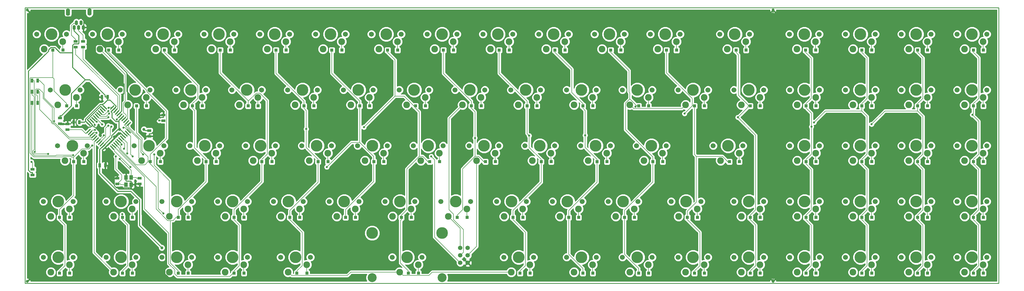
<source format=gbl>
G04 (created by PCBNEW (2013-02-13 BZR 3947)-testing) date 2016.01.05 20:59:58*
%MOIN*%
G04 Gerber Fmt 3.4, Leading zero omitted, Abs format*
%FSLAX34Y34*%
G01*
G70*
G90*
G04 APERTURE LIST*
%ADD10C,0.08*%
%ADD11C,0.009*%
%ADD12C,0.09*%
%ADD13C,0.157*%
%ADD14C,0.067*%
%ADD15C,0.12*%
%ADD16R,0.035X0.055*%
%ADD17C,0.0393701*%
%ADD18C,0.0551181*%
%ADD19O,0.0551181X0.0984252*%
%ADD20O,0.0433X0.065*%
%ADD21R,0.0393701X0.0393701*%
%ADD22C,0.016*%
%ADD23R,0.055X0.035*%
%ADD24C,0.0590551*%
%ADD25R,0.0472441X0.0629921*%
%ADD26C,0.0275591*%
%ADD27C,0.00708661*%
%ADD28C,0.011811*%
%ADD29C,0.01*%
G04 APERTURE END LIST*
G54D10*
G54D11*
X100976Y-37191D02*
X131076Y-37191D01*
X100976Y-141D02*
X131076Y-141D01*
X176Y-37191D02*
X176Y-141D01*
X100976Y-37191D02*
X176Y-37191D01*
X131076Y-141D02*
X131076Y-37191D01*
X176Y-141D02*
X100976Y-141D01*
G54D12*
X5526Y-20691D03*
X8026Y-19691D03*
G54D13*
X6526Y-18691D03*
G54D14*
X8526Y-18691D03*
X4526Y-18691D03*
G54D12*
X93676Y-20691D03*
X96176Y-19691D03*
G54D13*
X94676Y-18691D03*
G54D14*
X96676Y-18691D03*
X92676Y-18691D03*
G54D12*
X4576Y-13191D03*
X7076Y-12191D03*
G54D13*
X5576Y-11191D03*
G54D14*
X7576Y-11191D03*
X3576Y-11191D03*
G54D12*
X94576Y-5691D03*
X97076Y-4691D03*
G54D13*
X95576Y-3691D03*
G54D14*
X97576Y-3691D03*
X93576Y-3691D03*
G54D12*
X65526Y-35691D03*
X68026Y-34691D03*
G54D13*
X66526Y-33691D03*
G54D14*
X68526Y-33691D03*
X64526Y-33691D03*
G54D12*
X3626Y-28191D03*
X6126Y-27191D03*
G54D13*
X4626Y-26191D03*
G54D14*
X6626Y-26191D03*
X2626Y-26191D03*
G54D12*
X35526Y-35691D03*
X38026Y-34691D03*
G54D13*
X36526Y-33691D03*
G54D14*
X38526Y-33691D03*
X34526Y-33691D03*
G54D12*
X88026Y-28191D03*
X90526Y-27191D03*
G54D13*
X89026Y-26191D03*
G54D14*
X91026Y-26191D03*
X87026Y-26191D03*
G54D12*
X3626Y-35691D03*
X6126Y-34691D03*
G54D13*
X4626Y-33691D03*
G54D14*
X6626Y-33691D03*
X2626Y-33691D03*
G54D12*
X81476Y-13191D03*
X83976Y-12191D03*
G54D13*
X82476Y-11191D03*
G54D14*
X84476Y-11191D03*
X80476Y-11191D03*
G54D12*
X43976Y-13191D03*
X46476Y-12191D03*
G54D13*
X44976Y-11191D03*
G54D14*
X46976Y-11191D03*
X42976Y-11191D03*
G54D12*
X51476Y-13191D03*
X53976Y-12191D03*
G54D13*
X52476Y-11191D03*
G54D14*
X54476Y-11191D03*
X50476Y-11191D03*
G54D12*
X58976Y-13191D03*
X61476Y-12191D03*
G54D13*
X59976Y-11191D03*
G54D14*
X61976Y-11191D03*
X57976Y-11191D03*
G54D12*
X66476Y-13191D03*
X68976Y-12191D03*
G54D13*
X67476Y-11191D03*
G54D14*
X69476Y-11191D03*
X65476Y-11191D03*
G54D12*
X73976Y-13191D03*
X76476Y-12191D03*
G54D13*
X74976Y-11191D03*
G54D14*
X76976Y-11191D03*
X72976Y-11191D03*
G54D12*
X23326Y-20691D03*
X25826Y-19691D03*
G54D13*
X24326Y-18691D03*
G54D14*
X26326Y-18691D03*
X22326Y-18691D03*
G54D12*
X88976Y-13191D03*
X91476Y-12191D03*
G54D13*
X89976Y-11191D03*
G54D14*
X91976Y-11191D03*
X87976Y-11191D03*
G54D12*
X96476Y-13191D03*
X98976Y-12191D03*
G54D13*
X97476Y-11191D03*
G54D14*
X99476Y-11191D03*
X95476Y-11191D03*
G54D12*
X15826Y-20691D03*
X18326Y-19691D03*
G54D13*
X16826Y-18691D03*
G54D14*
X18826Y-18691D03*
X14826Y-18691D03*
G54D12*
X10226Y-5691D03*
X12726Y-4691D03*
G54D13*
X11226Y-3691D03*
G54D14*
X13226Y-3691D03*
X9226Y-3691D03*
G54D12*
X36476Y-13191D03*
X38976Y-12191D03*
G54D13*
X37476Y-11191D03*
G54D14*
X39476Y-11191D03*
X35476Y-11191D03*
G54D12*
X28976Y-13191D03*
X31476Y-12191D03*
G54D13*
X29976Y-11191D03*
G54D14*
X31976Y-11191D03*
X27976Y-11191D03*
G54D12*
X21476Y-13191D03*
X23976Y-12191D03*
G54D13*
X22476Y-11191D03*
G54D14*
X24476Y-11191D03*
X20476Y-11191D03*
G54D12*
X13976Y-13191D03*
X16476Y-12191D03*
G54D13*
X14976Y-11191D03*
G54D14*
X16976Y-11191D03*
X12976Y-11191D03*
G54D12*
X85226Y-5691D03*
X87726Y-4691D03*
G54D13*
X86226Y-3691D03*
G54D14*
X88226Y-3691D03*
X84226Y-3691D03*
G54D12*
X77726Y-5691D03*
X80226Y-4691D03*
G54D13*
X78726Y-3691D03*
G54D14*
X80726Y-3691D03*
X76726Y-3691D03*
G54D12*
X70226Y-5691D03*
X72726Y-4691D03*
G54D13*
X71226Y-3691D03*
G54D14*
X73226Y-3691D03*
X69226Y-3691D03*
G54D12*
X55226Y-5691D03*
X57726Y-4691D03*
G54D13*
X56226Y-3691D03*
G54D14*
X58226Y-3691D03*
X54226Y-3691D03*
G54D12*
X40226Y-5691D03*
X42726Y-4691D03*
G54D13*
X41226Y-3691D03*
G54D14*
X43226Y-3691D03*
X39226Y-3691D03*
G54D12*
X32726Y-5691D03*
X35226Y-4691D03*
G54D13*
X33726Y-3691D03*
G54D14*
X35726Y-3691D03*
X31726Y-3691D03*
G54D12*
X25226Y-5691D03*
X27726Y-4691D03*
G54D13*
X26226Y-3691D03*
G54D14*
X28226Y-3691D03*
X24226Y-3691D03*
G54D12*
X17726Y-5691D03*
X20226Y-4691D03*
G54D13*
X18726Y-3691D03*
G54D14*
X20726Y-3691D03*
X16726Y-3691D03*
G54D12*
X73976Y-35691D03*
X76476Y-34691D03*
G54D13*
X74976Y-33691D03*
G54D14*
X76976Y-33691D03*
X72976Y-33691D03*
G54D12*
X64576Y-28191D03*
X67076Y-27191D03*
G54D13*
X65576Y-26191D03*
G54D14*
X67576Y-26191D03*
X63576Y-26191D03*
G54D12*
X2726Y-5691D03*
X5226Y-4691D03*
G54D13*
X3726Y-3691D03*
G54D14*
X5726Y-3691D03*
X1726Y-3691D03*
G54D12*
X47726Y-5691D03*
X50226Y-4691D03*
G54D13*
X48726Y-3691D03*
G54D14*
X50726Y-3691D03*
X46726Y-3691D03*
G54D12*
X62726Y-5691D03*
X65226Y-4691D03*
G54D13*
X63726Y-3691D03*
G54D14*
X65726Y-3691D03*
X61726Y-3691D03*
G54D12*
X96476Y-28191D03*
X98976Y-27191D03*
G54D13*
X97476Y-26191D03*
G54D14*
X99476Y-26191D03*
X95476Y-26191D03*
G54D12*
X96476Y-35691D03*
X98976Y-34691D03*
G54D13*
X97476Y-33691D03*
G54D14*
X99476Y-33691D03*
X95476Y-33691D03*
G54D12*
X27076Y-35691D03*
X29576Y-34691D03*
G54D13*
X28076Y-33691D03*
G54D14*
X30076Y-33691D03*
X26076Y-33691D03*
G54D12*
X88976Y-35691D03*
X91476Y-34691D03*
G54D13*
X89976Y-33691D03*
G54D14*
X91976Y-33691D03*
X87976Y-33691D03*
G54D12*
X27076Y-28191D03*
X29576Y-27191D03*
G54D13*
X28076Y-26191D03*
G54D14*
X30076Y-26191D03*
X26076Y-26191D03*
G54D12*
X81476Y-35691D03*
X83976Y-34691D03*
G54D13*
X82476Y-33691D03*
G54D14*
X84476Y-33691D03*
X80476Y-33691D03*
G54D12*
X19576Y-35691D03*
X22076Y-34691D03*
G54D13*
X20576Y-33691D03*
G54D14*
X22576Y-33691D03*
X18576Y-33691D03*
G54D12*
X12076Y-35691D03*
X14576Y-34691D03*
G54D13*
X13076Y-33691D03*
G54D14*
X15076Y-33691D03*
X11076Y-33691D03*
G54D12*
X79576Y-28191D03*
X82076Y-27191D03*
G54D13*
X80576Y-26191D03*
G54D14*
X82576Y-26191D03*
X78576Y-26191D03*
G54D12*
X72076Y-28191D03*
X74576Y-27191D03*
G54D13*
X73076Y-26191D03*
G54D14*
X75076Y-26191D03*
X71076Y-26191D03*
G54D12*
X30826Y-20691D03*
X33326Y-19691D03*
G54D13*
X31826Y-18691D03*
G54D14*
X33826Y-18691D03*
X29826Y-18691D03*
G54D12*
X57076Y-28191D03*
X59576Y-27191D03*
G54D13*
X58076Y-26191D03*
G54D14*
X60076Y-26191D03*
X56076Y-26191D03*
G54D12*
X49576Y-28191D03*
X52076Y-27191D03*
G54D13*
X50576Y-26191D03*
G54D14*
X52576Y-26191D03*
X48576Y-26191D03*
G54D12*
X42076Y-28191D03*
X44576Y-27191D03*
G54D13*
X43076Y-26191D03*
G54D14*
X45076Y-26191D03*
X41076Y-26191D03*
G54D12*
X34576Y-28191D03*
X37076Y-27191D03*
G54D13*
X35576Y-26191D03*
G54D14*
X37576Y-26191D03*
X33576Y-26191D03*
G54D12*
X19576Y-28191D03*
X22076Y-27191D03*
G54D13*
X20576Y-26191D03*
G54D14*
X22576Y-26191D03*
X18576Y-26191D03*
G54D12*
X12076Y-28191D03*
X14576Y-27191D03*
G54D13*
X13076Y-26191D03*
G54D14*
X15076Y-26191D03*
X11076Y-26191D03*
G54D12*
X83376Y-20691D03*
X85876Y-19691D03*
G54D13*
X84376Y-18691D03*
G54D14*
X86376Y-18691D03*
X82376Y-18691D03*
G54D12*
X75876Y-20691D03*
X78376Y-19691D03*
G54D13*
X76876Y-18691D03*
G54D14*
X78876Y-18691D03*
X74876Y-18691D03*
G54D12*
X68376Y-20691D03*
X70876Y-19691D03*
G54D13*
X69376Y-18691D03*
G54D14*
X71376Y-18691D03*
X67376Y-18691D03*
G54D12*
X60876Y-20691D03*
X63376Y-19691D03*
G54D13*
X61876Y-18691D03*
G54D14*
X63876Y-18691D03*
X59876Y-18691D03*
G54D12*
X53376Y-20691D03*
X55876Y-19691D03*
G54D13*
X54376Y-18691D03*
G54D14*
X56376Y-18691D03*
X52376Y-18691D03*
G54D12*
X45876Y-20691D03*
X48376Y-19691D03*
G54D13*
X46876Y-18691D03*
G54D14*
X48876Y-18691D03*
X44876Y-18691D03*
G54D12*
X38376Y-20691D03*
X40876Y-19691D03*
G54D13*
X39376Y-18691D03*
G54D14*
X41376Y-18691D03*
X37376Y-18691D03*
G54D12*
X50526Y-35691D03*
X53026Y-34691D03*
G54D13*
X51526Y-33691D03*
G54D14*
X53526Y-33691D03*
X49526Y-33691D03*
G54D15*
X56226Y-36441D03*
X46826Y-36441D03*
G54D13*
X56226Y-30441D03*
X46826Y-30441D03*
G54D16*
X1101Y-12941D03*
X1851Y-12941D03*
X1101Y-11441D03*
X1851Y-11441D03*
X1101Y-9941D03*
X1851Y-9941D03*
G54D17*
X100726Y-441D03*
X100726Y-36941D03*
X476Y-36941D03*
X476Y-441D03*
G54D18*
X8833Y-504D03*
X8831Y-711D03*
X8833Y-900D03*
G54D19*
X8833Y-702D03*
G54D20*
X6746Y-2785D03*
X7061Y-2154D03*
X7376Y-2785D03*
X7691Y-2154D03*
X8006Y-2785D03*
G54D19*
X5939Y-717D03*
G54D18*
X5940Y-913D03*
X5942Y-715D03*
X5940Y-519D03*
G54D21*
X29595Y-28341D03*
X28256Y-28341D03*
X76495Y-13341D03*
X75156Y-13341D03*
X72745Y-5841D03*
X71406Y-5841D03*
X68995Y-13341D03*
X67656Y-13341D03*
X70895Y-20841D03*
X69556Y-20841D03*
X38995Y-13341D03*
X37656Y-13341D03*
X63395Y-20841D03*
X62056Y-20841D03*
X61495Y-13341D03*
X60156Y-13341D03*
X65245Y-5841D03*
X63906Y-5841D03*
X57745Y-5841D03*
X56406Y-5841D03*
X53995Y-13341D03*
X52656Y-13341D03*
X55895Y-20841D03*
X54556Y-20841D03*
X40895Y-20841D03*
X39556Y-20841D03*
X5245Y-5841D03*
X3906Y-5841D03*
X50245Y-5841D03*
X48906Y-5841D03*
X35245Y-5841D03*
X33906Y-5841D03*
X80245Y-5841D03*
X78906Y-5841D03*
X33345Y-20841D03*
X32006Y-20841D03*
X31495Y-13341D03*
X30156Y-13341D03*
X27745Y-5841D03*
X26406Y-5841D03*
X44595Y-28341D03*
X43256Y-28341D03*
X48395Y-20841D03*
X47056Y-20841D03*
X46495Y-13341D03*
X45156Y-13341D03*
X42745Y-5841D03*
X41406Y-5841D03*
X22095Y-28341D03*
X20756Y-28341D03*
X14595Y-28341D03*
X13256Y-28341D03*
X25845Y-20841D03*
X24506Y-20841D03*
X23995Y-13341D03*
X22656Y-13341D03*
X18345Y-20841D03*
X17006Y-20841D03*
X16495Y-13341D03*
X15156Y-13341D03*
X20245Y-5841D03*
X18906Y-5841D03*
X97095Y-5841D03*
X95756Y-5841D03*
X76495Y-35841D03*
X75156Y-35841D03*
X68045Y-35841D03*
X66706Y-35841D03*
X29595Y-35841D03*
X28256Y-35841D03*
X38045Y-35841D03*
X36706Y-35841D03*
X6145Y-28341D03*
X4806Y-28341D03*
X8045Y-20841D03*
X6706Y-20841D03*
X22095Y-35841D03*
X20756Y-35841D03*
X14595Y-35841D03*
X13256Y-35841D03*
X6145Y-35841D03*
X4806Y-35841D03*
X59595Y-28341D03*
X58256Y-28341D03*
X52095Y-28341D03*
X50756Y-28341D03*
X37095Y-28341D03*
X35756Y-28341D03*
X87745Y-5841D03*
X86406Y-5841D03*
X7095Y-13341D03*
X5756Y-13341D03*
X91495Y-13341D03*
X90156Y-13341D03*
X98995Y-13341D03*
X97656Y-13341D03*
X85895Y-20841D03*
X84556Y-20841D03*
X96195Y-20841D03*
X94856Y-20841D03*
X83995Y-35841D03*
X82656Y-35841D03*
X91495Y-35841D03*
X90156Y-35841D03*
X98995Y-35841D03*
X97656Y-35841D03*
X98995Y-28341D03*
X97656Y-28341D03*
X90545Y-28341D03*
X89206Y-28341D03*
X82095Y-28341D03*
X80756Y-28341D03*
X74595Y-28341D03*
X73256Y-28341D03*
X67095Y-28341D03*
X65756Y-28341D03*
X78395Y-20841D03*
X77056Y-20841D03*
X83995Y-13341D03*
X82656Y-13341D03*
X12745Y-5841D03*
X11406Y-5841D03*
X53045Y-35841D03*
X51706Y-35841D03*
G54D22*
X9992Y-14857D02*
X9577Y-14442D01*
X10215Y-14635D02*
X9799Y-14219D01*
X10438Y-14412D02*
X10022Y-13996D01*
X10661Y-14189D02*
X10245Y-13773D01*
X10883Y-13966D02*
X10468Y-13551D01*
X11106Y-13744D02*
X10690Y-13328D01*
X9770Y-15080D02*
X9354Y-14664D01*
X9547Y-15303D02*
X9131Y-14887D01*
X9324Y-15526D02*
X8908Y-15110D01*
X9101Y-15748D02*
X8686Y-15333D01*
X8879Y-15971D02*
X8463Y-15555D01*
X13174Y-18039D02*
X12759Y-17624D01*
X13397Y-17817D02*
X12981Y-17401D01*
X13620Y-17594D02*
X13204Y-17178D01*
X13843Y-17371D02*
X13427Y-16955D01*
X14065Y-17148D02*
X13650Y-16733D01*
X14288Y-16926D02*
X13872Y-16510D01*
X12952Y-18262D02*
X12536Y-17846D01*
X12729Y-18485D02*
X12313Y-18069D01*
X12506Y-18708D02*
X12090Y-18292D01*
X12283Y-18930D02*
X11868Y-18515D01*
X12061Y-19153D02*
X11645Y-18737D01*
X13174Y-14442D02*
X12759Y-14857D01*
X9992Y-17624D02*
X9577Y-18039D01*
X13397Y-14664D02*
X12981Y-15080D01*
X10215Y-17846D02*
X9799Y-18262D01*
X10438Y-18069D02*
X10022Y-18485D01*
X13620Y-14887D02*
X13204Y-15303D01*
X13843Y-15110D02*
X13427Y-15526D01*
X10661Y-18292D02*
X10245Y-18708D01*
X10883Y-18515D02*
X10468Y-18930D01*
X14065Y-15333D02*
X13650Y-15748D01*
X14288Y-15555D02*
X13872Y-15971D01*
X11106Y-18737D02*
X10690Y-19153D01*
X9770Y-17401D02*
X9354Y-17817D01*
X12952Y-14219D02*
X12536Y-14635D01*
X12729Y-13996D02*
X12313Y-14412D01*
X9547Y-17178D02*
X9131Y-17594D01*
X9324Y-16955D02*
X8908Y-17371D01*
X12506Y-13773D02*
X12090Y-14189D01*
X12283Y-13551D02*
X11868Y-13966D01*
X9101Y-16733D02*
X8686Y-17148D01*
X8879Y-16510D02*
X8463Y-16926D01*
X12061Y-13328D02*
X11645Y-13744D01*
G54D21*
X128995Y-20841D03*
X127656Y-20841D03*
X106445Y-5841D03*
X105106Y-5841D03*
X113995Y-5841D03*
X112656Y-5841D03*
X121495Y-5841D03*
X120156Y-5841D03*
X128995Y-5841D03*
X127656Y-5841D03*
X113995Y-13341D03*
X112656Y-13341D03*
X121495Y-13341D03*
X120156Y-13341D03*
X128995Y-13341D03*
X127656Y-13341D03*
X106495Y-20841D03*
X105156Y-20841D03*
X113995Y-20841D03*
X112656Y-20841D03*
X121495Y-20841D03*
X120156Y-20841D03*
X106495Y-13341D03*
X105156Y-13341D03*
X106495Y-28341D03*
X105156Y-28341D03*
X113995Y-28341D03*
X112656Y-28341D03*
X121495Y-28341D03*
X120156Y-28341D03*
X128995Y-28341D03*
X127656Y-28341D03*
X106495Y-35841D03*
X105156Y-35841D03*
X113995Y-35841D03*
X112656Y-35841D03*
X121495Y-35841D03*
X120156Y-35841D03*
X128995Y-35841D03*
X127656Y-35841D03*
G54D23*
X1176Y-22616D03*
X1176Y-21866D03*
X5876Y-16516D03*
X5876Y-15766D03*
X7976Y-5416D03*
X7976Y-4666D03*
X18776Y-15316D03*
X18776Y-14566D03*
X4876Y-14966D03*
X4876Y-15716D03*
X12576Y-23816D03*
X12576Y-23066D03*
X6976Y-5416D03*
X6976Y-4666D03*
X15576Y-23066D03*
X15576Y-23816D03*
G54D16*
X11251Y-12141D03*
X10501Y-12141D03*
X7451Y-15541D03*
X6701Y-15541D03*
X10201Y-21341D03*
X10951Y-21341D03*
G54D23*
X16876Y-16666D03*
X16876Y-17416D03*
G54D24*
X59676Y-34441D03*
X58676Y-34441D03*
X58676Y-32441D03*
X59676Y-33441D03*
X59676Y-32441D03*
X58676Y-33441D03*
G54D12*
X126476Y-28191D03*
X128976Y-27191D03*
G54D13*
X127476Y-26191D03*
G54D14*
X129476Y-26191D03*
X125476Y-26191D03*
G54D12*
X103976Y-35691D03*
X106476Y-34691D03*
G54D13*
X104976Y-33691D03*
G54D14*
X106976Y-33691D03*
X102976Y-33691D03*
G54D12*
X111476Y-35691D03*
X113976Y-34691D03*
G54D13*
X112476Y-33691D03*
G54D14*
X114476Y-33691D03*
X110476Y-33691D03*
G54D12*
X118976Y-28191D03*
X121476Y-27191D03*
G54D13*
X119976Y-26191D03*
G54D14*
X121976Y-26191D03*
X117976Y-26191D03*
G54D12*
X118976Y-35691D03*
X121476Y-34691D03*
G54D13*
X119976Y-33691D03*
G54D14*
X121976Y-33691D03*
X117976Y-33691D03*
G54D12*
X126476Y-35691D03*
X128976Y-34691D03*
G54D13*
X127476Y-33691D03*
G54D14*
X129476Y-33691D03*
X125476Y-33691D03*
G54D12*
X118976Y-20691D03*
X121476Y-19691D03*
G54D13*
X119976Y-18691D03*
G54D14*
X121976Y-18691D03*
X117976Y-18691D03*
G54D12*
X111476Y-28191D03*
X113976Y-27191D03*
G54D13*
X112476Y-26191D03*
G54D14*
X114476Y-26191D03*
X110476Y-26191D03*
G54D12*
X103976Y-28191D03*
X106476Y-27191D03*
G54D13*
X104976Y-26191D03*
G54D14*
X106976Y-26191D03*
X102976Y-26191D03*
G54D12*
X126476Y-20691D03*
X128976Y-19691D03*
G54D13*
X127476Y-18691D03*
G54D14*
X129476Y-18691D03*
X125476Y-18691D03*
G54D12*
X103926Y-5691D03*
X106426Y-4691D03*
G54D13*
X104926Y-3691D03*
G54D14*
X106926Y-3691D03*
X102926Y-3691D03*
G54D12*
X111476Y-20691D03*
X113976Y-19691D03*
G54D13*
X112476Y-18691D03*
G54D14*
X114476Y-18691D03*
X110476Y-18691D03*
G54D12*
X103976Y-20691D03*
X106476Y-19691D03*
G54D13*
X104976Y-18691D03*
G54D14*
X106976Y-18691D03*
X102976Y-18691D03*
G54D12*
X126476Y-13191D03*
X128976Y-12191D03*
G54D13*
X127476Y-11191D03*
G54D14*
X129476Y-11191D03*
X125476Y-11191D03*
G54D12*
X118976Y-13191D03*
X121476Y-12191D03*
G54D13*
X119976Y-11191D03*
G54D14*
X121976Y-11191D03*
X117976Y-11191D03*
G54D12*
X111476Y-13191D03*
X113976Y-12191D03*
G54D13*
X112476Y-11191D03*
G54D14*
X114476Y-11191D03*
X110476Y-11191D03*
G54D12*
X103976Y-13191D03*
X106476Y-12191D03*
G54D13*
X104976Y-11191D03*
G54D14*
X106976Y-11191D03*
X102976Y-11191D03*
G54D12*
X126476Y-5691D03*
X128976Y-4691D03*
G54D13*
X127476Y-3691D03*
G54D14*
X129476Y-3691D03*
X125476Y-3691D03*
G54D12*
X118976Y-5691D03*
X121476Y-4691D03*
G54D13*
X119976Y-3691D03*
G54D14*
X121976Y-3691D03*
X117976Y-3691D03*
G54D12*
X111476Y-5691D03*
X113976Y-4691D03*
G54D13*
X112476Y-3691D03*
G54D14*
X114476Y-3691D03*
X110476Y-3691D03*
G54D25*
X13741Y-22968D03*
X13741Y-23913D03*
X14410Y-22968D03*
X14410Y-23913D03*
G54D26*
X13110Y-18516D03*
X9197Y-18659D03*
X9547Y-16573D03*
X75459Y-17290D03*
X11353Y-14016D03*
X82242Y-13418D03*
X88818Y-14375D03*
X11472Y-14375D03*
X11365Y-14872D03*
X95992Y-14872D03*
X105877Y-16132D03*
X10527Y-15838D03*
X106235Y-15553D03*
X9805Y-15462D03*
X113963Y-15805D03*
X9538Y-15881D03*
X127513Y-14540D03*
X11383Y-13583D03*
X13222Y-27908D03*
X18743Y-27811D03*
X37959Y-16435D03*
X11748Y-16122D03*
X40725Y-21555D03*
X14323Y-21555D03*
X11356Y-15979D03*
X45719Y-16199D03*
X10748Y-17278D03*
X60646Y-17652D03*
X9768Y-16972D03*
X67931Y-17336D03*
X17524Y-19849D03*
X16012Y-19849D03*
X13388Y-16268D03*
X4066Y-15390D03*
X1018Y-20847D03*
X54767Y-20130D03*
X14615Y-20118D03*
G54D17*
X19786Y-36742D03*
X10285Y-17327D03*
X12170Y-17503D03*
X16311Y-17584D03*
G54D26*
X12495Y-15161D03*
X18177Y-15303D03*
X6623Y-19953D03*
X12881Y-20465D03*
X13891Y-19736D03*
X12376Y-20141D03*
X13476Y-19091D03*
X1462Y-19512D03*
X3255Y-19787D03*
G54D17*
X18555Y-32417D03*
X16139Y-16478D03*
X12875Y-16478D03*
G54D27*
X5518Y-29356D02*
X4806Y-28644D01*
X5518Y-34826D02*
X5518Y-29356D01*
X4806Y-35537D02*
X5518Y-34826D01*
X4806Y-35841D02*
X4806Y-35537D01*
X4806Y-28341D02*
X4806Y-28644D01*
X3906Y-5841D02*
X3906Y-6144D01*
X4806Y-27271D02*
X4806Y-28341D01*
X6706Y-25371D02*
X4806Y-27271D01*
X6706Y-20841D02*
X6706Y-25371D01*
X13083Y-18490D02*
X13110Y-18516D01*
X13083Y-18394D02*
X13083Y-18490D01*
X13084Y-18394D02*
X13083Y-18394D01*
X12744Y-18054D02*
X13084Y-18394D01*
X5756Y-13341D02*
X5756Y-13037D01*
X6706Y-20841D02*
X6706Y-20689D01*
X6706Y-20689D02*
X6706Y-20214D01*
X8722Y-19134D02*
X9197Y-18659D01*
X7787Y-19134D02*
X8722Y-19134D01*
X6706Y-20214D02*
X7787Y-19134D01*
X3906Y-9528D02*
X3906Y-6144D01*
X888Y-9528D02*
X3906Y-9528D01*
X819Y-9597D02*
X888Y-9528D01*
X819Y-19698D02*
X819Y-9597D01*
X1330Y-20208D02*
X819Y-19698D01*
X5221Y-20208D02*
X1330Y-20208D01*
X5305Y-20125D02*
X5221Y-20208D01*
X6346Y-20125D02*
X5305Y-20125D01*
X6436Y-20214D02*
X6346Y-20125D01*
X6706Y-20214D02*
X6436Y-20214D01*
X4062Y-11343D02*
X5756Y-13037D01*
X4062Y-9683D02*
X4062Y-11343D01*
X3906Y-9528D02*
X4062Y-9683D01*
X77056Y-20841D02*
X77056Y-20537D01*
X75156Y-13341D02*
X75156Y-13644D01*
X73256Y-33306D02*
X73256Y-28341D01*
X75156Y-35206D02*
X73256Y-33306D01*
X75156Y-35841D02*
X75156Y-35206D01*
X77056Y-23586D02*
X77056Y-20841D01*
X73256Y-27386D02*
X77056Y-23586D01*
X73256Y-28341D02*
X73256Y-27386D01*
X73663Y-11544D02*
X75156Y-13037D01*
X73663Y-8401D02*
X73663Y-11544D01*
X71406Y-6144D02*
X73663Y-8401D01*
X71406Y-5841D02*
X71406Y-6144D01*
X75156Y-13341D02*
X75156Y-13037D01*
X75459Y-18941D02*
X75459Y-17290D01*
X77056Y-20537D02*
X75459Y-18941D01*
X75459Y-13947D02*
X75156Y-13644D01*
X75459Y-17290D02*
X75459Y-13947D01*
X8894Y-16941D02*
X9233Y-16601D01*
X9519Y-16601D02*
X9547Y-16573D01*
X9233Y-16601D02*
X9519Y-16601D01*
X80756Y-33306D02*
X80756Y-28341D01*
X82656Y-35206D02*
X80756Y-33306D01*
X82656Y-35841D02*
X82656Y-35206D01*
X84556Y-23576D02*
X84556Y-20841D01*
X80756Y-27376D02*
X84556Y-23576D01*
X80756Y-28341D02*
X80756Y-27376D01*
X82656Y-13341D02*
X82373Y-13341D01*
X78906Y-5841D02*
X78906Y-6144D01*
X10825Y-14544D02*
X11353Y-14016D01*
X10570Y-14544D02*
X10825Y-14544D01*
X82296Y-13418D02*
X82242Y-13418D01*
X82373Y-13341D02*
X82296Y-13418D01*
X10230Y-14204D02*
X10570Y-14544D01*
X82373Y-13287D02*
X81476Y-12390D01*
X82373Y-13341D02*
X82373Y-13287D01*
X81476Y-11580D02*
X81476Y-12390D01*
X81357Y-11461D02*
X81476Y-11580D01*
X81357Y-8595D02*
X81357Y-11461D01*
X78906Y-6144D02*
X81357Y-8595D01*
X84556Y-20206D02*
X84556Y-20841D01*
X80894Y-16544D02*
X84556Y-20206D01*
X80894Y-12972D02*
X80894Y-16544D01*
X81476Y-12390D02*
X80894Y-12972D01*
X90156Y-13341D02*
X89853Y-13341D01*
X89206Y-28341D02*
X89206Y-28644D01*
X90156Y-35841D02*
X90156Y-35537D01*
X90877Y-34817D02*
X90156Y-35537D01*
X90877Y-30314D02*
X90877Y-34817D01*
X89206Y-28644D02*
X90877Y-30314D01*
X94856Y-20841D02*
X94553Y-20841D01*
X93912Y-20124D02*
X90406Y-20124D01*
X94553Y-20765D02*
X93912Y-20124D01*
X94553Y-20841D02*
X94553Y-20765D01*
X90156Y-19875D02*
X90406Y-20124D01*
X90156Y-13341D02*
X90156Y-19875D01*
X89206Y-27506D02*
X89206Y-28341D01*
X90406Y-26306D02*
X89206Y-27506D01*
X90406Y-20124D02*
X90406Y-26306D01*
X10007Y-14427D02*
X10347Y-14767D01*
X89853Y-12329D02*
X89853Y-13341D01*
X86406Y-8882D02*
X89853Y-12329D01*
X86406Y-5841D02*
X86406Y-8882D01*
X89853Y-13341D02*
X88818Y-14375D01*
X11080Y-14767D02*
X10347Y-14767D01*
X11472Y-14375D02*
X11080Y-14767D01*
X97353Y-13511D02*
X95992Y-14872D01*
X97353Y-13341D02*
X97353Y-13511D01*
X9785Y-14650D02*
X10124Y-14989D01*
X98377Y-34817D02*
X97656Y-35537D01*
X98377Y-29364D02*
X98377Y-34817D01*
X97656Y-28644D02*
X98377Y-29364D01*
X97656Y-35841D02*
X97656Y-35537D01*
X97656Y-28492D02*
X97656Y-28644D01*
X97656Y-28492D02*
X97656Y-28341D01*
X98368Y-17248D02*
X95992Y-14872D01*
X98368Y-27326D02*
X98368Y-17248D01*
X97656Y-28037D02*
X98368Y-27326D01*
X97656Y-28341D02*
X97656Y-28037D01*
X97656Y-13341D02*
X97505Y-13341D01*
X97505Y-13341D02*
X97353Y-13341D01*
X96059Y-6447D02*
X95756Y-6144D01*
X96059Y-11895D02*
X96059Y-6447D01*
X97505Y-13341D02*
X96059Y-11895D01*
X95756Y-5841D02*
X95756Y-6144D01*
X11248Y-14989D02*
X10124Y-14989D01*
X11365Y-14872D02*
X11248Y-14989D01*
X105868Y-29356D02*
X105156Y-28644D01*
X105868Y-34826D02*
X105868Y-29356D01*
X105156Y-35537D02*
X105868Y-34826D01*
X105156Y-35841D02*
X105156Y-35537D01*
X105156Y-28492D02*
X105156Y-28644D01*
X105156Y-28492D02*
X105156Y-28341D01*
X105868Y-21856D02*
X105156Y-21144D01*
X105868Y-27326D02*
X105868Y-21856D01*
X105156Y-28037D02*
X105868Y-27326D01*
X105156Y-28341D02*
X105156Y-28037D01*
X105156Y-20841D02*
X105156Y-21144D01*
X105156Y-20841D02*
X105156Y-20537D01*
X105156Y-13492D02*
X105156Y-13341D01*
X105872Y-6910D02*
X105106Y-6144D01*
X105872Y-12321D02*
X105872Y-6910D01*
X105156Y-13037D02*
X105872Y-12321D01*
X105156Y-13341D02*
X105156Y-13037D01*
X105106Y-5841D02*
X105106Y-6144D01*
X105156Y-13492D02*
X105156Y-13608D01*
X105877Y-14329D02*
X105877Y-16132D01*
X105156Y-13608D02*
X105877Y-14329D01*
X105877Y-19817D02*
X105156Y-20537D01*
X105877Y-16132D02*
X105877Y-19817D01*
X9562Y-14872D02*
X10527Y-15838D01*
X113368Y-29356D02*
X112656Y-28644D01*
X113368Y-34826D02*
X113368Y-29356D01*
X112656Y-35537D02*
X113368Y-34826D01*
X112656Y-35841D02*
X112656Y-35537D01*
X112656Y-28492D02*
X112656Y-28644D01*
X112656Y-28492D02*
X112656Y-28341D01*
X113368Y-21856D02*
X112656Y-21144D01*
X113368Y-27326D02*
X113368Y-21856D01*
X112656Y-28037D02*
X113368Y-27326D01*
X112656Y-28341D02*
X112656Y-28037D01*
X112656Y-20992D02*
X112656Y-21144D01*
X112656Y-20992D02*
X112656Y-20841D01*
X112656Y-20841D02*
X112656Y-20537D01*
X112656Y-13492D02*
X112656Y-13644D01*
X112656Y-13492D02*
X112656Y-13341D01*
X113368Y-6856D02*
X112656Y-6144D01*
X113368Y-12326D02*
X113368Y-6856D01*
X112656Y-13037D02*
X113368Y-12326D01*
X112656Y-13341D02*
X112656Y-13037D01*
X112656Y-5841D02*
X112656Y-6144D01*
X112656Y-14016D02*
X112656Y-13644D01*
X113368Y-14727D02*
X112656Y-14016D01*
X113368Y-19826D02*
X113368Y-14727D01*
X112656Y-20537D02*
X113368Y-19826D01*
X107772Y-14016D02*
X106235Y-15553D01*
X112656Y-14016D02*
X107772Y-14016D01*
X9706Y-15462D02*
X9805Y-15462D01*
X9339Y-15095D02*
X9706Y-15462D01*
X120868Y-29356D02*
X120156Y-28644D01*
X120868Y-34826D02*
X120868Y-29356D01*
X120156Y-35537D02*
X120868Y-34826D01*
X120156Y-35841D02*
X120156Y-35537D01*
X120156Y-28492D02*
X120156Y-28644D01*
X120156Y-28492D02*
X120156Y-28341D01*
X120868Y-21856D02*
X120156Y-21144D01*
X120868Y-27326D02*
X120868Y-21856D01*
X120156Y-28037D02*
X120868Y-27326D01*
X120156Y-28341D02*
X120156Y-28037D01*
X120156Y-20992D02*
X120156Y-21144D01*
X120156Y-20992D02*
X120156Y-20841D01*
X120156Y-20841D02*
X120156Y-20537D01*
X120156Y-13492D02*
X120156Y-13644D01*
X120156Y-13492D02*
X120156Y-13341D01*
X120868Y-6856D02*
X120156Y-6144D01*
X120868Y-12326D02*
X120868Y-6856D01*
X120156Y-13037D02*
X120868Y-12326D01*
X120156Y-5841D02*
X120156Y-6144D01*
X120156Y-13341D02*
X120156Y-13037D01*
X9456Y-15658D02*
X9456Y-15657D01*
X9456Y-15799D02*
X9456Y-15658D01*
X9538Y-15881D02*
X9456Y-15799D01*
X9116Y-15318D02*
X9456Y-15657D01*
X120156Y-14016D02*
X120156Y-13644D01*
X120868Y-14727D02*
X120156Y-14016D01*
X120868Y-19826D02*
X120868Y-14727D01*
X120156Y-20537D02*
X120868Y-19826D01*
X115752Y-14016D02*
X113963Y-15805D01*
X120156Y-14016D02*
X115752Y-14016D01*
X128368Y-29356D02*
X127656Y-28644D01*
X128368Y-34826D02*
X128368Y-29356D01*
X127656Y-35537D02*
X128368Y-34826D01*
X127656Y-35841D02*
X127656Y-35537D01*
X127656Y-28492D02*
X127656Y-28644D01*
X127656Y-28492D02*
X127656Y-28341D01*
X128368Y-21856D02*
X127656Y-21144D01*
X128368Y-27326D02*
X128368Y-21856D01*
X127656Y-28037D02*
X128368Y-27326D01*
X127656Y-28341D02*
X127656Y-28037D01*
X127656Y-20841D02*
X127656Y-21144D01*
X127656Y-20841D02*
X127656Y-20537D01*
X128377Y-12317D02*
X127656Y-13037D01*
X128377Y-6864D02*
X128377Y-12317D01*
X127656Y-6144D02*
X128377Y-6864D01*
X127656Y-5841D02*
X127656Y-6144D01*
X127656Y-13341D02*
X127656Y-13037D01*
X127656Y-13341D02*
X127656Y-13644D01*
X11431Y-13536D02*
X11383Y-13583D01*
X11853Y-13536D02*
X11431Y-13536D01*
X127656Y-14396D02*
X127513Y-14540D01*
X127656Y-13644D02*
X127656Y-14396D01*
X128377Y-19817D02*
X127656Y-20537D01*
X128377Y-15404D02*
X128377Y-19817D01*
X127513Y-14540D02*
X128377Y-15404D01*
X13968Y-29356D02*
X13256Y-28644D01*
X13968Y-34826D02*
X13968Y-29356D01*
X13256Y-35537D02*
X13968Y-34826D01*
X13256Y-35841D02*
X13256Y-35537D01*
X17006Y-20841D02*
X16703Y-20841D01*
X13256Y-28341D02*
X13256Y-28492D01*
X13256Y-28492D02*
X13256Y-28644D01*
X13222Y-28458D02*
X13222Y-27908D01*
X13256Y-28492D02*
X13222Y-28458D01*
X18075Y-27143D02*
X18743Y-27811D01*
X18075Y-22213D02*
X18075Y-27143D01*
X17006Y-21144D02*
X18075Y-22213D01*
X15156Y-13341D02*
X15156Y-13644D01*
X17006Y-20992D02*
X17006Y-21144D01*
X17006Y-20992D02*
X17006Y-20841D01*
X16534Y-11272D02*
X11406Y-6144D01*
X16534Y-11380D02*
X16534Y-11272D01*
X19168Y-14015D02*
X16534Y-11380D01*
X19168Y-17714D02*
X19168Y-14015D01*
X17006Y-19876D02*
X19168Y-17714D01*
X17006Y-20841D02*
X17006Y-19876D01*
X11406Y-5841D02*
X11406Y-6144D01*
X16293Y-21251D02*
X16703Y-20841D01*
X15049Y-21251D02*
X16293Y-21251D01*
X13042Y-19243D02*
X15049Y-21251D01*
X13042Y-18798D02*
X13042Y-19243D01*
X12521Y-18277D02*
X13042Y-18798D01*
X15156Y-16988D02*
X15156Y-13644D01*
X15896Y-17729D02*
X15156Y-16988D01*
X15896Y-19388D02*
X15896Y-17729D01*
X16703Y-20195D02*
X15896Y-19388D01*
X16703Y-20841D02*
X16703Y-20195D01*
X23377Y-10614D02*
X18906Y-6144D01*
X23377Y-12317D02*
X23377Y-10614D01*
X22656Y-13037D02*
X23377Y-12317D01*
X22656Y-13224D02*
X22656Y-13037D01*
X18906Y-5841D02*
X18906Y-6144D01*
X20756Y-27271D02*
X20756Y-28341D01*
X24506Y-23521D02*
X20756Y-27271D01*
X24506Y-20841D02*
X24506Y-23521D01*
X20756Y-28341D02*
X20453Y-28341D01*
X20756Y-35841D02*
X20756Y-35537D01*
X20044Y-28750D02*
X20453Y-28341D01*
X19681Y-28750D02*
X20044Y-28750D01*
X19681Y-34462D02*
X19681Y-28750D01*
X20756Y-35537D02*
X19681Y-34462D01*
X22656Y-13224D02*
X22656Y-13341D01*
X22959Y-18991D02*
X24506Y-20537D01*
X22959Y-13947D02*
X22959Y-18991D01*
X22656Y-13644D02*
X22959Y-13947D01*
X22656Y-13341D02*
X22656Y-13644D01*
X24506Y-20841D02*
X24506Y-20537D01*
X19329Y-28750D02*
X19681Y-28750D01*
X17783Y-27203D02*
X19329Y-28750D01*
X17783Y-24185D02*
X17783Y-27203D01*
X12850Y-19252D02*
X17783Y-24185D01*
X12850Y-19051D02*
X12850Y-19252D01*
X12298Y-18500D02*
X12850Y-19051D01*
X28968Y-29356D02*
X28256Y-28644D01*
X28968Y-34826D02*
X28968Y-29356D01*
X28256Y-35537D02*
X28968Y-34826D01*
X28256Y-28341D02*
X28256Y-28644D01*
X26406Y-8888D02*
X30190Y-12672D01*
X26406Y-5841D02*
X26406Y-8888D01*
X30156Y-12706D02*
X30156Y-13341D01*
X30190Y-12672D02*
X30156Y-12706D01*
X28256Y-27271D02*
X28256Y-28341D01*
X32006Y-23521D02*
X28256Y-27271D01*
X32006Y-20841D02*
X32006Y-23521D01*
X31249Y-11614D02*
X30190Y-12672D01*
X31713Y-11614D02*
X31249Y-11614D01*
X32717Y-12618D02*
X31713Y-11614D01*
X32717Y-19826D02*
X32717Y-12618D01*
X32006Y-20537D02*
X32717Y-19826D01*
X32006Y-20841D02*
X32006Y-20537D01*
X28256Y-35841D02*
X28256Y-35689D01*
X28256Y-35689D02*
X28256Y-35537D01*
X16240Y-22887D02*
X12076Y-18722D01*
X16240Y-27200D02*
X16240Y-22887D01*
X19469Y-30430D02*
X16240Y-27200D01*
X19469Y-34553D02*
X19469Y-30430D01*
X20292Y-35376D02*
X19469Y-34553D01*
X20292Y-35944D02*
X20292Y-35376D01*
X20610Y-36261D02*
X20292Y-35944D01*
X27684Y-36261D02*
X20610Y-36261D01*
X28256Y-35689D02*
X27684Y-36261D01*
X37427Y-34817D02*
X36706Y-35537D01*
X37427Y-30314D02*
X37427Y-34817D01*
X35756Y-28644D02*
X37427Y-30314D01*
X35756Y-28457D02*
X35756Y-28644D01*
X35756Y-28457D02*
X35756Y-28341D01*
X39556Y-23586D02*
X39556Y-20841D01*
X35756Y-27386D02*
X39556Y-23586D01*
X35756Y-28341D02*
X35756Y-27386D01*
X39556Y-20841D02*
X39556Y-20537D01*
X37656Y-13341D02*
X37656Y-13644D01*
X37656Y-12706D02*
X37656Y-13341D01*
X33906Y-8956D02*
X37656Y-12706D01*
X33906Y-5841D02*
X33906Y-8956D01*
X36706Y-35841D02*
X36706Y-35537D01*
X37959Y-18941D02*
X37959Y-16435D01*
X39556Y-20537D02*
X37959Y-18941D01*
X37959Y-13947D02*
X37656Y-13644D01*
X37959Y-16435D02*
X37959Y-13947D01*
X11610Y-16260D02*
X11748Y-16122D01*
X11610Y-17343D02*
X11610Y-16260D01*
X10453Y-18500D02*
X11610Y-17343D01*
X47056Y-20841D02*
X47042Y-20841D01*
X43256Y-27271D02*
X43256Y-28341D01*
X47042Y-23485D02*
X43256Y-27271D01*
X47042Y-20841D02*
X47042Y-23485D01*
X45156Y-12706D02*
X45156Y-13341D01*
X41406Y-8956D02*
X45156Y-12706D01*
X41406Y-5841D02*
X41406Y-8956D01*
X12193Y-19424D02*
X12193Y-19285D01*
X14323Y-21555D02*
X12193Y-19424D01*
X44031Y-18248D02*
X40725Y-21555D01*
X45156Y-18248D02*
X44031Y-18248D01*
X45156Y-13341D02*
X45156Y-18248D01*
X47042Y-20133D02*
X47042Y-20841D01*
X45156Y-18248D02*
X47042Y-20133D01*
X11853Y-18945D02*
X12193Y-19285D01*
X51706Y-35841D02*
X51706Y-35537D01*
X50756Y-28457D02*
X50756Y-28644D01*
X50756Y-28457D02*
X50756Y-28341D01*
X50756Y-28341D02*
X50756Y-28037D01*
X54556Y-20841D02*
X54253Y-20841D01*
X52656Y-13341D02*
X52656Y-13644D01*
X53146Y-14133D02*
X52656Y-13644D01*
X53146Y-20128D02*
X53146Y-14133D01*
X51483Y-21791D02*
X53146Y-20128D01*
X51483Y-27311D02*
X51483Y-21791D01*
X50756Y-28037D02*
X51483Y-27311D01*
X54253Y-20765D02*
X54253Y-20841D01*
X53616Y-20128D02*
X54253Y-20765D01*
X53146Y-20128D02*
X53616Y-20128D01*
X48906Y-5841D02*
X48906Y-6144D01*
X52656Y-13341D02*
X52353Y-13341D01*
X50631Y-28769D02*
X50756Y-28644D01*
X50631Y-34462D02*
X50631Y-28769D01*
X51706Y-35537D02*
X50631Y-34462D01*
X49900Y-7137D02*
X49900Y-12018D01*
X48906Y-6144D02*
X49900Y-7137D01*
X51119Y-12018D02*
X49900Y-12018D01*
X52353Y-13252D02*
X51119Y-12018D01*
X52353Y-13341D02*
X52353Y-13252D01*
X49900Y-12018D02*
X45719Y-16199D01*
X10999Y-16337D02*
X11356Y-15979D01*
X10999Y-16337D02*
X10999Y-16337D01*
X10999Y-17508D02*
X10999Y-16337D01*
X10230Y-18277D02*
X10999Y-17508D01*
X58256Y-28341D02*
X58256Y-28037D01*
X62056Y-20841D02*
X61753Y-20841D01*
X60156Y-12706D02*
X60156Y-13341D01*
X56406Y-8956D02*
X60156Y-12706D01*
X56406Y-5841D02*
X56406Y-8956D01*
X58983Y-21791D02*
X60646Y-20128D01*
X58983Y-27311D02*
X58983Y-21791D01*
X58256Y-28037D02*
X58983Y-27311D01*
X61753Y-20765D02*
X61753Y-20841D01*
X61116Y-20128D02*
X61753Y-20765D01*
X60646Y-20128D02*
X61116Y-20128D01*
X60156Y-13341D02*
X60156Y-13644D01*
X60646Y-20128D02*
X60646Y-17652D01*
X60646Y-14133D02*
X60156Y-13644D01*
X60646Y-17652D02*
X60646Y-14133D01*
X10748Y-17314D02*
X10748Y-17278D01*
X10007Y-18054D02*
X10748Y-17314D01*
X67427Y-34817D02*
X66706Y-35537D01*
X67427Y-30314D02*
X67427Y-34817D01*
X65756Y-28644D02*
X67427Y-30314D01*
X66706Y-35841D02*
X66706Y-35537D01*
X65756Y-28457D02*
X65756Y-28644D01*
X65756Y-28457D02*
X65756Y-28341D01*
X67656Y-12706D02*
X67656Y-13341D01*
X63906Y-8956D02*
X67656Y-12706D01*
X63906Y-5841D02*
X63906Y-8956D01*
X69556Y-23586D02*
X69556Y-20841D01*
X65756Y-27386D02*
X69556Y-23586D01*
X65756Y-28341D02*
X65756Y-27386D01*
X69556Y-20841D02*
X69556Y-20537D01*
X67656Y-13341D02*
X67656Y-13644D01*
X67656Y-17062D02*
X67931Y-17336D01*
X67656Y-13644D02*
X67656Y-17062D01*
X67931Y-18912D02*
X69556Y-20537D01*
X67931Y-17336D02*
X67931Y-18912D01*
X9116Y-17163D02*
X9456Y-16823D01*
X9604Y-16972D02*
X9768Y-16972D01*
X9456Y-16823D02*
X9604Y-16972D01*
X13752Y-14563D02*
X13752Y-14755D01*
X13403Y-14213D02*
X13752Y-14563D01*
X13403Y-12963D02*
X13403Y-14213D01*
X13632Y-12734D02*
X13403Y-12963D01*
X13632Y-9097D02*
X13632Y-12734D01*
X10226Y-5691D02*
X13632Y-9097D01*
X13412Y-15095D02*
X13752Y-14755D01*
X13976Y-14977D02*
X13976Y-13191D01*
X13635Y-15318D02*
X13976Y-14977D01*
X81950Y-13665D02*
X81476Y-13191D01*
X88501Y-13665D02*
X81950Y-13665D01*
X88976Y-13191D02*
X88501Y-13665D01*
X59079Y-33037D02*
X58676Y-33441D01*
X59079Y-29949D02*
X59079Y-33037D01*
X57773Y-28644D02*
X59079Y-29949D01*
X57773Y-27895D02*
X57773Y-28644D01*
X57176Y-27297D02*
X57773Y-27895D01*
X57176Y-14990D02*
X57176Y-27297D01*
X58976Y-13191D02*
X57176Y-14990D01*
X60876Y-32241D02*
X60876Y-20691D01*
X59676Y-33441D02*
X60876Y-32241D01*
X13857Y-15540D02*
X13518Y-15880D01*
X15475Y-20340D02*
X15826Y-20691D01*
X15475Y-17837D02*
X15475Y-20340D01*
X13518Y-15880D02*
X15475Y-17837D01*
X58676Y-29791D02*
X58676Y-32441D01*
X57076Y-28191D02*
X58676Y-29791D01*
X17524Y-21328D02*
X17524Y-19849D01*
X19576Y-23379D02*
X17524Y-21328D01*
X19576Y-28191D02*
X19576Y-23379D01*
X15719Y-19556D02*
X16012Y-19849D01*
X15719Y-17881D02*
X15719Y-19556D01*
X14080Y-16242D02*
X15719Y-17881D01*
X14080Y-15763D02*
X14080Y-16242D01*
X9785Y-17831D02*
X9445Y-18171D01*
X50979Y-36144D02*
X50526Y-35691D01*
X54447Y-36144D02*
X50979Y-36144D01*
X54900Y-35691D02*
X54447Y-36144D01*
X65526Y-35691D02*
X54900Y-35691D01*
X43958Y-35691D02*
X50526Y-35691D01*
X43504Y-36144D02*
X43958Y-35691D01*
X35979Y-36144D02*
X43504Y-36144D01*
X35526Y-35691D02*
X35979Y-36144D01*
X9445Y-33060D02*
X9445Y-18171D01*
X12076Y-35691D02*
X9445Y-33060D01*
X1851Y-11441D02*
X2132Y-11441D01*
X9562Y-17609D02*
X9222Y-17948D01*
X9054Y-17780D02*
X9222Y-17948D01*
X6077Y-17780D02*
X9054Y-17780D01*
X4073Y-15776D02*
X6077Y-17780D01*
X3906Y-15776D02*
X4073Y-15776D01*
X3680Y-15550D02*
X3906Y-15776D01*
X3680Y-15383D02*
X3680Y-15550D01*
X2132Y-13835D02*
X3680Y-15383D01*
X2132Y-11441D02*
X2132Y-13835D01*
X9150Y-17575D02*
X9339Y-17386D01*
X6093Y-17575D02*
X9150Y-17575D01*
X4152Y-15634D02*
X6093Y-17575D01*
X3965Y-15634D02*
X4152Y-15634D01*
X3822Y-15491D02*
X3965Y-15634D01*
X3822Y-13572D02*
X3822Y-15491D01*
X2585Y-12335D02*
X3822Y-13572D01*
X2585Y-11561D02*
X2585Y-12335D01*
X2076Y-11051D02*
X2585Y-11561D01*
X1629Y-11051D02*
X2076Y-11051D01*
X1559Y-11121D02*
X1629Y-11051D01*
X1559Y-11751D02*
X1559Y-11121D01*
X1851Y-12042D02*
X1559Y-11751D01*
X1851Y-12941D02*
X1851Y-12042D01*
X2727Y-10536D02*
X2132Y-9941D01*
X2727Y-12265D02*
X2727Y-10536D01*
X4066Y-13604D02*
X2727Y-12265D01*
X4066Y-15390D02*
X4066Y-13604D01*
X13631Y-16268D02*
X13388Y-16268D01*
X14080Y-16718D02*
X13631Y-16268D01*
X1851Y-9941D02*
X2132Y-9941D01*
X1176Y-21005D02*
X1018Y-20847D01*
X1176Y-21866D02*
X1176Y-21005D01*
X55226Y-20589D02*
X54767Y-20130D01*
X55226Y-30991D02*
X55226Y-20589D01*
X58676Y-34441D02*
X55226Y-30991D01*
X14359Y-19862D02*
X14615Y-20118D01*
X14359Y-17442D02*
X14359Y-19862D01*
X13857Y-16941D02*
X14359Y-17442D01*
G54D28*
X13780Y-23460D02*
X13741Y-23421D01*
X14410Y-23460D02*
X13780Y-23460D01*
X14410Y-23913D02*
X14410Y-23460D01*
X13741Y-22968D02*
X13741Y-23421D01*
X100726Y-36941D02*
X100726Y-441D01*
X18776Y-14566D02*
X18776Y-14878D01*
X6857Y-15541D02*
X7013Y-15541D01*
X6857Y-15541D02*
X6701Y-15541D01*
X6388Y-15666D02*
X6288Y-15766D01*
X6388Y-15541D02*
X6388Y-15666D01*
X5876Y-15766D02*
X6288Y-15766D01*
X6701Y-15541D02*
X6388Y-15541D01*
X7013Y-15315D02*
X7013Y-15541D01*
X10188Y-12141D02*
X7013Y-15315D01*
X10501Y-12141D02*
X10188Y-12141D01*
X14882Y-23816D02*
X14784Y-23913D01*
X15576Y-23816D02*
X14882Y-23816D01*
X14410Y-23913D02*
X14784Y-23913D01*
X16876Y-17416D02*
X16876Y-17103D01*
X8532Y-15178D02*
X10313Y-13397D01*
X10675Y-13759D02*
X10313Y-13397D01*
X10951Y-21341D02*
X11107Y-21341D01*
X11107Y-21341D02*
X11263Y-21341D01*
X11107Y-19878D02*
X10536Y-19307D01*
X11107Y-21341D02*
X11107Y-19878D01*
X10898Y-18945D02*
X10536Y-19307D01*
X14410Y-23913D02*
X14410Y-24366D01*
X12576Y-23066D02*
X12576Y-22753D01*
X12458Y-24366D02*
X14410Y-24366D01*
X12154Y-24062D02*
X12458Y-24366D01*
X12154Y-22753D02*
X12154Y-24062D01*
X12576Y-22753D02*
X12154Y-22753D01*
X11263Y-21862D02*
X11263Y-21341D01*
X12154Y-22753D02*
X11263Y-21862D01*
X8045Y-2666D02*
X8006Y-2706D01*
X8045Y-1892D02*
X8045Y-2666D01*
X7528Y-1375D02*
X8045Y-1892D01*
X1410Y-1375D02*
X7528Y-1375D01*
X476Y-441D02*
X1410Y-1375D01*
X8006Y-2706D02*
X8006Y-3247D01*
X4876Y-15716D02*
X4876Y-15872D01*
X5356Y-15872D02*
X5463Y-15766D01*
X4876Y-15872D02*
X5356Y-15872D01*
X5876Y-15766D02*
X5463Y-15766D01*
X15888Y-24441D02*
X15576Y-24128D01*
X15888Y-27971D02*
X15888Y-24441D01*
X19049Y-31132D02*
X15888Y-27971D01*
X19049Y-35102D02*
X19049Y-31132D01*
X18974Y-35177D02*
X19049Y-35102D01*
X18974Y-35929D02*
X18974Y-35177D01*
X19786Y-36742D02*
X18974Y-35929D01*
X15576Y-23816D02*
X15576Y-24128D01*
X13412Y-17386D02*
X13050Y-17024D01*
X8747Y-15394D02*
X8532Y-15178D01*
X8747Y-15394D02*
X8894Y-15540D01*
X8894Y-15540D02*
X9192Y-15839D01*
X12223Y-17503D02*
X12170Y-17503D01*
X12275Y-17451D02*
X12223Y-17503D01*
X12392Y-17451D02*
X12275Y-17451D01*
X12683Y-17160D02*
X12392Y-17451D01*
X12914Y-17160D02*
X12683Y-17160D01*
X13050Y-17024D02*
X12914Y-17160D01*
X12170Y-17673D02*
X10898Y-18945D01*
X12170Y-17503D02*
X12170Y-17673D01*
X16463Y-17433D02*
X16463Y-17416D01*
X16311Y-17584D02*
X16463Y-17433D01*
X16876Y-17416D02*
X16463Y-17416D01*
X7013Y-15776D02*
X7013Y-15541D01*
X7440Y-16203D02*
X7013Y-15776D01*
X8955Y-16203D02*
X7440Y-16203D01*
X9213Y-15945D02*
X8955Y-16203D01*
X9192Y-15925D02*
X9213Y-15945D01*
X9192Y-15839D02*
X9192Y-15925D01*
X10285Y-16913D02*
X10285Y-17327D01*
X9529Y-16157D02*
X10285Y-16913D01*
X9424Y-16157D02*
X9529Y-16157D01*
X9213Y-15945D02*
X9424Y-16157D01*
X13153Y-14018D02*
X12744Y-14427D01*
X13153Y-11998D02*
X13153Y-14018D01*
X13450Y-11701D02*
X13153Y-11998D01*
X13450Y-10396D02*
X13450Y-11701D01*
X9617Y-6563D02*
X13450Y-10396D01*
X9617Y-5093D02*
X9617Y-6563D01*
X9617Y-4859D02*
X9617Y-5093D01*
X8006Y-3247D02*
X9617Y-4859D01*
X13859Y-11395D02*
X17777Y-15313D01*
X13859Y-8886D02*
X13859Y-11395D01*
X11012Y-6039D02*
X13859Y-8886D01*
X11012Y-5631D02*
X11012Y-6039D01*
X10474Y-5093D02*
X11012Y-5631D01*
X9617Y-5093D02*
X10474Y-5093D01*
X18211Y-14878D02*
X17777Y-15313D01*
X18776Y-14878D02*
X18211Y-14878D01*
X17110Y-17103D02*
X16876Y-17103D01*
X17777Y-16436D02*
X17110Y-17103D01*
X17777Y-15313D02*
X17777Y-16436D01*
G54D27*
X65226Y-5518D02*
X65226Y-4691D01*
X65245Y-5537D02*
X65226Y-5518D01*
X65245Y-5841D02*
X65245Y-5537D01*
X29576Y-28018D02*
X29576Y-27191D01*
X29595Y-28037D02*
X29576Y-28018D01*
X29595Y-28341D02*
X29595Y-28037D01*
X16476Y-13018D02*
X16476Y-12191D01*
X16495Y-13037D02*
X16476Y-13018D01*
X16495Y-13341D02*
X16495Y-13037D01*
X23976Y-13018D02*
X23976Y-12191D01*
X23995Y-13037D02*
X23976Y-13018D01*
X23995Y-13341D02*
X23995Y-13037D01*
X31476Y-13018D02*
X31476Y-12191D01*
X31495Y-13037D02*
X31476Y-13018D01*
X31495Y-13341D02*
X31495Y-13037D01*
X46476Y-13018D02*
X46476Y-12191D01*
X46495Y-13037D02*
X46476Y-13018D01*
X46495Y-13341D02*
X46495Y-13037D01*
X53976Y-13018D02*
X53976Y-12191D01*
X53995Y-13037D02*
X53976Y-13018D01*
X53995Y-13341D02*
X53995Y-13037D01*
X7076Y-13018D02*
X7076Y-12191D01*
X7095Y-13037D02*
X7076Y-13018D01*
X7095Y-13341D02*
X7095Y-13037D01*
X61476Y-13018D02*
X61476Y-12191D01*
X61495Y-13037D02*
X61476Y-13018D01*
X61495Y-13341D02*
X61495Y-13037D01*
X42726Y-5518D02*
X42726Y-4691D01*
X42745Y-5537D02*
X42726Y-5518D01*
X42745Y-5841D02*
X42745Y-5537D01*
X5226Y-5518D02*
X5226Y-4691D01*
X5245Y-5537D02*
X5226Y-5518D01*
X5245Y-5841D02*
X5245Y-5537D01*
X12726Y-5518D02*
X12726Y-4691D01*
X12745Y-5537D02*
X12726Y-5518D01*
X12745Y-5841D02*
X12745Y-5537D01*
X20226Y-5518D02*
X20226Y-4691D01*
X20245Y-5537D02*
X20226Y-5518D01*
X20245Y-5841D02*
X20245Y-5537D01*
X27726Y-5518D02*
X27726Y-4691D01*
X27745Y-5537D02*
X27726Y-5518D01*
X27745Y-5841D02*
X27745Y-5537D01*
X35226Y-5518D02*
X35226Y-4691D01*
X35245Y-5537D02*
X35226Y-5518D01*
X35245Y-5841D02*
X35245Y-5537D01*
X57726Y-5518D02*
X57726Y-4691D01*
X57745Y-5537D02*
X57726Y-5518D01*
X57745Y-5841D02*
X57745Y-5537D01*
X14576Y-28018D02*
X14576Y-27191D01*
X14595Y-28037D02*
X14576Y-28018D01*
X14595Y-28341D02*
X14595Y-28037D01*
X22076Y-28018D02*
X22076Y-27191D01*
X22095Y-28037D02*
X22076Y-28018D01*
X22095Y-28341D02*
X22095Y-28037D01*
X44576Y-28018D02*
X44576Y-27191D01*
X44595Y-28037D02*
X44576Y-28018D01*
X44595Y-28341D02*
X44595Y-28037D01*
X18326Y-20518D02*
X18326Y-19691D01*
X18345Y-20537D02*
X18326Y-20518D01*
X18345Y-20841D02*
X18345Y-20537D01*
X25826Y-20518D02*
X25826Y-19691D01*
X25845Y-20537D02*
X25826Y-20518D01*
X25845Y-20841D02*
X25845Y-20537D01*
X33326Y-20518D02*
X33326Y-19691D01*
X33345Y-20537D02*
X33326Y-20518D01*
X33345Y-20841D02*
X33345Y-20537D01*
X40876Y-20518D02*
X40876Y-19691D01*
X40895Y-20537D02*
X40876Y-20518D01*
X40895Y-20841D02*
X40895Y-20537D01*
X48376Y-20518D02*
X48376Y-19691D01*
X48395Y-20537D02*
X48376Y-20518D01*
X48395Y-20841D02*
X48395Y-20537D01*
X55876Y-20518D02*
X55876Y-19691D01*
X55895Y-20537D02*
X55876Y-20518D01*
X55895Y-20841D02*
X55895Y-20537D01*
X63376Y-20518D02*
X63376Y-19691D01*
X63395Y-20537D02*
X63376Y-20518D01*
X63395Y-20841D02*
X63395Y-20537D01*
X7976Y-5416D02*
X7976Y-5697D01*
X12521Y-14204D02*
X12861Y-13864D01*
X7976Y-7052D02*
X7976Y-5697D01*
X12861Y-11937D02*
X7976Y-7052D01*
X12861Y-13864D02*
X12861Y-11937D01*
X6976Y-6415D02*
X6976Y-5416D01*
X12638Y-12077D02*
X6976Y-6415D01*
X12638Y-13642D02*
X12638Y-12077D01*
X12298Y-13981D02*
X12638Y-13642D01*
X7789Y-16516D02*
X5876Y-16516D01*
X8331Y-17058D02*
X7789Y-16516D01*
X8671Y-16718D02*
X8331Y-17058D01*
X12495Y-15121D02*
X12495Y-15161D01*
X12966Y-14650D02*
X12495Y-15121D01*
X18776Y-15316D02*
X18394Y-15316D01*
X18190Y-15316D02*
X18177Y-15303D01*
X18394Y-15316D02*
X18190Y-15316D01*
X6408Y-3816D02*
X6976Y-4384D01*
X6408Y-2542D02*
X6408Y-3816D01*
X6717Y-2233D02*
X6408Y-2542D01*
X7061Y-2233D02*
X6717Y-2233D01*
X6976Y-4666D02*
X6976Y-4384D01*
X1101Y-12941D02*
X1101Y-13322D01*
X1051Y-13372D02*
X1101Y-13322D01*
X1051Y-19706D02*
X1051Y-13372D01*
X1379Y-20035D02*
X1051Y-19706D01*
X4269Y-20035D02*
X1379Y-20035D01*
X4352Y-19953D02*
X4269Y-20035D01*
X6623Y-19953D02*
X4352Y-19953D01*
X15576Y-23066D02*
X15194Y-23066D01*
X15097Y-22968D02*
X14410Y-22968D01*
X15194Y-23066D02*
X15097Y-22968D01*
X14410Y-21994D02*
X12881Y-20465D01*
X14410Y-22968D02*
X14410Y-21994D01*
X13891Y-18310D02*
X13891Y-19736D01*
X13189Y-17609D02*
X13891Y-18310D01*
X12966Y-17831D02*
X13576Y-18441D01*
X13176Y-23216D02*
X12576Y-23816D01*
X13176Y-22691D02*
X13176Y-23216D01*
X13126Y-22641D02*
X13176Y-22691D01*
X13126Y-22591D02*
X13126Y-22641D01*
X12376Y-21841D02*
X13126Y-22591D01*
X12376Y-20141D02*
X12376Y-21841D01*
X13576Y-18991D02*
X13476Y-19091D01*
X13576Y-18441D02*
X13576Y-18991D01*
X12735Y-23816D02*
X12957Y-23816D01*
X12735Y-23816D02*
X12576Y-23816D01*
X13054Y-23913D02*
X12957Y-23816D01*
X13741Y-23913D02*
X13054Y-23913D01*
X1101Y-9941D02*
X1382Y-9941D01*
X1524Y-19450D02*
X1462Y-19512D01*
X1524Y-11952D02*
X1524Y-19450D01*
X1382Y-11810D02*
X1524Y-11952D01*
X1382Y-9941D02*
X1382Y-11810D01*
X1101Y-11441D02*
X1101Y-11822D01*
X1373Y-19787D02*
X3255Y-19787D01*
X1204Y-19618D02*
X1373Y-19787D01*
X1204Y-19404D02*
X1204Y-19618D01*
X1382Y-19226D02*
X1204Y-19404D01*
X1382Y-12103D02*
X1382Y-19226D01*
X1101Y-11822D02*
X1382Y-12103D01*
X7976Y-3816D02*
X7976Y-4666D01*
X7376Y-3216D02*
X7976Y-3816D01*
X7376Y-2706D02*
X7376Y-3216D01*
X6126Y-28018D02*
X6126Y-27191D01*
X6145Y-28037D02*
X6126Y-28018D01*
X6145Y-28341D02*
X6145Y-28037D01*
X98976Y-28018D02*
X98976Y-27191D01*
X98995Y-28037D02*
X98976Y-28018D01*
X98995Y-28341D02*
X98995Y-28037D01*
X83976Y-35518D02*
X83976Y-34691D01*
X83995Y-35537D02*
X83976Y-35518D01*
X83995Y-35841D02*
X83995Y-35537D01*
X91476Y-35518D02*
X91476Y-34691D01*
X91495Y-35537D02*
X91476Y-35518D01*
X91495Y-35841D02*
X91495Y-35537D01*
X98976Y-35518D02*
X98976Y-34691D01*
X98995Y-35537D02*
X98976Y-35518D01*
X98995Y-35841D02*
X98995Y-35537D01*
X53026Y-35518D02*
X53026Y-34691D01*
X53045Y-35537D02*
X53026Y-35518D01*
X53045Y-35841D02*
X53045Y-35537D01*
X8026Y-20518D02*
X8026Y-19691D01*
X8045Y-20537D02*
X8026Y-20518D01*
X8045Y-20841D02*
X8045Y-20537D01*
X29576Y-35518D02*
X29576Y-34691D01*
X29595Y-35537D02*
X29576Y-35518D01*
X29595Y-35841D02*
X29595Y-35537D01*
X6126Y-35518D02*
X6126Y-34691D01*
X6145Y-35537D02*
X6126Y-35518D01*
X6145Y-35841D02*
X6145Y-35537D01*
X14576Y-35518D02*
X14576Y-34691D01*
X14595Y-35537D02*
X14576Y-35518D01*
X14595Y-35841D02*
X14595Y-35537D01*
X22076Y-35518D02*
X22076Y-34691D01*
X22095Y-35537D02*
X22076Y-35518D01*
X22095Y-35841D02*
X22095Y-35537D01*
X38026Y-35518D02*
X38026Y-34691D01*
X38045Y-35537D02*
X38026Y-35518D01*
X38045Y-35841D02*
X38045Y-35537D01*
X68026Y-35518D02*
X68026Y-34691D01*
X68045Y-35537D02*
X68026Y-35518D01*
X68045Y-35841D02*
X68045Y-35537D01*
X76476Y-35518D02*
X76476Y-34691D01*
X76495Y-35537D02*
X76476Y-35518D01*
X76495Y-35841D02*
X76495Y-35537D01*
X96176Y-20518D02*
X96176Y-19691D01*
X96195Y-20537D02*
X96176Y-20518D01*
X96195Y-20841D02*
X96195Y-20537D01*
X67076Y-28018D02*
X67076Y-27191D01*
X67095Y-28037D02*
X67076Y-28018D01*
X67095Y-28341D02*
X67095Y-28037D01*
X74576Y-28018D02*
X74576Y-27191D01*
X74595Y-28037D02*
X74576Y-28018D01*
X74595Y-28341D02*
X74595Y-28037D01*
X82076Y-28018D02*
X82076Y-27191D01*
X82095Y-28037D02*
X82076Y-28018D01*
X82095Y-28341D02*
X82095Y-28037D01*
X90526Y-28018D02*
X90526Y-27191D01*
X90545Y-28037D02*
X90526Y-28018D01*
X90545Y-28341D02*
X90545Y-28037D01*
X85876Y-20518D02*
X85876Y-19691D01*
X85895Y-20537D02*
X85876Y-20518D01*
X85895Y-20841D02*
X85895Y-20537D01*
X98976Y-13018D02*
X98976Y-12191D01*
X98995Y-13037D02*
X98976Y-13018D01*
X98995Y-13341D02*
X98995Y-13037D01*
X91476Y-13018D02*
X91476Y-12191D01*
X91495Y-13037D02*
X91476Y-13018D01*
X91495Y-13341D02*
X91495Y-13037D01*
X38976Y-13018D02*
X38976Y-12191D01*
X38995Y-13037D02*
X38976Y-13018D01*
X38995Y-13341D02*
X38995Y-13037D01*
X70876Y-20518D02*
X70876Y-19691D01*
X70895Y-20537D02*
X70876Y-20518D01*
X70895Y-20841D02*
X70895Y-20537D01*
X68976Y-13018D02*
X68976Y-12191D01*
X68995Y-13037D02*
X68976Y-13018D01*
X68995Y-13341D02*
X68995Y-13037D01*
X72726Y-5518D02*
X72726Y-4691D01*
X72745Y-5537D02*
X72726Y-5518D01*
X72745Y-5841D02*
X72745Y-5537D01*
X97076Y-5518D02*
X97076Y-4691D01*
X97095Y-5537D02*
X97076Y-5518D01*
X97095Y-5841D02*
X97095Y-5537D01*
X76476Y-13018D02*
X76476Y-12191D01*
X76495Y-13037D02*
X76476Y-13018D01*
X76495Y-13341D02*
X76495Y-13037D01*
X80226Y-5518D02*
X80226Y-4691D01*
X80245Y-5537D02*
X80226Y-5518D01*
X80245Y-5841D02*
X80245Y-5537D01*
X83976Y-13018D02*
X83976Y-12191D01*
X83995Y-13037D02*
X83976Y-13018D01*
X83995Y-13341D02*
X83995Y-13037D01*
X78376Y-20518D02*
X78376Y-19691D01*
X78395Y-20537D02*
X78376Y-20518D01*
X78395Y-20841D02*
X78395Y-20537D01*
X59576Y-28018D02*
X59576Y-27191D01*
X59595Y-28037D02*
X59576Y-28018D01*
X59595Y-28341D02*
X59595Y-28037D01*
X87726Y-5518D02*
X87726Y-4691D01*
X87745Y-5537D02*
X87726Y-5518D01*
X87745Y-5841D02*
X87745Y-5537D01*
X37076Y-28018D02*
X37076Y-27191D01*
X37095Y-28037D02*
X37076Y-28018D01*
X37095Y-28341D02*
X37095Y-28037D01*
X52076Y-28018D02*
X52076Y-27191D01*
X52095Y-28037D02*
X52076Y-28018D01*
X52095Y-28341D02*
X52095Y-28037D01*
X106476Y-35518D02*
X106476Y-34691D01*
X106495Y-35537D02*
X106476Y-35518D01*
X106495Y-35841D02*
X106495Y-35537D01*
X113976Y-35518D02*
X113976Y-34691D01*
X113995Y-35537D02*
X113976Y-35518D01*
X113995Y-35841D02*
X113995Y-35537D01*
X121476Y-35518D02*
X121476Y-34691D01*
X121495Y-35537D02*
X121476Y-35518D01*
X121495Y-35841D02*
X121495Y-35537D01*
X128976Y-35518D02*
X128976Y-34691D01*
X128995Y-35537D02*
X128976Y-35518D01*
X128995Y-35841D02*
X128995Y-35537D01*
X113976Y-28018D02*
X113976Y-27191D01*
X113995Y-28037D02*
X113976Y-28018D01*
X113995Y-28341D02*
X113995Y-28037D01*
X121476Y-28018D02*
X121476Y-27191D01*
X121495Y-28037D02*
X121476Y-28018D01*
X121495Y-28341D02*
X121495Y-28037D01*
X128976Y-28018D02*
X128976Y-27191D01*
X128995Y-28037D02*
X128976Y-28018D01*
X128995Y-28341D02*
X128995Y-28037D01*
X121476Y-5518D02*
X121476Y-4691D01*
X121495Y-5537D02*
X121476Y-5518D01*
X121495Y-5841D02*
X121495Y-5537D01*
X128976Y-5518D02*
X128976Y-4691D01*
X128995Y-5537D02*
X128976Y-5518D01*
X128995Y-5841D02*
X128995Y-5537D01*
X106476Y-13018D02*
X106476Y-12191D01*
X106495Y-13037D02*
X106476Y-13018D01*
X106495Y-13341D02*
X106495Y-13037D01*
X113976Y-13018D02*
X113976Y-12191D01*
X113995Y-13037D02*
X113976Y-13018D01*
X113995Y-13341D02*
X113995Y-13037D01*
X106426Y-5518D02*
X106426Y-4691D01*
X106445Y-5537D02*
X106426Y-5518D01*
X106445Y-5841D02*
X106445Y-5537D01*
X113976Y-5518D02*
X113976Y-4691D01*
X113995Y-5537D02*
X113976Y-5518D01*
X113995Y-5841D02*
X113995Y-5537D01*
X113976Y-20518D02*
X113976Y-19691D01*
X113995Y-20537D02*
X113976Y-20518D01*
X113995Y-20841D02*
X113995Y-20537D01*
X121476Y-20518D02*
X121476Y-19691D01*
X121495Y-20537D02*
X121476Y-20518D01*
X121495Y-20841D02*
X121495Y-20537D01*
X128976Y-20518D02*
X128976Y-19691D01*
X128995Y-20537D02*
X128976Y-20518D01*
X128995Y-20841D02*
X128995Y-20537D01*
X106476Y-28018D02*
X106476Y-27191D01*
X106495Y-28037D02*
X106476Y-28018D01*
X106495Y-28341D02*
X106495Y-28037D01*
X121476Y-13018D02*
X121476Y-12191D01*
X121495Y-13037D02*
X121476Y-13018D01*
X121495Y-13341D02*
X121495Y-13037D01*
X128976Y-13018D02*
X128976Y-12191D01*
X128995Y-13037D02*
X128976Y-13018D01*
X128995Y-13341D02*
X128995Y-13037D01*
X106476Y-20518D02*
X106476Y-19691D01*
X106495Y-20537D02*
X106476Y-20518D01*
X106495Y-20841D02*
X106495Y-20537D01*
X50226Y-5518D02*
X50226Y-4691D01*
X50245Y-5537D02*
X50226Y-5518D01*
X50245Y-5841D02*
X50245Y-5537D01*
G54D28*
X13189Y-14872D02*
X12827Y-15234D01*
X11251Y-12141D02*
X11251Y-12553D01*
X10694Y-13110D02*
X11251Y-12553D01*
X10600Y-13110D02*
X10694Y-13110D01*
X10536Y-13174D02*
X10600Y-13110D01*
X6746Y-2706D02*
X6746Y-3247D01*
X11251Y-12141D02*
X10938Y-12141D01*
X8344Y-15436D02*
X8309Y-15401D01*
X8309Y-15401D02*
X8309Y-15401D01*
X8671Y-15763D02*
X8344Y-15436D01*
X10898Y-13536D02*
X10536Y-13174D01*
X10938Y-11906D02*
X10938Y-12141D01*
X8874Y-9843D02*
X10938Y-11906D01*
X8254Y-9843D02*
X8874Y-9843D01*
X6388Y-11709D02*
X8254Y-9843D01*
X6388Y-13336D02*
X6388Y-11709D01*
X5071Y-14653D02*
X6388Y-13336D01*
X4876Y-14653D02*
X5071Y-14653D01*
X8309Y-15118D02*
X8309Y-15401D01*
X10253Y-13174D02*
X8309Y-15118D01*
X10536Y-13174D02*
X10253Y-13174D01*
X10536Y-13174D02*
X10536Y-13174D01*
X11594Y-12553D02*
X11251Y-12553D01*
X12438Y-13397D02*
X11594Y-12553D01*
X12076Y-13759D02*
X12438Y-13397D01*
X10201Y-19197D02*
X10201Y-21341D01*
X10675Y-18722D02*
X10201Y-19197D01*
X8170Y-15541D02*
X7451Y-15541D01*
X8309Y-15401D02*
X8170Y-15541D01*
X10201Y-22406D02*
X10201Y-21341D01*
X12626Y-24832D02*
X10201Y-22406D01*
X14406Y-24832D02*
X12626Y-24832D01*
X15568Y-25993D02*
X14406Y-24832D01*
X15568Y-29429D02*
X15568Y-25993D01*
X18555Y-32417D02*
X15568Y-29429D01*
X4876Y-14966D02*
X4876Y-14653D01*
X13635Y-17163D02*
X13273Y-16801D01*
X12076Y-13759D02*
X11714Y-14121D01*
X16327Y-16666D02*
X16139Y-16478D01*
X16876Y-16666D02*
X16327Y-16666D01*
X12950Y-16478D02*
X13273Y-16801D01*
X12875Y-16478D02*
X12950Y-16478D01*
X12784Y-16388D02*
X12875Y-16478D01*
X11836Y-17562D02*
X10675Y-18722D01*
X11836Y-17337D02*
X11836Y-17562D01*
X12784Y-16388D02*
X11836Y-17337D01*
X12784Y-15439D02*
X12784Y-16388D01*
X12785Y-15438D02*
X12784Y-15439D01*
X12785Y-15276D02*
X12785Y-15438D01*
X12827Y-15234D02*
X12785Y-15276D01*
X11847Y-14254D02*
X11714Y-14121D01*
X11847Y-14917D02*
X11847Y-14254D01*
X12369Y-15439D02*
X11847Y-14917D01*
X12784Y-15439D02*
X12369Y-15439D01*
X1176Y-22616D02*
X1176Y-22303D01*
X4859Y-6179D02*
X6563Y-6179D01*
X4186Y-5506D02*
X4859Y-6179D01*
X3638Y-5506D02*
X4186Y-5506D01*
X3313Y-5831D02*
X3638Y-5506D01*
X3313Y-5978D02*
X3313Y-5831D01*
X627Y-8665D02*
X3313Y-5978D01*
X627Y-21988D02*
X627Y-8665D01*
X941Y-22303D02*
X627Y-21988D01*
X1176Y-22303D02*
X941Y-22303D01*
X6563Y-8151D02*
X6563Y-6179D01*
X8254Y-9843D02*
X6563Y-8151D01*
X7388Y-3890D02*
X6746Y-3247D01*
X7388Y-4933D02*
X7388Y-3890D01*
X7343Y-4978D02*
X7388Y-4933D01*
X6766Y-4978D02*
X7343Y-4978D01*
X6563Y-5182D02*
X6766Y-4978D01*
X6563Y-6179D02*
X6563Y-5182D01*
G54D10*
G36*
X10701Y-12666D02*
X10557Y-12809D01*
X10482Y-12824D01*
X10451Y-12845D01*
X10451Y-12603D01*
X10451Y-12191D01*
X10138Y-12191D01*
X10076Y-12253D01*
X10075Y-12366D01*
X10076Y-12465D01*
X10114Y-12557D01*
X10184Y-12628D01*
X10276Y-12666D01*
X10388Y-12666D01*
X10451Y-12603D01*
X10451Y-12845D01*
X10421Y-12865D01*
X10253Y-12865D01*
X10253Y-12865D01*
X10230Y-12869D01*
X10135Y-12888D01*
X10035Y-12955D01*
X10035Y-12955D01*
X8090Y-14900D01*
X8023Y-15000D01*
X8000Y-15118D01*
X8000Y-15231D01*
X7876Y-15231D01*
X7876Y-15216D01*
X7838Y-15124D01*
X7767Y-15054D01*
X7675Y-15016D01*
X7576Y-15015D01*
X7226Y-15015D01*
X7134Y-15053D01*
X7076Y-15112D01*
X7017Y-15053D01*
X6925Y-15015D01*
X6813Y-15016D01*
X6751Y-15078D01*
X6751Y-15491D01*
X6758Y-15491D01*
X6758Y-15591D01*
X6751Y-15591D01*
X6751Y-16003D01*
X6813Y-16066D01*
X6925Y-16066D01*
X7017Y-16028D01*
X7076Y-15969D01*
X7134Y-16027D01*
X7226Y-16065D01*
X7325Y-16066D01*
X7675Y-16066D01*
X7767Y-16028D01*
X7837Y-15957D01*
X7875Y-15865D01*
X7875Y-15850D01*
X8170Y-15850D01*
X8270Y-15829D01*
X8654Y-16213D01*
X8695Y-16241D01*
X8654Y-16268D01*
X8300Y-16622D01*
X7991Y-16314D01*
X7898Y-16252D01*
X7880Y-16248D01*
X7789Y-16230D01*
X6375Y-16230D01*
X6363Y-16199D01*
X6304Y-16141D01*
X6363Y-16082D01*
X6385Y-16028D01*
X6476Y-16066D01*
X6588Y-16066D01*
X6651Y-16003D01*
X6651Y-15591D01*
X6643Y-15591D01*
X6643Y-15491D01*
X6651Y-15491D01*
X6651Y-15078D01*
X6588Y-15016D01*
X6476Y-15015D01*
X6384Y-15053D01*
X6314Y-15124D01*
X6276Y-15216D01*
X6275Y-15315D01*
X6275Y-15372D01*
X6200Y-15341D01*
X6101Y-15340D01*
X5988Y-15341D01*
X5926Y-15403D01*
X5926Y-15716D01*
X5933Y-15716D01*
X5933Y-15816D01*
X5926Y-15816D01*
X5926Y-15823D01*
X5826Y-15823D01*
X5826Y-15816D01*
X5413Y-15816D01*
X5401Y-15828D01*
X5338Y-15766D01*
X4926Y-15766D01*
X4926Y-15773D01*
X4826Y-15773D01*
X4826Y-15766D01*
X4818Y-15766D01*
X4818Y-15666D01*
X4826Y-15666D01*
X4826Y-15658D01*
X4926Y-15658D01*
X4926Y-15666D01*
X5338Y-15666D01*
X5351Y-15653D01*
X5413Y-15716D01*
X5826Y-15716D01*
X5826Y-15403D01*
X5763Y-15341D01*
X5650Y-15340D01*
X5551Y-15341D01*
X5459Y-15379D01*
X5388Y-15449D01*
X5386Y-15455D01*
X5363Y-15399D01*
X5304Y-15340D01*
X5362Y-15282D01*
X5400Y-15190D01*
X5401Y-15091D01*
X5401Y-14760D01*
X6606Y-13555D01*
X6606Y-13555D01*
X6606Y-13555D01*
X6648Y-13492D01*
X6648Y-13587D01*
X6686Y-13679D01*
X6756Y-13749D01*
X6848Y-13787D01*
X6947Y-13787D01*
X7341Y-13787D01*
X7433Y-13749D01*
X7503Y-13679D01*
X7542Y-13587D01*
X7542Y-13488D01*
X7542Y-13094D01*
X7504Y-13002D01*
X7433Y-12932D01*
X7361Y-12902D01*
X7361Y-12830D01*
X7472Y-12784D01*
X7669Y-12588D01*
X7775Y-12330D01*
X7776Y-12052D01*
X7669Y-11795D01*
X7650Y-11776D01*
X7691Y-11776D01*
X7906Y-11687D01*
X8071Y-11522D01*
X8160Y-11307D01*
X8161Y-11075D01*
X8072Y-10860D01*
X7907Y-10695D01*
X7859Y-10675D01*
X8382Y-10152D01*
X8746Y-10152D01*
X10229Y-11635D01*
X10184Y-11653D01*
X10114Y-11724D01*
X10076Y-11816D01*
X10075Y-11915D01*
X10076Y-12028D01*
X10138Y-12091D01*
X10451Y-12091D01*
X10451Y-12083D01*
X10551Y-12083D01*
X10551Y-12091D01*
X10558Y-12091D01*
X10558Y-12191D01*
X10551Y-12191D01*
X10551Y-12603D01*
X10613Y-12666D01*
X10701Y-12666D01*
X10701Y-12666D01*
G37*
G54D29*
X10701Y-12666D02*
X10557Y-12809D01*
X10482Y-12824D01*
X10451Y-12845D01*
X10451Y-12603D01*
X10451Y-12191D01*
X10138Y-12191D01*
X10076Y-12253D01*
X10075Y-12366D01*
X10076Y-12465D01*
X10114Y-12557D01*
X10184Y-12628D01*
X10276Y-12666D01*
X10388Y-12666D01*
X10451Y-12603D01*
X10451Y-12845D01*
X10421Y-12865D01*
X10253Y-12865D01*
X10253Y-12865D01*
X10230Y-12869D01*
X10135Y-12888D01*
X10035Y-12955D01*
X10035Y-12955D01*
X8090Y-14900D01*
X8023Y-15000D01*
X8000Y-15118D01*
X8000Y-15231D01*
X7876Y-15231D01*
X7876Y-15216D01*
X7838Y-15124D01*
X7767Y-15054D01*
X7675Y-15016D01*
X7576Y-15015D01*
X7226Y-15015D01*
X7134Y-15053D01*
X7076Y-15112D01*
X7017Y-15053D01*
X6925Y-15015D01*
X6813Y-15016D01*
X6751Y-15078D01*
X6751Y-15491D01*
X6758Y-15491D01*
X6758Y-15591D01*
X6751Y-15591D01*
X6751Y-16003D01*
X6813Y-16066D01*
X6925Y-16066D01*
X7017Y-16028D01*
X7076Y-15969D01*
X7134Y-16027D01*
X7226Y-16065D01*
X7325Y-16066D01*
X7675Y-16066D01*
X7767Y-16028D01*
X7837Y-15957D01*
X7875Y-15865D01*
X7875Y-15850D01*
X8170Y-15850D01*
X8270Y-15829D01*
X8654Y-16213D01*
X8695Y-16241D01*
X8654Y-16268D01*
X8300Y-16622D01*
X7991Y-16314D01*
X7898Y-16252D01*
X7880Y-16248D01*
X7789Y-16230D01*
X6375Y-16230D01*
X6363Y-16199D01*
X6304Y-16141D01*
X6363Y-16082D01*
X6385Y-16028D01*
X6476Y-16066D01*
X6588Y-16066D01*
X6651Y-16003D01*
X6651Y-15591D01*
X6643Y-15591D01*
X6643Y-15491D01*
X6651Y-15491D01*
X6651Y-15078D01*
X6588Y-15016D01*
X6476Y-15015D01*
X6384Y-15053D01*
X6314Y-15124D01*
X6276Y-15216D01*
X6275Y-15315D01*
X6275Y-15372D01*
X6200Y-15341D01*
X6101Y-15340D01*
X5988Y-15341D01*
X5926Y-15403D01*
X5926Y-15716D01*
X5933Y-15716D01*
X5933Y-15816D01*
X5926Y-15816D01*
X5926Y-15823D01*
X5826Y-15823D01*
X5826Y-15816D01*
X5413Y-15816D01*
X5401Y-15828D01*
X5338Y-15766D01*
X4926Y-15766D01*
X4926Y-15773D01*
X4826Y-15773D01*
X4826Y-15766D01*
X4818Y-15766D01*
X4818Y-15666D01*
X4826Y-15666D01*
X4826Y-15658D01*
X4926Y-15658D01*
X4926Y-15666D01*
X5338Y-15666D01*
X5351Y-15653D01*
X5413Y-15716D01*
X5826Y-15716D01*
X5826Y-15403D01*
X5763Y-15341D01*
X5650Y-15340D01*
X5551Y-15341D01*
X5459Y-15379D01*
X5388Y-15449D01*
X5386Y-15455D01*
X5363Y-15399D01*
X5304Y-15340D01*
X5362Y-15282D01*
X5400Y-15190D01*
X5401Y-15091D01*
X5401Y-14760D01*
X6606Y-13555D01*
X6606Y-13555D01*
X6606Y-13555D01*
X6648Y-13492D01*
X6648Y-13587D01*
X6686Y-13679D01*
X6756Y-13749D01*
X6848Y-13787D01*
X6947Y-13787D01*
X7341Y-13787D01*
X7433Y-13749D01*
X7503Y-13679D01*
X7542Y-13587D01*
X7542Y-13488D01*
X7542Y-13094D01*
X7504Y-13002D01*
X7433Y-12932D01*
X7361Y-12902D01*
X7361Y-12830D01*
X7472Y-12784D01*
X7669Y-12588D01*
X7775Y-12330D01*
X7776Y-12052D01*
X7669Y-11795D01*
X7650Y-11776D01*
X7691Y-11776D01*
X7906Y-11687D01*
X8071Y-11522D01*
X8160Y-11307D01*
X8161Y-11075D01*
X8072Y-10860D01*
X7907Y-10695D01*
X7859Y-10675D01*
X8382Y-10152D01*
X8746Y-10152D01*
X10229Y-11635D01*
X10184Y-11653D01*
X10114Y-11724D01*
X10076Y-11816D01*
X10075Y-11915D01*
X10076Y-12028D01*
X10138Y-12091D01*
X10451Y-12091D01*
X10451Y-12083D01*
X10551Y-12083D01*
X10551Y-12091D01*
X10558Y-12091D01*
X10558Y-12191D01*
X10551Y-12191D01*
X10551Y-12603D01*
X10613Y-12666D01*
X10701Y-12666D01*
G54D10*
G36*
X12475Y-16260D02*
X11895Y-16840D01*
X11895Y-16481D01*
X11967Y-16451D01*
X12076Y-16342D01*
X12135Y-16200D01*
X12136Y-16045D01*
X12077Y-15903D01*
X11968Y-15794D01*
X11825Y-15735D01*
X11671Y-15734D01*
X11663Y-15738D01*
X11576Y-15651D01*
X11434Y-15592D01*
X11280Y-15592D01*
X11137Y-15650D01*
X11028Y-15759D01*
X10969Y-15902D01*
X10969Y-15964D01*
X10797Y-16135D01*
X10797Y-16135D01*
X10735Y-16228D01*
X10713Y-16337D01*
X10713Y-16890D01*
X10671Y-16890D01*
X10529Y-16949D01*
X10419Y-17058D01*
X10360Y-17201D01*
X10360Y-17298D01*
X10251Y-17407D01*
X10234Y-17382D01*
X10127Y-17310D01*
X10091Y-17303D01*
X10083Y-17266D01*
X10059Y-17229D01*
X10097Y-17192D01*
X10156Y-17049D01*
X10156Y-16895D01*
X10097Y-16752D01*
X9988Y-16643D01*
X9935Y-16621D01*
X9935Y-16496D01*
X9876Y-16354D01*
X9767Y-16244D01*
X9721Y-16225D01*
X9757Y-16210D01*
X9867Y-16101D01*
X9926Y-15958D01*
X9926Y-15832D01*
X10024Y-15791D01*
X10051Y-15765D01*
X10139Y-15853D01*
X10139Y-15914D01*
X10198Y-16057D01*
X10307Y-16166D01*
X10450Y-16225D01*
X10604Y-16225D01*
X10746Y-16166D01*
X10856Y-16058D01*
X10915Y-15915D01*
X10915Y-15761D01*
X10856Y-15618D01*
X10747Y-15509D01*
X10605Y-15450D01*
X10543Y-15450D01*
X10368Y-15275D01*
X11248Y-15275D01*
X11248Y-15275D01*
X11324Y-15260D01*
X11324Y-15260D01*
X11442Y-15260D01*
X11585Y-15201D01*
X11639Y-15146D01*
X12150Y-15658D01*
X12150Y-15658D01*
X12251Y-15725D01*
X12251Y-15725D01*
X12369Y-15748D01*
X12475Y-15748D01*
X12475Y-16260D01*
X12475Y-16260D01*
G37*
G54D29*
X12475Y-16260D02*
X11895Y-16840D01*
X11895Y-16481D01*
X11967Y-16451D01*
X12076Y-16342D01*
X12135Y-16200D01*
X12136Y-16045D01*
X12077Y-15903D01*
X11968Y-15794D01*
X11825Y-15735D01*
X11671Y-15734D01*
X11663Y-15738D01*
X11576Y-15651D01*
X11434Y-15592D01*
X11280Y-15592D01*
X11137Y-15650D01*
X11028Y-15759D01*
X10969Y-15902D01*
X10969Y-15964D01*
X10797Y-16135D01*
X10797Y-16135D01*
X10735Y-16228D01*
X10713Y-16337D01*
X10713Y-16890D01*
X10671Y-16890D01*
X10529Y-16949D01*
X10419Y-17058D01*
X10360Y-17201D01*
X10360Y-17298D01*
X10251Y-17407D01*
X10234Y-17382D01*
X10127Y-17310D01*
X10091Y-17303D01*
X10083Y-17266D01*
X10059Y-17229D01*
X10097Y-17192D01*
X10156Y-17049D01*
X10156Y-16895D01*
X10097Y-16752D01*
X9988Y-16643D01*
X9935Y-16621D01*
X9935Y-16496D01*
X9876Y-16354D01*
X9767Y-16244D01*
X9721Y-16225D01*
X9757Y-16210D01*
X9867Y-16101D01*
X9926Y-15958D01*
X9926Y-15832D01*
X10024Y-15791D01*
X10051Y-15765D01*
X10139Y-15853D01*
X10139Y-15914D01*
X10198Y-16057D01*
X10307Y-16166D01*
X10450Y-16225D01*
X10604Y-16225D01*
X10746Y-16166D01*
X10856Y-16058D01*
X10915Y-15915D01*
X10915Y-15761D01*
X10856Y-15618D01*
X10747Y-15509D01*
X10605Y-15450D01*
X10543Y-15450D01*
X10368Y-15275D01*
X11248Y-15275D01*
X11248Y-15275D01*
X11324Y-15260D01*
X11324Y-15260D01*
X11442Y-15260D01*
X11585Y-15201D01*
X11639Y-15146D01*
X12150Y-15658D01*
X12150Y-15658D01*
X12251Y-15725D01*
X12251Y-15725D01*
X12369Y-15748D01*
X12475Y-15748D01*
X12475Y-16260D01*
G54D10*
G36*
X13142Y-17116D02*
X13099Y-17087D01*
X13046Y-17077D01*
X12989Y-17019D01*
X12916Y-17018D01*
X12893Y-17078D01*
X12846Y-17087D01*
X12739Y-17159D01*
X12668Y-17266D01*
X12660Y-17303D01*
X12624Y-17310D01*
X12517Y-17382D01*
X12445Y-17489D01*
X12438Y-17525D01*
X12401Y-17533D01*
X12294Y-17604D01*
X12222Y-17711D01*
X12215Y-17748D01*
X12178Y-17756D01*
X12071Y-17827D01*
X12000Y-17934D01*
X11992Y-17971D01*
X11955Y-17978D01*
X11848Y-18050D01*
X11777Y-18157D01*
X11770Y-18194D01*
X11733Y-18201D01*
X11626Y-18273D01*
X11554Y-18380D01*
X11547Y-18416D01*
X11510Y-18424D01*
X11403Y-18495D01*
X11348Y-18578D01*
X11321Y-18579D01*
X10962Y-18938D01*
X11167Y-19143D01*
X11375Y-18935D01*
X11379Y-18926D01*
X11403Y-18962D01*
X11836Y-19395D01*
X11911Y-19445D01*
X11925Y-19515D01*
X11929Y-19534D01*
X11991Y-19626D01*
X12170Y-19806D01*
X12156Y-19812D01*
X12047Y-19921D01*
X11988Y-20063D01*
X11988Y-20217D01*
X12047Y-20360D01*
X12090Y-20403D01*
X12090Y-21841D01*
X12108Y-21932D01*
X12112Y-21950D01*
X12174Y-22042D01*
X12772Y-22640D01*
X12688Y-22641D01*
X12626Y-22703D01*
X12626Y-23016D01*
X12633Y-23016D01*
X12633Y-23116D01*
X12626Y-23116D01*
X12626Y-23123D01*
X12526Y-23123D01*
X12526Y-23116D01*
X12526Y-23016D01*
X12526Y-22703D01*
X12463Y-22641D01*
X12350Y-22640D01*
X12251Y-22641D01*
X12159Y-22679D01*
X12088Y-22749D01*
X12050Y-22841D01*
X12051Y-22953D01*
X12113Y-23016D01*
X12526Y-23016D01*
X12526Y-23116D01*
X12113Y-23116D01*
X12051Y-23178D01*
X12050Y-23290D01*
X12088Y-23382D01*
X12147Y-23441D01*
X12089Y-23499D01*
X12051Y-23591D01*
X12050Y-23690D01*
X12050Y-23819D01*
X11376Y-23144D01*
X11376Y-21566D01*
X11376Y-21115D01*
X11375Y-21016D01*
X11337Y-20924D01*
X11267Y-20853D01*
X11175Y-20815D01*
X11096Y-20815D01*
X11063Y-20816D01*
X11001Y-20878D01*
X11001Y-21291D01*
X11313Y-21291D01*
X11376Y-21228D01*
X11376Y-21115D01*
X11376Y-21566D01*
X11376Y-21453D01*
X11313Y-21391D01*
X11001Y-21391D01*
X11001Y-21803D01*
X11063Y-21866D01*
X11175Y-21866D01*
X11267Y-21828D01*
X11337Y-21757D01*
X11375Y-21665D01*
X11376Y-21566D01*
X11376Y-23144D01*
X10510Y-22278D01*
X10510Y-21831D01*
X10517Y-21828D01*
X10576Y-21769D01*
X10634Y-21828D01*
X10726Y-21866D01*
X10838Y-21866D01*
X10901Y-21803D01*
X10901Y-21391D01*
X10893Y-21391D01*
X10893Y-21291D01*
X10901Y-21291D01*
X10901Y-20878D01*
X10838Y-20816D01*
X10726Y-20815D01*
X10634Y-20853D01*
X10575Y-20912D01*
X10517Y-20854D01*
X10510Y-20850D01*
X10510Y-19405D01*
X10531Y-19383D01*
X10530Y-19442D01*
X10640Y-19483D01*
X10770Y-19477D01*
X10888Y-19422D01*
X11096Y-19214D01*
X10891Y-19009D01*
X10886Y-19014D01*
X10868Y-18997D01*
X11125Y-18739D01*
X11185Y-18650D01*
X12054Y-17781D01*
X12054Y-17781D01*
X12054Y-17781D01*
X12121Y-17681D01*
X12121Y-17681D01*
X12145Y-17562D01*
X12145Y-17465D01*
X12714Y-16895D01*
X12785Y-16925D01*
X12959Y-16925D01*
X13054Y-17020D01*
X13054Y-17020D01*
X13125Y-17091D01*
X13142Y-17116D01*
X13142Y-17116D01*
G37*
G54D29*
X13142Y-17116D02*
X13099Y-17087D01*
X13046Y-17077D01*
X12989Y-17019D01*
X12916Y-17018D01*
X12893Y-17078D01*
X12846Y-17087D01*
X12739Y-17159D01*
X12668Y-17266D01*
X12660Y-17303D01*
X12624Y-17310D01*
X12517Y-17382D01*
X12445Y-17489D01*
X12438Y-17525D01*
X12401Y-17533D01*
X12294Y-17604D01*
X12222Y-17711D01*
X12215Y-17748D01*
X12178Y-17756D01*
X12071Y-17827D01*
X12000Y-17934D01*
X11992Y-17971D01*
X11955Y-17978D01*
X11848Y-18050D01*
X11777Y-18157D01*
X11770Y-18194D01*
X11733Y-18201D01*
X11626Y-18273D01*
X11554Y-18380D01*
X11547Y-18416D01*
X11510Y-18424D01*
X11403Y-18495D01*
X11348Y-18578D01*
X11321Y-18579D01*
X10962Y-18938D01*
X11167Y-19143D01*
X11375Y-18935D01*
X11379Y-18926D01*
X11403Y-18962D01*
X11836Y-19395D01*
X11911Y-19445D01*
X11925Y-19515D01*
X11929Y-19534D01*
X11991Y-19626D01*
X12170Y-19806D01*
X12156Y-19812D01*
X12047Y-19921D01*
X11988Y-20063D01*
X11988Y-20217D01*
X12047Y-20360D01*
X12090Y-20403D01*
X12090Y-21841D01*
X12108Y-21932D01*
X12112Y-21950D01*
X12174Y-22042D01*
X12772Y-22640D01*
X12688Y-22641D01*
X12626Y-22703D01*
X12626Y-23016D01*
X12633Y-23016D01*
X12633Y-23116D01*
X12626Y-23116D01*
X12626Y-23123D01*
X12526Y-23123D01*
X12526Y-23116D01*
X12526Y-23016D01*
X12526Y-22703D01*
X12463Y-22641D01*
X12350Y-22640D01*
X12251Y-22641D01*
X12159Y-22679D01*
X12088Y-22749D01*
X12050Y-22841D01*
X12051Y-22953D01*
X12113Y-23016D01*
X12526Y-23016D01*
X12526Y-23116D01*
X12113Y-23116D01*
X12051Y-23178D01*
X12050Y-23290D01*
X12088Y-23382D01*
X12147Y-23441D01*
X12089Y-23499D01*
X12051Y-23591D01*
X12050Y-23690D01*
X12050Y-23819D01*
X11376Y-23144D01*
X11376Y-21566D01*
X11376Y-21115D01*
X11375Y-21016D01*
X11337Y-20924D01*
X11267Y-20853D01*
X11175Y-20815D01*
X11096Y-20815D01*
X11063Y-20816D01*
X11001Y-20878D01*
X11001Y-21291D01*
X11313Y-21291D01*
X11376Y-21228D01*
X11376Y-21115D01*
X11376Y-21566D01*
X11376Y-21453D01*
X11313Y-21391D01*
X11001Y-21391D01*
X11001Y-21803D01*
X11063Y-21866D01*
X11175Y-21866D01*
X11267Y-21828D01*
X11337Y-21757D01*
X11375Y-21665D01*
X11376Y-21566D01*
X11376Y-23144D01*
X10510Y-22278D01*
X10510Y-21831D01*
X10517Y-21828D01*
X10576Y-21769D01*
X10634Y-21828D01*
X10726Y-21866D01*
X10838Y-21866D01*
X10901Y-21803D01*
X10901Y-21391D01*
X10893Y-21391D01*
X10893Y-21291D01*
X10901Y-21291D01*
X10901Y-20878D01*
X10838Y-20816D01*
X10726Y-20815D01*
X10634Y-20853D01*
X10575Y-20912D01*
X10517Y-20854D01*
X10510Y-20850D01*
X10510Y-19405D01*
X10531Y-19383D01*
X10530Y-19442D01*
X10640Y-19483D01*
X10770Y-19477D01*
X10888Y-19422D01*
X11096Y-19214D01*
X10891Y-19009D01*
X10886Y-19014D01*
X10868Y-18997D01*
X11125Y-18739D01*
X11185Y-18650D01*
X12054Y-17781D01*
X12054Y-17781D01*
X12054Y-17781D01*
X12121Y-17681D01*
X12121Y-17681D01*
X12145Y-17562D01*
X12145Y-17465D01*
X12714Y-16895D01*
X12785Y-16925D01*
X12959Y-16925D01*
X13054Y-17020D01*
X13054Y-17020D01*
X13125Y-17091D01*
X13142Y-17116D01*
G54D10*
G36*
X13346Y-12616D02*
X13201Y-12761D01*
X13146Y-12843D01*
X13146Y-11937D01*
X13146Y-11937D01*
X13124Y-11828D01*
X13124Y-11828D01*
X13090Y-11776D01*
X13091Y-11776D01*
X13306Y-11687D01*
X13346Y-11647D01*
X13346Y-12616D01*
X13346Y-12616D01*
G37*
G54D29*
X13346Y-12616D02*
X13201Y-12761D01*
X13146Y-12843D01*
X13146Y-11937D01*
X13146Y-11937D01*
X13124Y-11828D01*
X13124Y-11828D01*
X13090Y-11776D01*
X13091Y-11776D01*
X13306Y-11687D01*
X13346Y-11647D01*
X13346Y-12616D01*
G54D10*
G36*
X14125Y-22403D02*
X14124Y-22403D01*
X14075Y-22423D01*
X14027Y-22403D01*
X13928Y-22403D01*
X13853Y-22403D01*
X13791Y-22466D01*
X13791Y-22918D01*
X13799Y-22918D01*
X13799Y-23018D01*
X13791Y-23018D01*
X13791Y-23026D01*
X13691Y-23026D01*
X13691Y-23018D01*
X13683Y-23018D01*
X13683Y-22918D01*
X13691Y-22918D01*
X13691Y-22466D01*
X13628Y-22403D01*
X13554Y-22403D01*
X13455Y-22403D01*
X13363Y-22441D01*
X13363Y-22441D01*
X13363Y-22441D01*
X13327Y-22389D01*
X13327Y-22389D01*
X12661Y-21722D01*
X12661Y-20793D01*
X12661Y-20794D01*
X12804Y-20853D01*
X12865Y-20853D01*
X14125Y-22112D01*
X14125Y-22403D01*
X14125Y-22403D01*
G37*
G54D29*
X14125Y-22403D02*
X14124Y-22403D01*
X14075Y-22423D01*
X14027Y-22403D01*
X13928Y-22403D01*
X13853Y-22403D01*
X13791Y-22466D01*
X13791Y-22918D01*
X13799Y-22918D01*
X13799Y-23018D01*
X13791Y-23018D01*
X13791Y-23026D01*
X13691Y-23026D01*
X13691Y-23018D01*
X13683Y-23018D01*
X13683Y-22918D01*
X13691Y-22918D01*
X13691Y-22466D01*
X13628Y-22403D01*
X13554Y-22403D01*
X13455Y-22403D01*
X13363Y-22441D01*
X13363Y-22441D01*
X13363Y-22441D01*
X13327Y-22389D01*
X13327Y-22389D01*
X12661Y-21722D01*
X12661Y-20793D01*
X12661Y-20794D01*
X12804Y-20853D01*
X12865Y-20853D01*
X14125Y-22112D01*
X14125Y-22403D01*
G54D10*
G36*
X18883Y-17595D02*
X17861Y-18617D01*
X17861Y-18486D01*
X17703Y-18105D01*
X17413Y-17814D01*
X17320Y-17775D01*
X17363Y-17732D01*
X17401Y-17640D01*
X17401Y-17191D01*
X17363Y-17099D01*
X17304Y-17040D01*
X17362Y-16982D01*
X17400Y-16890D01*
X17401Y-16791D01*
X17401Y-16441D01*
X17363Y-16349D01*
X17292Y-16279D01*
X17200Y-16241D01*
X17101Y-16240D01*
X16551Y-16240D01*
X16528Y-16250D01*
X16518Y-16225D01*
X16393Y-16099D01*
X16228Y-16031D01*
X16051Y-16031D01*
X15886Y-16099D01*
X15760Y-16225D01*
X15692Y-16389D01*
X15692Y-16567D01*
X15760Y-16731D01*
X15886Y-16857D01*
X16050Y-16925D01*
X16169Y-16925D01*
X16169Y-16925D01*
X16208Y-16951D01*
X16208Y-16951D01*
X16327Y-16975D01*
X16385Y-16975D01*
X16388Y-16982D01*
X16447Y-17041D01*
X16388Y-17099D01*
X16350Y-17191D01*
X16351Y-17303D01*
X16413Y-17366D01*
X16826Y-17366D01*
X16826Y-17358D01*
X16926Y-17358D01*
X16926Y-17366D01*
X17338Y-17366D01*
X17401Y-17303D01*
X17401Y-17191D01*
X17401Y-17640D01*
X17401Y-17528D01*
X17338Y-17466D01*
X16926Y-17466D01*
X16926Y-17473D01*
X16826Y-17473D01*
X16826Y-17466D01*
X16413Y-17466D01*
X16351Y-17528D01*
X16350Y-17640D01*
X16388Y-17732D01*
X16402Y-17746D01*
X16240Y-17813D01*
X16182Y-17871D01*
X16182Y-17729D01*
X16160Y-17619D01*
X16160Y-17619D01*
X16140Y-17589D01*
X16098Y-17527D01*
X16098Y-17527D01*
X15442Y-16870D01*
X15442Y-13771D01*
X15494Y-13749D01*
X15565Y-13679D01*
X15603Y-13587D01*
X15603Y-13488D01*
X15603Y-13094D01*
X15565Y-13002D01*
X15495Y-12932D01*
X15403Y-12894D01*
X15304Y-12894D01*
X14910Y-12894D01*
X14818Y-12932D01*
X14748Y-13002D01*
X14709Y-13094D01*
X14709Y-13193D01*
X14709Y-13587D01*
X14747Y-13679D01*
X14818Y-13749D01*
X14871Y-13771D01*
X14871Y-16629D01*
X14366Y-16124D01*
X14366Y-15944D01*
X14530Y-15780D01*
X14602Y-15673D01*
X14627Y-15547D01*
X14602Y-15420D01*
X14530Y-15313D01*
X14423Y-15242D01*
X14386Y-15234D01*
X14379Y-15198D01*
X14307Y-15091D01*
X14246Y-15050D01*
X14261Y-14977D01*
X14261Y-14977D01*
X14261Y-13830D01*
X14372Y-13784D01*
X14569Y-13588D01*
X14675Y-13330D01*
X14676Y-13052D01*
X14569Y-12795D01*
X14373Y-12597D01*
X14115Y-12491D01*
X13917Y-12490D01*
X13917Y-9097D01*
X13917Y-9097D01*
X13907Y-9049D01*
X15014Y-10156D01*
X14771Y-10155D01*
X14390Y-10313D01*
X14099Y-10603D01*
X13941Y-10984D01*
X13940Y-11395D01*
X14098Y-11776D01*
X14388Y-12067D01*
X14769Y-12225D01*
X15180Y-12226D01*
X15561Y-12068D01*
X15852Y-11778D01*
X16010Y-11397D01*
X16011Y-11152D01*
X16251Y-11392D01*
X16251Y-11392D01*
X16267Y-11472D01*
X16270Y-11490D01*
X16285Y-11512D01*
X16080Y-11597D01*
X15882Y-11793D01*
X15776Y-12051D01*
X15775Y-12329D01*
X15882Y-12587D01*
X16078Y-12784D01*
X16190Y-12830D01*
X16190Y-12918D01*
X16157Y-12932D01*
X16086Y-13002D01*
X16048Y-13094D01*
X16048Y-13193D01*
X16048Y-13587D01*
X16086Y-13679D01*
X16156Y-13749D01*
X16248Y-13787D01*
X16347Y-13787D01*
X16741Y-13787D01*
X16833Y-13749D01*
X16903Y-13679D01*
X16942Y-13587D01*
X16942Y-13488D01*
X16942Y-13094D01*
X16904Y-13002D01*
X16833Y-12932D01*
X16761Y-12902D01*
X16761Y-12830D01*
X16872Y-12784D01*
X17069Y-12588D01*
X17147Y-12398D01*
X18883Y-14133D01*
X18883Y-14146D01*
X18826Y-14203D01*
X18826Y-14516D01*
X18833Y-14516D01*
X18833Y-14616D01*
X18826Y-14616D01*
X18826Y-14623D01*
X18726Y-14623D01*
X18726Y-14616D01*
X18726Y-14516D01*
X18726Y-14203D01*
X18663Y-14141D01*
X18550Y-14140D01*
X18451Y-14141D01*
X18359Y-14179D01*
X18288Y-14249D01*
X18250Y-14341D01*
X18251Y-14453D01*
X18313Y-14516D01*
X18726Y-14516D01*
X18726Y-14616D01*
X18313Y-14616D01*
X18251Y-14678D01*
X18250Y-14790D01*
X18288Y-14882D01*
X18347Y-14941D01*
X18338Y-14950D01*
X18255Y-14915D01*
X18100Y-14915D01*
X17958Y-14974D01*
X17849Y-15083D01*
X17790Y-15226D01*
X17789Y-15380D01*
X17848Y-15523D01*
X17957Y-15632D01*
X18100Y-15691D01*
X18254Y-15691D01*
X18320Y-15664D01*
X18359Y-15702D01*
X18451Y-15740D01*
X18550Y-15741D01*
X18883Y-15741D01*
X18883Y-17595D01*
X18883Y-17595D01*
G37*
G54D29*
X18883Y-17595D02*
X17861Y-18617D01*
X17861Y-18486D01*
X17703Y-18105D01*
X17413Y-17814D01*
X17320Y-17775D01*
X17363Y-17732D01*
X17401Y-17640D01*
X17401Y-17191D01*
X17363Y-17099D01*
X17304Y-17040D01*
X17362Y-16982D01*
X17400Y-16890D01*
X17401Y-16791D01*
X17401Y-16441D01*
X17363Y-16349D01*
X17292Y-16279D01*
X17200Y-16241D01*
X17101Y-16240D01*
X16551Y-16240D01*
X16528Y-16250D01*
X16518Y-16225D01*
X16393Y-16099D01*
X16228Y-16031D01*
X16051Y-16031D01*
X15886Y-16099D01*
X15760Y-16225D01*
X15692Y-16389D01*
X15692Y-16567D01*
X15760Y-16731D01*
X15886Y-16857D01*
X16050Y-16925D01*
X16169Y-16925D01*
X16169Y-16925D01*
X16208Y-16951D01*
X16208Y-16951D01*
X16327Y-16975D01*
X16385Y-16975D01*
X16388Y-16982D01*
X16447Y-17041D01*
X16388Y-17099D01*
X16350Y-17191D01*
X16351Y-17303D01*
X16413Y-17366D01*
X16826Y-17366D01*
X16826Y-17358D01*
X16926Y-17358D01*
X16926Y-17366D01*
X17338Y-17366D01*
X17401Y-17303D01*
X17401Y-17191D01*
X17401Y-17640D01*
X17401Y-17528D01*
X17338Y-17466D01*
X16926Y-17466D01*
X16926Y-17473D01*
X16826Y-17473D01*
X16826Y-17466D01*
X16413Y-17466D01*
X16351Y-17528D01*
X16350Y-17640D01*
X16388Y-17732D01*
X16402Y-17746D01*
X16240Y-17813D01*
X16182Y-17871D01*
X16182Y-17729D01*
X16160Y-17619D01*
X16160Y-17619D01*
X16140Y-17589D01*
X16098Y-17527D01*
X16098Y-17527D01*
X15442Y-16870D01*
X15442Y-13771D01*
X15494Y-13749D01*
X15565Y-13679D01*
X15603Y-13587D01*
X15603Y-13488D01*
X15603Y-13094D01*
X15565Y-13002D01*
X15495Y-12932D01*
X15403Y-12894D01*
X15304Y-12894D01*
X14910Y-12894D01*
X14818Y-12932D01*
X14748Y-13002D01*
X14709Y-13094D01*
X14709Y-13193D01*
X14709Y-13587D01*
X14747Y-13679D01*
X14818Y-13749D01*
X14871Y-13771D01*
X14871Y-16629D01*
X14366Y-16124D01*
X14366Y-15944D01*
X14530Y-15780D01*
X14602Y-15673D01*
X14627Y-15547D01*
X14602Y-15420D01*
X14530Y-15313D01*
X14423Y-15242D01*
X14386Y-15234D01*
X14379Y-15198D01*
X14307Y-15091D01*
X14246Y-15050D01*
X14261Y-14977D01*
X14261Y-14977D01*
X14261Y-13830D01*
X14372Y-13784D01*
X14569Y-13588D01*
X14675Y-13330D01*
X14676Y-13052D01*
X14569Y-12795D01*
X14373Y-12597D01*
X14115Y-12491D01*
X13917Y-12490D01*
X13917Y-9097D01*
X13917Y-9097D01*
X13907Y-9049D01*
X15014Y-10156D01*
X14771Y-10155D01*
X14390Y-10313D01*
X14099Y-10603D01*
X13941Y-10984D01*
X13940Y-11395D01*
X14098Y-11776D01*
X14388Y-12067D01*
X14769Y-12225D01*
X15180Y-12226D01*
X15561Y-12068D01*
X15852Y-11778D01*
X16010Y-11397D01*
X16011Y-11152D01*
X16251Y-11392D01*
X16251Y-11392D01*
X16267Y-11472D01*
X16270Y-11490D01*
X16285Y-11512D01*
X16080Y-11597D01*
X15882Y-11793D01*
X15776Y-12051D01*
X15775Y-12329D01*
X15882Y-12587D01*
X16078Y-12784D01*
X16190Y-12830D01*
X16190Y-12918D01*
X16157Y-12932D01*
X16086Y-13002D01*
X16048Y-13094D01*
X16048Y-13193D01*
X16048Y-13587D01*
X16086Y-13679D01*
X16156Y-13749D01*
X16248Y-13787D01*
X16347Y-13787D01*
X16741Y-13787D01*
X16833Y-13749D01*
X16903Y-13679D01*
X16942Y-13587D01*
X16942Y-13488D01*
X16942Y-13094D01*
X16904Y-13002D01*
X16833Y-12932D01*
X16761Y-12902D01*
X16761Y-12830D01*
X16872Y-12784D01*
X17069Y-12588D01*
X17147Y-12398D01*
X18883Y-14133D01*
X18883Y-14146D01*
X18826Y-14203D01*
X18826Y-14516D01*
X18833Y-14516D01*
X18833Y-14616D01*
X18826Y-14616D01*
X18826Y-14623D01*
X18726Y-14623D01*
X18726Y-14616D01*
X18726Y-14516D01*
X18726Y-14203D01*
X18663Y-14141D01*
X18550Y-14140D01*
X18451Y-14141D01*
X18359Y-14179D01*
X18288Y-14249D01*
X18250Y-14341D01*
X18251Y-14453D01*
X18313Y-14516D01*
X18726Y-14516D01*
X18726Y-14616D01*
X18313Y-14616D01*
X18251Y-14678D01*
X18250Y-14790D01*
X18288Y-14882D01*
X18347Y-14941D01*
X18338Y-14950D01*
X18255Y-14915D01*
X18100Y-14915D01*
X17958Y-14974D01*
X17849Y-15083D01*
X17790Y-15226D01*
X17789Y-15380D01*
X17848Y-15523D01*
X17957Y-15632D01*
X18100Y-15691D01*
X18254Y-15691D01*
X18320Y-15664D01*
X18359Y-15702D01*
X18451Y-15740D01*
X18550Y-15741D01*
X18883Y-15741D01*
X18883Y-17595D01*
G54D10*
G36*
X130781Y-36896D02*
X130061Y-36896D01*
X130061Y-33575D01*
X129972Y-33360D01*
X129807Y-33195D01*
X129592Y-33106D01*
X129360Y-33105D01*
X129145Y-33194D01*
X128980Y-33359D01*
X128891Y-33574D01*
X128890Y-33806D01*
X128966Y-33990D01*
X128837Y-33990D01*
X128653Y-34066D01*
X128653Y-29356D01*
X128632Y-29246D01*
X128632Y-29246D01*
X128611Y-29216D01*
X128570Y-29154D01*
X128570Y-29154D01*
X128074Y-28658D01*
X128103Y-28587D01*
X128103Y-28488D01*
X128103Y-28094D01*
X128074Y-28023D01*
X128446Y-27651D01*
X128578Y-27784D01*
X128690Y-27830D01*
X128690Y-27918D01*
X128657Y-27932D01*
X128586Y-28002D01*
X128548Y-28094D01*
X128548Y-28193D01*
X128548Y-28587D01*
X128586Y-28679D01*
X128656Y-28749D01*
X128748Y-28787D01*
X128847Y-28787D01*
X129241Y-28787D01*
X129333Y-28749D01*
X129403Y-28679D01*
X129442Y-28587D01*
X129442Y-28488D01*
X129442Y-28094D01*
X129404Y-28002D01*
X129333Y-27932D01*
X129261Y-27902D01*
X129261Y-27830D01*
X129372Y-27784D01*
X129569Y-27588D01*
X129675Y-27330D01*
X129676Y-27052D01*
X129569Y-26795D01*
X129550Y-26776D01*
X129591Y-26776D01*
X129806Y-26687D01*
X129971Y-26522D01*
X130060Y-26307D01*
X130061Y-26075D01*
X129972Y-25860D01*
X129807Y-25695D01*
X129592Y-25606D01*
X129360Y-25605D01*
X129145Y-25694D01*
X128980Y-25859D01*
X128891Y-26074D01*
X128890Y-26306D01*
X128966Y-26490D01*
X128837Y-26490D01*
X128653Y-26566D01*
X128653Y-21856D01*
X128632Y-21746D01*
X128632Y-21746D01*
X128611Y-21716D01*
X128570Y-21654D01*
X128570Y-21654D01*
X128074Y-21158D01*
X128103Y-21087D01*
X128103Y-20988D01*
X128103Y-20594D01*
X128074Y-20523D01*
X128446Y-20151D01*
X128578Y-20284D01*
X128690Y-20330D01*
X128690Y-20418D01*
X128657Y-20432D01*
X128586Y-20502D01*
X128548Y-20594D01*
X128548Y-20693D01*
X128548Y-21087D01*
X128586Y-21179D01*
X128656Y-21249D01*
X128748Y-21287D01*
X128847Y-21287D01*
X129241Y-21287D01*
X129333Y-21249D01*
X129403Y-21179D01*
X129442Y-21087D01*
X129442Y-20988D01*
X129442Y-20594D01*
X129404Y-20502D01*
X129333Y-20432D01*
X129261Y-20402D01*
X129261Y-20330D01*
X129372Y-20284D01*
X129569Y-20088D01*
X129675Y-19830D01*
X129676Y-19552D01*
X129569Y-19295D01*
X129550Y-19276D01*
X129591Y-19276D01*
X129806Y-19187D01*
X129971Y-19022D01*
X130060Y-18807D01*
X130061Y-18575D01*
X129972Y-18360D01*
X129807Y-18195D01*
X129592Y-18106D01*
X129360Y-18105D01*
X129145Y-18194D01*
X128980Y-18359D01*
X128891Y-18574D01*
X128890Y-18806D01*
X128966Y-18990D01*
X128837Y-18990D01*
X128662Y-19063D01*
X128662Y-15404D01*
X128640Y-15294D01*
X128640Y-15294D01*
X128620Y-15264D01*
X128579Y-15202D01*
X128579Y-15202D01*
X127905Y-14528D01*
X127920Y-14506D01*
X127920Y-14506D01*
X127920Y-14506D01*
X127942Y-14396D01*
X127942Y-14396D01*
X127942Y-13771D01*
X127994Y-13749D01*
X128065Y-13679D01*
X128103Y-13587D01*
X128103Y-13488D01*
X128103Y-13094D01*
X128074Y-13023D01*
X128446Y-12651D01*
X128578Y-12784D01*
X128690Y-12830D01*
X128690Y-12918D01*
X128657Y-12932D01*
X128586Y-13002D01*
X128548Y-13094D01*
X128548Y-13193D01*
X128548Y-13587D01*
X128586Y-13679D01*
X128656Y-13749D01*
X128748Y-13787D01*
X128847Y-13787D01*
X129241Y-13787D01*
X129333Y-13749D01*
X129403Y-13679D01*
X129442Y-13587D01*
X129442Y-13488D01*
X129442Y-13094D01*
X129404Y-13002D01*
X129333Y-12932D01*
X129261Y-12902D01*
X129261Y-12830D01*
X129372Y-12784D01*
X129569Y-12588D01*
X129675Y-12330D01*
X129676Y-12052D01*
X129569Y-11795D01*
X129550Y-11776D01*
X129591Y-11776D01*
X129806Y-11687D01*
X129971Y-11522D01*
X130060Y-11307D01*
X130061Y-11075D01*
X130061Y-3575D01*
X129972Y-3360D01*
X129807Y-3195D01*
X129592Y-3106D01*
X129360Y-3105D01*
X129145Y-3194D01*
X128980Y-3359D01*
X128891Y-3574D01*
X128890Y-3806D01*
X128966Y-3990D01*
X128837Y-3990D01*
X128580Y-4097D01*
X128511Y-4165D01*
X128511Y-3486D01*
X128353Y-3105D01*
X128063Y-2814D01*
X127682Y-2656D01*
X127271Y-2655D01*
X126890Y-2813D01*
X126599Y-3103D01*
X126441Y-3484D01*
X126440Y-3895D01*
X126598Y-4276D01*
X126888Y-4567D01*
X127269Y-4725D01*
X127680Y-4726D01*
X128061Y-4568D01*
X128352Y-4278D01*
X128510Y-3897D01*
X128511Y-3486D01*
X128511Y-4165D01*
X128382Y-4293D01*
X128276Y-4551D01*
X128275Y-4829D01*
X128382Y-5087D01*
X128578Y-5284D01*
X128690Y-5330D01*
X128690Y-5418D01*
X128657Y-5432D01*
X128586Y-5502D01*
X128548Y-5594D01*
X128548Y-5693D01*
X128548Y-6087D01*
X128586Y-6179D01*
X128656Y-6249D01*
X128748Y-6287D01*
X128847Y-6287D01*
X129241Y-6287D01*
X129333Y-6249D01*
X129403Y-6179D01*
X129442Y-6087D01*
X129442Y-5988D01*
X129442Y-5594D01*
X129404Y-5502D01*
X129333Y-5432D01*
X129261Y-5402D01*
X129261Y-5330D01*
X129372Y-5284D01*
X129569Y-5088D01*
X129675Y-4830D01*
X129676Y-4552D01*
X129569Y-4295D01*
X129550Y-4276D01*
X129591Y-4276D01*
X129806Y-4187D01*
X129971Y-4022D01*
X130060Y-3807D01*
X130061Y-3575D01*
X130061Y-11075D01*
X129972Y-10860D01*
X129807Y-10695D01*
X129592Y-10606D01*
X129360Y-10605D01*
X129145Y-10694D01*
X128980Y-10859D01*
X128891Y-11074D01*
X128890Y-11306D01*
X128966Y-11490D01*
X128837Y-11490D01*
X128662Y-11563D01*
X128662Y-6864D01*
X128662Y-6864D01*
X128640Y-6755D01*
X128640Y-6755D01*
X128579Y-6662D01*
X128579Y-6662D01*
X128074Y-6158D01*
X128103Y-6087D01*
X128103Y-5988D01*
X128103Y-5594D01*
X128065Y-5502D01*
X127995Y-5432D01*
X127903Y-5394D01*
X127804Y-5394D01*
X127410Y-5394D01*
X127318Y-5432D01*
X127248Y-5502D01*
X127209Y-5594D01*
X127209Y-5693D01*
X127209Y-6087D01*
X127247Y-6179D01*
X127318Y-6249D01*
X127409Y-6287D01*
X127415Y-6287D01*
X127454Y-6346D01*
X128091Y-6982D01*
X128091Y-10342D01*
X128063Y-10314D01*
X127682Y-10156D01*
X127271Y-10155D01*
X127176Y-10195D01*
X127176Y-5552D01*
X127069Y-5295D01*
X126873Y-5097D01*
X126615Y-4991D01*
X126337Y-4990D01*
X126080Y-5097D01*
X126061Y-5116D01*
X126061Y-3575D01*
X125972Y-3360D01*
X125807Y-3195D01*
X125592Y-3106D01*
X125360Y-3105D01*
X125145Y-3194D01*
X124980Y-3359D01*
X124891Y-3574D01*
X124890Y-3806D01*
X124979Y-4021D01*
X125144Y-4186D01*
X125359Y-4275D01*
X125591Y-4276D01*
X125806Y-4187D01*
X125971Y-4022D01*
X126060Y-3807D01*
X126061Y-3575D01*
X126061Y-5116D01*
X125882Y-5293D01*
X125776Y-5551D01*
X125775Y-5829D01*
X125882Y-6087D01*
X126078Y-6284D01*
X126336Y-6390D01*
X126614Y-6391D01*
X126872Y-6284D01*
X127069Y-6088D01*
X127175Y-5830D01*
X127176Y-5552D01*
X127176Y-10195D01*
X126890Y-10313D01*
X126599Y-10603D01*
X126441Y-10984D01*
X126440Y-11395D01*
X126598Y-11776D01*
X126888Y-12067D01*
X127269Y-12225D01*
X127680Y-12226D01*
X128061Y-12068D01*
X128091Y-12038D01*
X128091Y-12199D01*
X127454Y-12835D01*
X127415Y-12894D01*
X127410Y-12894D01*
X127318Y-12932D01*
X127248Y-13002D01*
X127209Y-13094D01*
X127209Y-13193D01*
X127209Y-13587D01*
X127247Y-13679D01*
X127318Y-13749D01*
X127371Y-13771D01*
X127371Y-14179D01*
X127294Y-14211D01*
X127184Y-14320D01*
X127176Y-14341D01*
X127176Y-13052D01*
X127069Y-12795D01*
X126873Y-12597D01*
X126615Y-12491D01*
X126337Y-12490D01*
X126080Y-12597D01*
X126061Y-12616D01*
X126061Y-11075D01*
X125972Y-10860D01*
X125807Y-10695D01*
X125592Y-10606D01*
X125360Y-10605D01*
X125145Y-10694D01*
X124980Y-10859D01*
X124891Y-11074D01*
X124890Y-11306D01*
X124979Y-11521D01*
X125144Y-11686D01*
X125359Y-11775D01*
X125591Y-11776D01*
X125806Y-11687D01*
X125971Y-11522D01*
X126060Y-11307D01*
X126061Y-11075D01*
X126061Y-12616D01*
X125882Y-12793D01*
X125776Y-13051D01*
X125775Y-13329D01*
X125882Y-13587D01*
X126078Y-13784D01*
X126336Y-13890D01*
X126614Y-13891D01*
X126872Y-13784D01*
X127069Y-13588D01*
X127175Y-13330D01*
X127176Y-13052D01*
X127176Y-14341D01*
X127125Y-14462D01*
X127125Y-14617D01*
X127184Y-14759D01*
X127293Y-14868D01*
X127435Y-14927D01*
X127497Y-14928D01*
X128091Y-15522D01*
X128091Y-17842D01*
X128063Y-17814D01*
X127682Y-17656D01*
X127271Y-17655D01*
X126890Y-17813D01*
X126599Y-18103D01*
X126441Y-18484D01*
X126440Y-18895D01*
X126598Y-19276D01*
X126888Y-19567D01*
X127269Y-19725D01*
X127680Y-19726D01*
X128061Y-19568D01*
X128091Y-19538D01*
X128091Y-19699D01*
X127454Y-20335D01*
X127415Y-20394D01*
X127410Y-20394D01*
X127318Y-20432D01*
X127248Y-20502D01*
X127209Y-20594D01*
X127209Y-20693D01*
X127209Y-21087D01*
X127247Y-21179D01*
X127318Y-21249D01*
X127409Y-21287D01*
X127415Y-21287D01*
X127454Y-21346D01*
X128083Y-21974D01*
X128083Y-25334D01*
X128063Y-25314D01*
X127682Y-25156D01*
X127271Y-25155D01*
X127176Y-25195D01*
X127176Y-20552D01*
X127069Y-20295D01*
X126873Y-20097D01*
X126615Y-19991D01*
X126337Y-19990D01*
X126080Y-20097D01*
X126061Y-20116D01*
X126061Y-18575D01*
X125972Y-18360D01*
X125807Y-18195D01*
X125592Y-18106D01*
X125360Y-18105D01*
X125145Y-18194D01*
X124980Y-18359D01*
X124891Y-18574D01*
X124890Y-18806D01*
X124979Y-19021D01*
X125144Y-19186D01*
X125359Y-19275D01*
X125591Y-19276D01*
X125806Y-19187D01*
X125971Y-19022D01*
X126060Y-18807D01*
X126061Y-18575D01*
X126061Y-20116D01*
X125882Y-20293D01*
X125776Y-20551D01*
X125775Y-20829D01*
X125882Y-21087D01*
X126078Y-21284D01*
X126336Y-21390D01*
X126614Y-21391D01*
X126872Y-21284D01*
X127069Y-21088D01*
X127175Y-20830D01*
X127176Y-20552D01*
X127176Y-25195D01*
X126890Y-25313D01*
X126599Y-25603D01*
X126441Y-25984D01*
X126440Y-26395D01*
X126598Y-26776D01*
X126888Y-27067D01*
X127269Y-27225D01*
X127680Y-27226D01*
X128061Y-27068D01*
X128083Y-27047D01*
X128083Y-27207D01*
X127454Y-27835D01*
X127415Y-27894D01*
X127410Y-27894D01*
X127318Y-27932D01*
X127248Y-28002D01*
X127209Y-28094D01*
X127209Y-28193D01*
X127209Y-28587D01*
X127247Y-28679D01*
X127318Y-28749D01*
X127409Y-28787D01*
X127415Y-28787D01*
X127454Y-28846D01*
X128083Y-29474D01*
X128083Y-32834D01*
X128063Y-32814D01*
X127682Y-32656D01*
X127271Y-32655D01*
X127176Y-32695D01*
X127176Y-28052D01*
X127069Y-27795D01*
X126873Y-27597D01*
X126615Y-27491D01*
X126337Y-27490D01*
X126080Y-27597D01*
X126061Y-27616D01*
X126061Y-26075D01*
X125972Y-25860D01*
X125807Y-25695D01*
X125592Y-25606D01*
X125360Y-25605D01*
X125145Y-25694D01*
X124980Y-25859D01*
X124891Y-26074D01*
X124890Y-26306D01*
X124979Y-26521D01*
X125144Y-26686D01*
X125359Y-26775D01*
X125591Y-26776D01*
X125806Y-26687D01*
X125971Y-26522D01*
X126060Y-26307D01*
X126061Y-26075D01*
X126061Y-27616D01*
X125882Y-27793D01*
X125776Y-28051D01*
X125775Y-28329D01*
X125882Y-28587D01*
X126078Y-28784D01*
X126336Y-28890D01*
X126614Y-28891D01*
X126872Y-28784D01*
X127069Y-28588D01*
X127175Y-28330D01*
X127176Y-28052D01*
X127176Y-32695D01*
X126890Y-32813D01*
X126599Y-33103D01*
X126441Y-33484D01*
X126440Y-33895D01*
X126598Y-34276D01*
X126888Y-34567D01*
X127269Y-34725D01*
X127680Y-34726D01*
X128061Y-34568D01*
X128083Y-34547D01*
X128083Y-34707D01*
X127454Y-35335D01*
X127415Y-35394D01*
X127410Y-35394D01*
X127318Y-35432D01*
X127248Y-35502D01*
X127209Y-35594D01*
X127209Y-35693D01*
X127209Y-36087D01*
X127247Y-36179D01*
X127318Y-36249D01*
X127409Y-36287D01*
X127509Y-36287D01*
X127903Y-36287D01*
X127994Y-36249D01*
X128065Y-36179D01*
X128103Y-36087D01*
X128103Y-35988D01*
X128103Y-35594D01*
X128074Y-35523D01*
X128446Y-35151D01*
X128578Y-35284D01*
X128690Y-35330D01*
X128690Y-35418D01*
X128657Y-35432D01*
X128586Y-35502D01*
X128548Y-35594D01*
X128548Y-35693D01*
X128548Y-36087D01*
X128586Y-36179D01*
X128656Y-36249D01*
X128748Y-36287D01*
X128847Y-36287D01*
X129241Y-36287D01*
X129333Y-36249D01*
X129403Y-36179D01*
X129442Y-36087D01*
X129442Y-35988D01*
X129442Y-35594D01*
X129404Y-35502D01*
X129333Y-35432D01*
X129261Y-35402D01*
X129261Y-35330D01*
X129372Y-35284D01*
X129569Y-35088D01*
X129675Y-34830D01*
X129676Y-34552D01*
X129569Y-34295D01*
X129550Y-34276D01*
X129591Y-34276D01*
X129806Y-34187D01*
X129971Y-34022D01*
X130060Y-33807D01*
X130061Y-33575D01*
X130061Y-36896D01*
X127176Y-36896D01*
X127176Y-35552D01*
X127069Y-35295D01*
X126873Y-35097D01*
X126615Y-34991D01*
X126337Y-34990D01*
X126080Y-35097D01*
X126061Y-35116D01*
X126061Y-33575D01*
X125972Y-33360D01*
X125807Y-33195D01*
X125592Y-33106D01*
X125360Y-33105D01*
X125145Y-33194D01*
X124980Y-33359D01*
X124891Y-33574D01*
X124890Y-33806D01*
X124979Y-34021D01*
X125144Y-34186D01*
X125359Y-34275D01*
X125591Y-34276D01*
X125806Y-34187D01*
X125971Y-34022D01*
X126060Y-33807D01*
X126061Y-33575D01*
X126061Y-35116D01*
X125882Y-35293D01*
X125776Y-35551D01*
X125775Y-35829D01*
X125882Y-36087D01*
X126078Y-36284D01*
X126336Y-36390D01*
X126614Y-36391D01*
X126872Y-36284D01*
X127069Y-36088D01*
X127175Y-35830D01*
X127176Y-35552D01*
X127176Y-36896D01*
X122561Y-36896D01*
X122561Y-33575D01*
X122472Y-33360D01*
X122307Y-33195D01*
X122092Y-33106D01*
X121860Y-33105D01*
X121645Y-33194D01*
X121480Y-33359D01*
X121391Y-33574D01*
X121390Y-33806D01*
X121466Y-33990D01*
X121337Y-33990D01*
X121153Y-34066D01*
X121153Y-29356D01*
X121132Y-29246D01*
X121132Y-29246D01*
X121111Y-29216D01*
X121070Y-29154D01*
X121070Y-29154D01*
X120574Y-28658D01*
X120603Y-28587D01*
X120603Y-28488D01*
X120603Y-28094D01*
X120574Y-28023D01*
X120946Y-27651D01*
X121078Y-27784D01*
X121190Y-27830D01*
X121190Y-27918D01*
X121157Y-27932D01*
X121086Y-28002D01*
X121048Y-28094D01*
X121048Y-28193D01*
X121048Y-28587D01*
X121086Y-28679D01*
X121156Y-28749D01*
X121248Y-28787D01*
X121347Y-28787D01*
X121741Y-28787D01*
X121833Y-28749D01*
X121903Y-28679D01*
X121942Y-28587D01*
X121942Y-28488D01*
X121942Y-28094D01*
X121904Y-28002D01*
X121833Y-27932D01*
X121761Y-27902D01*
X121761Y-27830D01*
X121872Y-27784D01*
X122069Y-27588D01*
X122175Y-27330D01*
X122176Y-27052D01*
X122069Y-26795D01*
X122050Y-26776D01*
X122091Y-26776D01*
X122306Y-26687D01*
X122471Y-26522D01*
X122560Y-26307D01*
X122561Y-26075D01*
X122472Y-25860D01*
X122307Y-25695D01*
X122092Y-25606D01*
X121860Y-25605D01*
X121645Y-25694D01*
X121480Y-25859D01*
X121391Y-26074D01*
X121390Y-26306D01*
X121466Y-26490D01*
X121337Y-26490D01*
X121153Y-26566D01*
X121153Y-21856D01*
X121132Y-21746D01*
X121132Y-21746D01*
X121111Y-21716D01*
X121070Y-21654D01*
X121070Y-21654D01*
X120574Y-21158D01*
X120603Y-21087D01*
X120603Y-20988D01*
X120603Y-20594D01*
X120574Y-20523D01*
X120946Y-20151D01*
X121078Y-20284D01*
X121190Y-20330D01*
X121190Y-20418D01*
X121157Y-20432D01*
X121086Y-20502D01*
X121048Y-20594D01*
X121048Y-20693D01*
X121048Y-21087D01*
X121086Y-21179D01*
X121156Y-21249D01*
X121248Y-21287D01*
X121347Y-21287D01*
X121741Y-21287D01*
X121833Y-21249D01*
X121903Y-21179D01*
X121942Y-21087D01*
X121942Y-20988D01*
X121942Y-20594D01*
X121904Y-20502D01*
X121833Y-20432D01*
X121761Y-20402D01*
X121761Y-20330D01*
X121872Y-20284D01*
X122069Y-20088D01*
X122175Y-19830D01*
X122176Y-19552D01*
X122069Y-19295D01*
X122050Y-19276D01*
X122091Y-19276D01*
X122306Y-19187D01*
X122471Y-19022D01*
X122560Y-18807D01*
X122561Y-18575D01*
X122472Y-18360D01*
X122307Y-18195D01*
X122092Y-18106D01*
X121860Y-18105D01*
X121645Y-18194D01*
X121480Y-18359D01*
X121391Y-18574D01*
X121390Y-18806D01*
X121466Y-18990D01*
X121337Y-18990D01*
X121153Y-19066D01*
X121153Y-14727D01*
X121132Y-14618D01*
X121132Y-14618D01*
X121111Y-14588D01*
X121070Y-14526D01*
X121070Y-14526D01*
X120442Y-13898D01*
X120442Y-13771D01*
X120494Y-13749D01*
X120565Y-13679D01*
X120603Y-13587D01*
X120603Y-13488D01*
X120603Y-13094D01*
X120574Y-13023D01*
X120946Y-12651D01*
X121078Y-12784D01*
X121190Y-12830D01*
X121190Y-12918D01*
X121157Y-12932D01*
X121086Y-13002D01*
X121048Y-13094D01*
X121048Y-13193D01*
X121048Y-13587D01*
X121086Y-13679D01*
X121156Y-13749D01*
X121248Y-13787D01*
X121347Y-13787D01*
X121741Y-13787D01*
X121833Y-13749D01*
X121903Y-13679D01*
X121942Y-13587D01*
X121942Y-13488D01*
X121942Y-13094D01*
X121904Y-13002D01*
X121833Y-12932D01*
X121761Y-12902D01*
X121761Y-12830D01*
X121872Y-12784D01*
X122069Y-12588D01*
X122175Y-12330D01*
X122176Y-12052D01*
X122069Y-11795D01*
X122050Y-11776D01*
X122091Y-11776D01*
X122306Y-11687D01*
X122471Y-11522D01*
X122560Y-11307D01*
X122561Y-11075D01*
X122561Y-3575D01*
X122472Y-3360D01*
X122307Y-3195D01*
X122092Y-3106D01*
X121860Y-3105D01*
X121645Y-3194D01*
X121480Y-3359D01*
X121391Y-3574D01*
X121390Y-3806D01*
X121466Y-3990D01*
X121337Y-3990D01*
X121080Y-4097D01*
X121011Y-4165D01*
X121011Y-3486D01*
X120853Y-3105D01*
X120563Y-2814D01*
X120182Y-2656D01*
X119771Y-2655D01*
X119390Y-2813D01*
X119099Y-3103D01*
X118941Y-3484D01*
X118940Y-3895D01*
X119098Y-4276D01*
X119388Y-4567D01*
X119769Y-4725D01*
X120180Y-4726D01*
X120561Y-4568D01*
X120852Y-4278D01*
X121010Y-3897D01*
X121011Y-3486D01*
X121011Y-4165D01*
X120882Y-4293D01*
X120776Y-4551D01*
X120775Y-4829D01*
X120882Y-5087D01*
X121078Y-5284D01*
X121190Y-5330D01*
X121190Y-5418D01*
X121157Y-5432D01*
X121086Y-5502D01*
X121048Y-5594D01*
X121048Y-5693D01*
X121048Y-6087D01*
X121086Y-6179D01*
X121156Y-6249D01*
X121248Y-6287D01*
X121347Y-6287D01*
X121741Y-6287D01*
X121833Y-6249D01*
X121903Y-6179D01*
X121942Y-6087D01*
X121942Y-5988D01*
X121942Y-5594D01*
X121904Y-5502D01*
X121833Y-5432D01*
X121761Y-5402D01*
X121761Y-5330D01*
X121872Y-5284D01*
X122069Y-5088D01*
X122175Y-4830D01*
X122176Y-4552D01*
X122069Y-4295D01*
X122050Y-4276D01*
X122091Y-4276D01*
X122306Y-4187D01*
X122471Y-4022D01*
X122560Y-3807D01*
X122561Y-3575D01*
X122561Y-11075D01*
X122472Y-10860D01*
X122307Y-10695D01*
X122092Y-10606D01*
X121860Y-10605D01*
X121645Y-10694D01*
X121480Y-10859D01*
X121391Y-11074D01*
X121390Y-11306D01*
X121466Y-11490D01*
X121337Y-11490D01*
X121153Y-11566D01*
X121153Y-6856D01*
X121132Y-6746D01*
X121132Y-6746D01*
X121111Y-6716D01*
X121070Y-6654D01*
X121070Y-6654D01*
X120574Y-6158D01*
X120603Y-6087D01*
X120603Y-5988D01*
X120603Y-5594D01*
X120565Y-5502D01*
X120495Y-5432D01*
X120403Y-5394D01*
X120304Y-5394D01*
X119910Y-5394D01*
X119818Y-5432D01*
X119748Y-5502D01*
X119709Y-5594D01*
X119709Y-5693D01*
X119709Y-6087D01*
X119747Y-6179D01*
X119818Y-6249D01*
X119909Y-6287D01*
X119915Y-6287D01*
X119954Y-6346D01*
X120583Y-6974D01*
X120583Y-10334D01*
X120563Y-10314D01*
X120182Y-10156D01*
X119771Y-10155D01*
X119676Y-10195D01*
X119676Y-5552D01*
X119569Y-5295D01*
X119373Y-5097D01*
X119115Y-4991D01*
X118837Y-4990D01*
X118580Y-5097D01*
X118561Y-5116D01*
X118561Y-3575D01*
X118472Y-3360D01*
X118307Y-3195D01*
X118092Y-3106D01*
X117860Y-3105D01*
X117645Y-3194D01*
X117480Y-3359D01*
X117391Y-3574D01*
X117390Y-3806D01*
X117479Y-4021D01*
X117644Y-4186D01*
X117859Y-4275D01*
X118091Y-4276D01*
X118306Y-4187D01*
X118471Y-4022D01*
X118560Y-3807D01*
X118561Y-3575D01*
X118561Y-5116D01*
X118382Y-5293D01*
X118276Y-5551D01*
X118275Y-5829D01*
X118382Y-6087D01*
X118578Y-6284D01*
X118836Y-6390D01*
X119114Y-6391D01*
X119372Y-6284D01*
X119569Y-6088D01*
X119675Y-5830D01*
X119676Y-5552D01*
X119676Y-10195D01*
X119390Y-10313D01*
X119099Y-10603D01*
X118941Y-10984D01*
X118940Y-11395D01*
X119098Y-11776D01*
X119388Y-12067D01*
X119769Y-12225D01*
X120180Y-12226D01*
X120561Y-12068D01*
X120583Y-12047D01*
X120583Y-12207D01*
X119954Y-12835D01*
X119915Y-12894D01*
X119910Y-12894D01*
X119818Y-12932D01*
X119748Y-13002D01*
X119709Y-13094D01*
X119709Y-13193D01*
X119709Y-13587D01*
X119747Y-13679D01*
X119799Y-13730D01*
X119426Y-13730D01*
X119569Y-13588D01*
X119675Y-13330D01*
X119676Y-13052D01*
X119569Y-12795D01*
X119373Y-12597D01*
X119115Y-12491D01*
X118837Y-12490D01*
X118580Y-12597D01*
X118561Y-12616D01*
X118561Y-11075D01*
X118472Y-10860D01*
X118307Y-10695D01*
X118092Y-10606D01*
X117860Y-10605D01*
X117645Y-10694D01*
X117480Y-10859D01*
X117391Y-11074D01*
X117390Y-11306D01*
X117479Y-11521D01*
X117644Y-11686D01*
X117859Y-11775D01*
X118091Y-11776D01*
X118306Y-11687D01*
X118471Y-11522D01*
X118560Y-11307D01*
X118561Y-11075D01*
X118561Y-12616D01*
X118382Y-12793D01*
X118276Y-13051D01*
X118275Y-13329D01*
X118382Y-13587D01*
X118525Y-13730D01*
X115752Y-13730D01*
X115642Y-13752D01*
X115612Y-13773D01*
X115550Y-13814D01*
X113947Y-15417D01*
X113886Y-15417D01*
X113744Y-15476D01*
X113653Y-15566D01*
X113653Y-14727D01*
X113632Y-14618D01*
X113632Y-14618D01*
X113611Y-14588D01*
X113570Y-14526D01*
X113570Y-14526D01*
X112942Y-13898D01*
X112942Y-13771D01*
X112994Y-13749D01*
X113065Y-13679D01*
X113103Y-13587D01*
X113103Y-13488D01*
X113103Y-13094D01*
X113074Y-13023D01*
X113446Y-12651D01*
X113578Y-12784D01*
X113690Y-12830D01*
X113690Y-12918D01*
X113657Y-12932D01*
X113586Y-13002D01*
X113548Y-13094D01*
X113548Y-13193D01*
X113548Y-13587D01*
X113586Y-13679D01*
X113656Y-13749D01*
X113748Y-13787D01*
X113847Y-13787D01*
X114241Y-13787D01*
X114333Y-13749D01*
X114403Y-13679D01*
X114442Y-13587D01*
X114442Y-13488D01*
X114442Y-13094D01*
X114404Y-13002D01*
X114333Y-12932D01*
X114261Y-12902D01*
X114261Y-12830D01*
X114372Y-12784D01*
X114569Y-12588D01*
X114675Y-12330D01*
X114676Y-12052D01*
X114569Y-11795D01*
X114550Y-11776D01*
X114591Y-11776D01*
X114806Y-11687D01*
X114971Y-11522D01*
X115060Y-11307D01*
X115061Y-11075D01*
X115061Y-3575D01*
X114972Y-3360D01*
X114807Y-3195D01*
X114592Y-3106D01*
X114360Y-3105D01*
X114145Y-3194D01*
X113980Y-3359D01*
X113891Y-3574D01*
X113890Y-3806D01*
X113966Y-3990D01*
X113837Y-3990D01*
X113580Y-4097D01*
X113511Y-4165D01*
X113511Y-3486D01*
X113353Y-3105D01*
X113063Y-2814D01*
X112682Y-2656D01*
X112271Y-2655D01*
X111890Y-2813D01*
X111599Y-3103D01*
X111441Y-3484D01*
X111440Y-3895D01*
X111598Y-4276D01*
X111888Y-4567D01*
X112269Y-4725D01*
X112680Y-4726D01*
X113061Y-4568D01*
X113352Y-4278D01*
X113510Y-3897D01*
X113511Y-3486D01*
X113511Y-4165D01*
X113382Y-4293D01*
X113276Y-4551D01*
X113275Y-4829D01*
X113382Y-5087D01*
X113578Y-5284D01*
X113690Y-5330D01*
X113690Y-5418D01*
X113657Y-5432D01*
X113586Y-5502D01*
X113548Y-5594D01*
X113548Y-5693D01*
X113548Y-6087D01*
X113586Y-6179D01*
X113656Y-6249D01*
X113748Y-6287D01*
X113847Y-6287D01*
X114241Y-6287D01*
X114333Y-6249D01*
X114403Y-6179D01*
X114442Y-6087D01*
X114442Y-5988D01*
X114442Y-5594D01*
X114404Y-5502D01*
X114333Y-5432D01*
X114261Y-5402D01*
X114261Y-5330D01*
X114372Y-5284D01*
X114569Y-5088D01*
X114675Y-4830D01*
X114676Y-4552D01*
X114569Y-4295D01*
X114550Y-4276D01*
X114591Y-4276D01*
X114806Y-4187D01*
X114971Y-4022D01*
X115060Y-3807D01*
X115061Y-3575D01*
X115061Y-11075D01*
X114972Y-10860D01*
X114807Y-10695D01*
X114592Y-10606D01*
X114360Y-10605D01*
X114145Y-10694D01*
X113980Y-10859D01*
X113891Y-11074D01*
X113890Y-11306D01*
X113966Y-11490D01*
X113837Y-11490D01*
X113653Y-11566D01*
X113653Y-6856D01*
X113632Y-6746D01*
X113632Y-6746D01*
X113611Y-6716D01*
X113570Y-6654D01*
X113570Y-6654D01*
X113074Y-6158D01*
X113103Y-6087D01*
X113103Y-5988D01*
X113103Y-5594D01*
X113065Y-5502D01*
X112995Y-5432D01*
X112903Y-5394D01*
X112804Y-5394D01*
X112410Y-5394D01*
X112318Y-5432D01*
X112248Y-5502D01*
X112209Y-5594D01*
X112209Y-5693D01*
X112209Y-6087D01*
X112247Y-6179D01*
X112318Y-6249D01*
X112409Y-6287D01*
X112415Y-6287D01*
X112454Y-6346D01*
X113083Y-6974D01*
X113083Y-10334D01*
X113063Y-10314D01*
X112682Y-10156D01*
X112271Y-10155D01*
X112176Y-10195D01*
X112176Y-5552D01*
X112069Y-5295D01*
X111873Y-5097D01*
X111615Y-4991D01*
X111337Y-4990D01*
X111080Y-5097D01*
X111061Y-5116D01*
X111061Y-3575D01*
X110972Y-3360D01*
X110807Y-3195D01*
X110592Y-3106D01*
X110360Y-3105D01*
X110145Y-3194D01*
X109980Y-3359D01*
X109891Y-3574D01*
X109890Y-3806D01*
X109979Y-4021D01*
X110144Y-4186D01*
X110359Y-4275D01*
X110591Y-4276D01*
X110806Y-4187D01*
X110971Y-4022D01*
X111060Y-3807D01*
X111061Y-3575D01*
X111061Y-5116D01*
X110882Y-5293D01*
X110776Y-5551D01*
X110775Y-5829D01*
X110882Y-6087D01*
X111078Y-6284D01*
X111336Y-6390D01*
X111614Y-6391D01*
X111872Y-6284D01*
X112069Y-6088D01*
X112175Y-5830D01*
X112176Y-5552D01*
X112176Y-10195D01*
X111890Y-10313D01*
X111599Y-10603D01*
X111441Y-10984D01*
X111440Y-11395D01*
X111598Y-11776D01*
X111888Y-12067D01*
X112269Y-12225D01*
X112680Y-12226D01*
X113061Y-12068D01*
X113083Y-12047D01*
X113083Y-12207D01*
X112454Y-12835D01*
X112415Y-12894D01*
X112410Y-12894D01*
X112318Y-12932D01*
X112248Y-13002D01*
X112209Y-13094D01*
X112209Y-13193D01*
X112209Y-13587D01*
X112247Y-13679D01*
X112299Y-13730D01*
X111926Y-13730D01*
X112069Y-13588D01*
X112175Y-13330D01*
X112176Y-13052D01*
X112069Y-12795D01*
X111873Y-12597D01*
X111615Y-12491D01*
X111337Y-12490D01*
X111080Y-12597D01*
X111061Y-12616D01*
X111061Y-11075D01*
X110972Y-10860D01*
X110807Y-10695D01*
X110592Y-10606D01*
X110360Y-10605D01*
X110145Y-10694D01*
X109980Y-10859D01*
X109891Y-11074D01*
X109890Y-11306D01*
X109979Y-11521D01*
X110144Y-11686D01*
X110359Y-11775D01*
X110591Y-11776D01*
X110806Y-11687D01*
X110971Y-11522D01*
X111060Y-11307D01*
X111061Y-11075D01*
X111061Y-12616D01*
X110882Y-12793D01*
X110776Y-13051D01*
X110775Y-13329D01*
X110882Y-13587D01*
X111025Y-13730D01*
X107772Y-13730D01*
X107663Y-13752D01*
X107663Y-13752D01*
X107663Y-13752D01*
X107570Y-13814D01*
X106219Y-15166D01*
X106162Y-15166D01*
X106162Y-14329D01*
X106162Y-14329D01*
X106140Y-14220D01*
X106140Y-14220D01*
X106079Y-14127D01*
X106079Y-14127D01*
X105584Y-13633D01*
X105603Y-13587D01*
X105603Y-13488D01*
X105603Y-13094D01*
X105574Y-13023D01*
X105946Y-12651D01*
X106078Y-12784D01*
X106190Y-12830D01*
X106190Y-12918D01*
X106157Y-12932D01*
X106086Y-13002D01*
X106048Y-13094D01*
X106048Y-13193D01*
X106048Y-13587D01*
X106086Y-13679D01*
X106156Y-13749D01*
X106248Y-13787D01*
X106347Y-13787D01*
X106741Y-13787D01*
X106833Y-13749D01*
X106903Y-13679D01*
X106942Y-13587D01*
X106942Y-13488D01*
X106942Y-13094D01*
X106904Y-13002D01*
X106833Y-12932D01*
X106761Y-12902D01*
X106761Y-12830D01*
X106872Y-12784D01*
X107069Y-12588D01*
X107175Y-12330D01*
X107176Y-12052D01*
X107069Y-11795D01*
X107050Y-11776D01*
X107091Y-11776D01*
X107306Y-11687D01*
X107471Y-11522D01*
X107560Y-11307D01*
X107561Y-11075D01*
X107511Y-10954D01*
X107511Y-3575D01*
X107422Y-3360D01*
X107257Y-3195D01*
X107042Y-3106D01*
X106810Y-3105D01*
X106595Y-3194D01*
X106430Y-3359D01*
X106341Y-3574D01*
X106340Y-3806D01*
X106416Y-3990D01*
X106287Y-3990D01*
X106030Y-4097D01*
X105961Y-4165D01*
X105961Y-3486D01*
X105803Y-3105D01*
X105513Y-2814D01*
X105132Y-2656D01*
X104721Y-2655D01*
X104340Y-2813D01*
X104049Y-3103D01*
X103891Y-3484D01*
X103890Y-3895D01*
X104048Y-4276D01*
X104338Y-4567D01*
X104719Y-4725D01*
X105130Y-4726D01*
X105511Y-4568D01*
X105802Y-4278D01*
X105960Y-3897D01*
X105961Y-3486D01*
X105961Y-4165D01*
X105832Y-4293D01*
X105726Y-4551D01*
X105725Y-4829D01*
X105832Y-5087D01*
X106028Y-5284D01*
X106140Y-5330D01*
X106140Y-5418D01*
X106107Y-5432D01*
X106036Y-5502D01*
X105998Y-5594D01*
X105998Y-5693D01*
X105998Y-6087D01*
X106036Y-6179D01*
X106106Y-6249D01*
X106198Y-6287D01*
X106297Y-6287D01*
X106691Y-6287D01*
X106783Y-6249D01*
X106853Y-6179D01*
X106892Y-6087D01*
X106892Y-5988D01*
X106892Y-5594D01*
X106854Y-5502D01*
X106783Y-5432D01*
X106711Y-5402D01*
X106711Y-5330D01*
X106822Y-5284D01*
X107019Y-5088D01*
X107125Y-4830D01*
X107126Y-4552D01*
X107019Y-4295D01*
X107000Y-4276D01*
X107041Y-4276D01*
X107256Y-4187D01*
X107421Y-4022D01*
X107510Y-3807D01*
X107511Y-3575D01*
X107511Y-10954D01*
X107472Y-10860D01*
X107307Y-10695D01*
X107092Y-10606D01*
X106860Y-10605D01*
X106645Y-10694D01*
X106480Y-10859D01*
X106391Y-11074D01*
X106390Y-11306D01*
X106466Y-11490D01*
X106337Y-11490D01*
X106157Y-11565D01*
X106157Y-6910D01*
X106136Y-6800D01*
X106136Y-6800D01*
X106115Y-6770D01*
X106074Y-6708D01*
X106074Y-6708D01*
X105524Y-6158D01*
X105553Y-6087D01*
X105553Y-5988D01*
X105553Y-5594D01*
X105515Y-5502D01*
X105445Y-5432D01*
X105353Y-5394D01*
X105254Y-5394D01*
X104860Y-5394D01*
X104768Y-5432D01*
X104698Y-5502D01*
X104659Y-5594D01*
X104659Y-5693D01*
X104659Y-6087D01*
X104697Y-6179D01*
X104768Y-6249D01*
X104859Y-6287D01*
X104865Y-6287D01*
X104904Y-6346D01*
X105587Y-7028D01*
X105587Y-10338D01*
X105563Y-10314D01*
X105182Y-10156D01*
X104771Y-10155D01*
X104626Y-10215D01*
X104626Y-5552D01*
X104519Y-5295D01*
X104323Y-5097D01*
X104065Y-4991D01*
X103787Y-4990D01*
X103530Y-5097D01*
X103511Y-5116D01*
X103511Y-3575D01*
X103422Y-3360D01*
X103257Y-3195D01*
X103042Y-3106D01*
X102810Y-3105D01*
X102595Y-3194D01*
X102430Y-3359D01*
X102341Y-3574D01*
X102340Y-3806D01*
X102429Y-4021D01*
X102594Y-4186D01*
X102809Y-4275D01*
X103041Y-4276D01*
X103256Y-4187D01*
X103421Y-4022D01*
X103510Y-3807D01*
X103511Y-3575D01*
X103511Y-5116D01*
X103332Y-5293D01*
X103226Y-5551D01*
X103225Y-5829D01*
X103332Y-6087D01*
X103528Y-6284D01*
X103786Y-6390D01*
X104064Y-6391D01*
X104322Y-6284D01*
X104519Y-6088D01*
X104625Y-5830D01*
X104626Y-5552D01*
X104626Y-10215D01*
X104390Y-10313D01*
X104099Y-10603D01*
X103941Y-10984D01*
X103940Y-11395D01*
X104098Y-11776D01*
X104388Y-12067D01*
X104769Y-12225D01*
X105180Y-12226D01*
X105561Y-12068D01*
X105587Y-12043D01*
X105587Y-12203D01*
X104954Y-12835D01*
X104915Y-12894D01*
X104910Y-12894D01*
X104818Y-12932D01*
X104748Y-13002D01*
X104709Y-13094D01*
X104709Y-13193D01*
X104709Y-13587D01*
X104747Y-13679D01*
X104818Y-13749D01*
X104909Y-13787D01*
X104939Y-13787D01*
X104954Y-13810D01*
X105591Y-14447D01*
X105591Y-15869D01*
X105548Y-15912D01*
X105489Y-16054D01*
X105489Y-16208D01*
X105548Y-16351D01*
X105591Y-16395D01*
X105591Y-17842D01*
X105563Y-17814D01*
X105182Y-17656D01*
X104771Y-17655D01*
X104676Y-17695D01*
X104676Y-13052D01*
X104569Y-12795D01*
X104373Y-12597D01*
X104115Y-12491D01*
X103837Y-12490D01*
X103580Y-12597D01*
X103561Y-12616D01*
X103561Y-11075D01*
X103472Y-10860D01*
X103307Y-10695D01*
X103092Y-10606D01*
X102860Y-10605D01*
X102645Y-10694D01*
X102480Y-10859D01*
X102391Y-11074D01*
X102390Y-11306D01*
X102479Y-11521D01*
X102644Y-11686D01*
X102859Y-11775D01*
X103091Y-11776D01*
X103306Y-11687D01*
X103471Y-11522D01*
X103560Y-11307D01*
X103561Y-11075D01*
X103561Y-12616D01*
X103382Y-12793D01*
X103276Y-13051D01*
X103275Y-13329D01*
X103382Y-13587D01*
X103578Y-13784D01*
X103836Y-13890D01*
X104114Y-13891D01*
X104372Y-13784D01*
X104569Y-13588D01*
X104675Y-13330D01*
X104676Y-13052D01*
X104676Y-17695D01*
X104390Y-17813D01*
X104099Y-18103D01*
X103941Y-18484D01*
X103940Y-18895D01*
X104098Y-19276D01*
X104388Y-19567D01*
X104769Y-19725D01*
X105180Y-19726D01*
X105561Y-19568D01*
X105591Y-19538D01*
X105591Y-19699D01*
X104954Y-20335D01*
X104915Y-20394D01*
X104910Y-20394D01*
X104818Y-20432D01*
X104748Y-20502D01*
X104709Y-20594D01*
X104709Y-20693D01*
X104709Y-21087D01*
X104747Y-21179D01*
X104818Y-21249D01*
X104909Y-21287D01*
X104915Y-21287D01*
X104954Y-21346D01*
X105583Y-21974D01*
X105583Y-25334D01*
X105563Y-25314D01*
X105182Y-25156D01*
X104771Y-25155D01*
X104676Y-25195D01*
X104676Y-20552D01*
X104569Y-20295D01*
X104373Y-20097D01*
X104115Y-19991D01*
X103837Y-19990D01*
X103580Y-20097D01*
X103561Y-20116D01*
X103561Y-18575D01*
X103472Y-18360D01*
X103307Y-18195D01*
X103092Y-18106D01*
X102860Y-18105D01*
X102645Y-18194D01*
X102480Y-18359D01*
X102391Y-18574D01*
X102390Y-18806D01*
X102479Y-19021D01*
X102644Y-19186D01*
X102859Y-19275D01*
X103091Y-19276D01*
X103306Y-19187D01*
X103471Y-19022D01*
X103560Y-18807D01*
X103561Y-18575D01*
X103561Y-20116D01*
X103382Y-20293D01*
X103276Y-20551D01*
X103275Y-20829D01*
X103382Y-21087D01*
X103578Y-21284D01*
X103836Y-21390D01*
X104114Y-21391D01*
X104372Y-21284D01*
X104569Y-21088D01*
X104675Y-20830D01*
X104676Y-20552D01*
X104676Y-25195D01*
X104390Y-25313D01*
X104099Y-25603D01*
X103941Y-25984D01*
X103940Y-26395D01*
X104098Y-26776D01*
X104388Y-27067D01*
X104769Y-27225D01*
X105180Y-27226D01*
X105561Y-27068D01*
X105583Y-27047D01*
X105583Y-27207D01*
X104954Y-27835D01*
X104915Y-27894D01*
X104910Y-27894D01*
X104818Y-27932D01*
X104748Y-28002D01*
X104709Y-28094D01*
X104709Y-28193D01*
X104709Y-28587D01*
X104747Y-28679D01*
X104818Y-28749D01*
X104909Y-28787D01*
X104915Y-28787D01*
X104954Y-28846D01*
X105583Y-29474D01*
X105583Y-32834D01*
X105563Y-32814D01*
X105182Y-32656D01*
X104771Y-32655D01*
X104676Y-32695D01*
X104676Y-28052D01*
X104569Y-27795D01*
X104373Y-27597D01*
X104115Y-27491D01*
X103837Y-27490D01*
X103580Y-27597D01*
X103561Y-27616D01*
X103561Y-26075D01*
X103472Y-25860D01*
X103307Y-25695D01*
X103092Y-25606D01*
X102860Y-25605D01*
X102645Y-25694D01*
X102480Y-25859D01*
X102391Y-26074D01*
X102390Y-26306D01*
X102479Y-26521D01*
X102644Y-26686D01*
X102859Y-26775D01*
X103091Y-26776D01*
X103306Y-26687D01*
X103471Y-26522D01*
X103560Y-26307D01*
X103561Y-26075D01*
X103561Y-27616D01*
X103382Y-27793D01*
X103276Y-28051D01*
X103275Y-28329D01*
X103382Y-28587D01*
X103578Y-28784D01*
X103836Y-28890D01*
X104114Y-28891D01*
X104372Y-28784D01*
X104569Y-28588D01*
X104675Y-28330D01*
X104676Y-28052D01*
X104676Y-32695D01*
X104390Y-32813D01*
X104099Y-33103D01*
X103941Y-33484D01*
X103940Y-33895D01*
X104098Y-34276D01*
X104388Y-34567D01*
X104769Y-34725D01*
X105180Y-34726D01*
X105561Y-34568D01*
X105583Y-34547D01*
X105583Y-34707D01*
X104954Y-35335D01*
X104915Y-35394D01*
X104910Y-35394D01*
X104818Y-35432D01*
X104748Y-35502D01*
X104709Y-35594D01*
X104709Y-35693D01*
X104709Y-36087D01*
X104747Y-36179D01*
X104818Y-36249D01*
X104909Y-36287D01*
X105009Y-36287D01*
X105403Y-36287D01*
X105494Y-36249D01*
X105565Y-36179D01*
X105603Y-36087D01*
X105603Y-35988D01*
X105603Y-35594D01*
X105574Y-35523D01*
X105946Y-35151D01*
X106078Y-35284D01*
X106190Y-35330D01*
X106190Y-35418D01*
X106157Y-35432D01*
X106086Y-35502D01*
X106048Y-35594D01*
X106048Y-35693D01*
X106048Y-36087D01*
X106086Y-36179D01*
X106156Y-36249D01*
X106248Y-36287D01*
X106347Y-36287D01*
X106741Y-36287D01*
X106833Y-36249D01*
X106903Y-36179D01*
X106942Y-36087D01*
X106942Y-35988D01*
X106942Y-35594D01*
X106904Y-35502D01*
X106833Y-35432D01*
X106761Y-35402D01*
X106761Y-35330D01*
X106872Y-35284D01*
X107069Y-35088D01*
X107175Y-34830D01*
X107176Y-34552D01*
X107069Y-34295D01*
X107050Y-34276D01*
X107091Y-34276D01*
X107306Y-34187D01*
X107471Y-34022D01*
X107560Y-33807D01*
X107561Y-33575D01*
X107472Y-33360D01*
X107307Y-33195D01*
X107092Y-33106D01*
X106860Y-33105D01*
X106645Y-33194D01*
X106480Y-33359D01*
X106391Y-33574D01*
X106390Y-33806D01*
X106466Y-33990D01*
X106337Y-33990D01*
X106153Y-34066D01*
X106153Y-29356D01*
X106132Y-29246D01*
X106132Y-29246D01*
X106111Y-29216D01*
X106070Y-29154D01*
X106070Y-29154D01*
X105574Y-28658D01*
X105603Y-28587D01*
X105603Y-28488D01*
X105603Y-28094D01*
X105574Y-28023D01*
X105946Y-27651D01*
X106078Y-27784D01*
X106190Y-27830D01*
X106190Y-27918D01*
X106157Y-27932D01*
X106086Y-28002D01*
X106048Y-28094D01*
X106048Y-28193D01*
X106048Y-28587D01*
X106086Y-28679D01*
X106156Y-28749D01*
X106248Y-28787D01*
X106347Y-28787D01*
X106741Y-28787D01*
X106833Y-28749D01*
X106903Y-28679D01*
X106942Y-28587D01*
X106942Y-28488D01*
X106942Y-28094D01*
X106904Y-28002D01*
X106833Y-27932D01*
X106761Y-27902D01*
X106761Y-27830D01*
X106872Y-27784D01*
X107069Y-27588D01*
X107175Y-27330D01*
X107176Y-27052D01*
X107069Y-26795D01*
X107050Y-26776D01*
X107091Y-26776D01*
X107306Y-26687D01*
X107471Y-26522D01*
X107560Y-26307D01*
X107561Y-26075D01*
X107472Y-25860D01*
X107307Y-25695D01*
X107092Y-25606D01*
X106860Y-25605D01*
X106645Y-25694D01*
X106480Y-25859D01*
X106391Y-26074D01*
X106390Y-26306D01*
X106466Y-26490D01*
X106337Y-26490D01*
X106153Y-26566D01*
X106153Y-21856D01*
X106132Y-21746D01*
X106132Y-21746D01*
X106111Y-21716D01*
X106070Y-21654D01*
X106070Y-21654D01*
X105574Y-21158D01*
X105603Y-21087D01*
X105603Y-20988D01*
X105603Y-20594D01*
X105574Y-20523D01*
X105946Y-20151D01*
X106078Y-20284D01*
X106190Y-20330D01*
X106190Y-20418D01*
X106157Y-20432D01*
X106086Y-20502D01*
X106048Y-20594D01*
X106048Y-20693D01*
X106048Y-21087D01*
X106086Y-21179D01*
X106156Y-21249D01*
X106248Y-21287D01*
X106347Y-21287D01*
X106741Y-21287D01*
X106833Y-21249D01*
X106903Y-21179D01*
X106942Y-21087D01*
X106942Y-20988D01*
X106942Y-20594D01*
X106904Y-20502D01*
X106833Y-20432D01*
X106761Y-20402D01*
X106761Y-20330D01*
X106872Y-20284D01*
X107069Y-20088D01*
X107175Y-19830D01*
X107176Y-19552D01*
X107069Y-19295D01*
X107050Y-19276D01*
X107091Y-19276D01*
X107306Y-19187D01*
X107471Y-19022D01*
X107560Y-18807D01*
X107561Y-18575D01*
X107472Y-18360D01*
X107307Y-18195D01*
X107092Y-18106D01*
X106860Y-18105D01*
X106645Y-18194D01*
X106480Y-18359D01*
X106391Y-18574D01*
X106390Y-18806D01*
X106466Y-18990D01*
X106337Y-18990D01*
X106162Y-19063D01*
X106162Y-16395D01*
X106205Y-16352D01*
X106264Y-16209D01*
X106265Y-16055D01*
X106218Y-15941D01*
X106311Y-15941D01*
X106454Y-15882D01*
X106563Y-15773D01*
X106622Y-15631D01*
X106622Y-15569D01*
X107890Y-14301D01*
X112538Y-14301D01*
X113083Y-14846D01*
X113083Y-17834D01*
X113063Y-17814D01*
X112682Y-17656D01*
X112271Y-17655D01*
X111890Y-17813D01*
X111599Y-18103D01*
X111441Y-18484D01*
X111440Y-18895D01*
X111598Y-19276D01*
X111888Y-19567D01*
X112269Y-19725D01*
X112680Y-19726D01*
X113061Y-19568D01*
X113083Y-19547D01*
X113083Y-19707D01*
X112454Y-20335D01*
X112415Y-20394D01*
X112410Y-20394D01*
X112318Y-20432D01*
X112248Y-20502D01*
X112209Y-20594D01*
X112209Y-20693D01*
X112209Y-21087D01*
X112247Y-21179D01*
X112318Y-21249D01*
X112409Y-21287D01*
X112415Y-21287D01*
X112454Y-21346D01*
X113083Y-21974D01*
X113083Y-25334D01*
X113063Y-25314D01*
X112682Y-25156D01*
X112271Y-25155D01*
X112176Y-25195D01*
X112176Y-20552D01*
X112069Y-20295D01*
X111873Y-20097D01*
X111615Y-19991D01*
X111337Y-19990D01*
X111080Y-20097D01*
X111061Y-20116D01*
X111061Y-18575D01*
X110972Y-18360D01*
X110807Y-18195D01*
X110592Y-18106D01*
X110360Y-18105D01*
X110145Y-18194D01*
X109980Y-18359D01*
X109891Y-18574D01*
X109890Y-18806D01*
X109979Y-19021D01*
X110144Y-19186D01*
X110359Y-19275D01*
X110591Y-19276D01*
X110806Y-19187D01*
X110971Y-19022D01*
X111060Y-18807D01*
X111061Y-18575D01*
X111061Y-20116D01*
X110882Y-20293D01*
X110776Y-20551D01*
X110775Y-20829D01*
X110882Y-21087D01*
X111078Y-21284D01*
X111336Y-21390D01*
X111614Y-21391D01*
X111872Y-21284D01*
X112069Y-21088D01*
X112175Y-20830D01*
X112176Y-20552D01*
X112176Y-25195D01*
X111890Y-25313D01*
X111599Y-25603D01*
X111441Y-25984D01*
X111440Y-26395D01*
X111598Y-26776D01*
X111888Y-27067D01*
X112269Y-27225D01*
X112680Y-27226D01*
X113061Y-27068D01*
X113083Y-27047D01*
X113083Y-27207D01*
X112454Y-27835D01*
X112415Y-27894D01*
X112410Y-27894D01*
X112318Y-27932D01*
X112248Y-28002D01*
X112209Y-28094D01*
X112209Y-28193D01*
X112209Y-28587D01*
X112247Y-28679D01*
X112318Y-28749D01*
X112409Y-28787D01*
X112415Y-28787D01*
X112454Y-28846D01*
X113083Y-29474D01*
X113083Y-32834D01*
X113063Y-32814D01*
X112682Y-32656D01*
X112271Y-32655D01*
X112176Y-32695D01*
X112176Y-28052D01*
X112069Y-27795D01*
X111873Y-27597D01*
X111615Y-27491D01*
X111337Y-27490D01*
X111080Y-27597D01*
X111061Y-27616D01*
X111061Y-26075D01*
X110972Y-25860D01*
X110807Y-25695D01*
X110592Y-25606D01*
X110360Y-25605D01*
X110145Y-25694D01*
X109980Y-25859D01*
X109891Y-26074D01*
X109890Y-26306D01*
X109979Y-26521D01*
X110144Y-26686D01*
X110359Y-26775D01*
X110591Y-26776D01*
X110806Y-26687D01*
X110971Y-26522D01*
X111060Y-26307D01*
X111061Y-26075D01*
X111061Y-27616D01*
X110882Y-27793D01*
X110776Y-28051D01*
X110775Y-28329D01*
X110882Y-28587D01*
X111078Y-28784D01*
X111336Y-28890D01*
X111614Y-28891D01*
X111872Y-28784D01*
X112069Y-28588D01*
X112175Y-28330D01*
X112176Y-28052D01*
X112176Y-32695D01*
X111890Y-32813D01*
X111599Y-33103D01*
X111441Y-33484D01*
X111440Y-33895D01*
X111598Y-34276D01*
X111888Y-34567D01*
X112269Y-34725D01*
X112680Y-34726D01*
X113061Y-34568D01*
X113083Y-34547D01*
X113083Y-34707D01*
X112454Y-35335D01*
X112415Y-35394D01*
X112410Y-35394D01*
X112318Y-35432D01*
X112248Y-35502D01*
X112209Y-35594D01*
X112209Y-35693D01*
X112209Y-36087D01*
X112247Y-36179D01*
X112318Y-36249D01*
X112409Y-36287D01*
X112509Y-36287D01*
X112903Y-36287D01*
X112994Y-36249D01*
X113065Y-36179D01*
X113103Y-36087D01*
X113103Y-35988D01*
X113103Y-35594D01*
X113074Y-35523D01*
X113446Y-35151D01*
X113578Y-35284D01*
X113690Y-35330D01*
X113690Y-35418D01*
X113657Y-35432D01*
X113586Y-35502D01*
X113548Y-35594D01*
X113548Y-35693D01*
X113548Y-36087D01*
X113586Y-36179D01*
X113656Y-36249D01*
X113748Y-36287D01*
X113847Y-36287D01*
X114241Y-36287D01*
X114333Y-36249D01*
X114403Y-36179D01*
X114442Y-36087D01*
X114442Y-35988D01*
X114442Y-35594D01*
X114404Y-35502D01*
X114333Y-35432D01*
X114261Y-35402D01*
X114261Y-35330D01*
X114372Y-35284D01*
X114569Y-35088D01*
X114675Y-34830D01*
X114676Y-34552D01*
X114569Y-34295D01*
X114550Y-34276D01*
X114591Y-34276D01*
X114806Y-34187D01*
X114971Y-34022D01*
X115060Y-33807D01*
X115061Y-33575D01*
X114972Y-33360D01*
X114807Y-33195D01*
X114592Y-33106D01*
X114360Y-33105D01*
X114145Y-33194D01*
X113980Y-33359D01*
X113891Y-33574D01*
X113890Y-33806D01*
X113966Y-33990D01*
X113837Y-33990D01*
X113653Y-34066D01*
X113653Y-29356D01*
X113632Y-29246D01*
X113632Y-29246D01*
X113611Y-29216D01*
X113570Y-29154D01*
X113570Y-29154D01*
X113074Y-28658D01*
X113103Y-28587D01*
X113103Y-28488D01*
X113103Y-28094D01*
X113074Y-28023D01*
X113446Y-27651D01*
X113578Y-27784D01*
X113690Y-27830D01*
X113690Y-27918D01*
X113657Y-27932D01*
X113586Y-28002D01*
X113548Y-28094D01*
X113548Y-28193D01*
X113548Y-28587D01*
X113586Y-28679D01*
X113656Y-28749D01*
X113748Y-28787D01*
X113847Y-28787D01*
X114241Y-28787D01*
X114333Y-28749D01*
X114403Y-28679D01*
X114442Y-28587D01*
X114442Y-28488D01*
X114442Y-28094D01*
X114404Y-28002D01*
X114333Y-27932D01*
X114261Y-27902D01*
X114261Y-27830D01*
X114372Y-27784D01*
X114569Y-27588D01*
X114675Y-27330D01*
X114676Y-27052D01*
X114569Y-26795D01*
X114550Y-26776D01*
X114591Y-26776D01*
X114806Y-26687D01*
X114971Y-26522D01*
X115060Y-26307D01*
X115061Y-26075D01*
X114972Y-25860D01*
X114807Y-25695D01*
X114592Y-25606D01*
X114360Y-25605D01*
X114145Y-25694D01*
X113980Y-25859D01*
X113891Y-26074D01*
X113890Y-26306D01*
X113966Y-26490D01*
X113837Y-26490D01*
X113653Y-26566D01*
X113653Y-21856D01*
X113632Y-21746D01*
X113632Y-21746D01*
X113611Y-21716D01*
X113570Y-21654D01*
X113570Y-21654D01*
X113074Y-21158D01*
X113103Y-21087D01*
X113103Y-20988D01*
X113103Y-20594D01*
X113074Y-20523D01*
X113446Y-20151D01*
X113578Y-20284D01*
X113690Y-20330D01*
X113690Y-20418D01*
X113657Y-20432D01*
X113586Y-20502D01*
X113548Y-20594D01*
X113548Y-20693D01*
X113548Y-21087D01*
X113586Y-21179D01*
X113656Y-21249D01*
X113748Y-21287D01*
X113847Y-21287D01*
X114241Y-21287D01*
X114333Y-21249D01*
X114403Y-21179D01*
X114442Y-21087D01*
X114442Y-20988D01*
X114442Y-20594D01*
X114404Y-20502D01*
X114333Y-20432D01*
X114261Y-20402D01*
X114261Y-20330D01*
X114372Y-20284D01*
X114569Y-20088D01*
X114675Y-19830D01*
X114676Y-19552D01*
X114569Y-19295D01*
X114550Y-19276D01*
X114591Y-19276D01*
X114806Y-19187D01*
X114971Y-19022D01*
X115060Y-18807D01*
X115061Y-18575D01*
X114972Y-18360D01*
X114807Y-18195D01*
X114592Y-18106D01*
X114360Y-18105D01*
X114145Y-18194D01*
X113980Y-18359D01*
X113891Y-18574D01*
X113890Y-18806D01*
X113966Y-18990D01*
X113837Y-18990D01*
X113653Y-19066D01*
X113653Y-16043D01*
X113743Y-16133D01*
X113885Y-16192D01*
X114040Y-16192D01*
X114182Y-16133D01*
X114291Y-16024D01*
X114351Y-15882D01*
X114351Y-15820D01*
X115870Y-14301D01*
X120038Y-14301D01*
X120583Y-14846D01*
X120583Y-17834D01*
X120563Y-17814D01*
X120182Y-17656D01*
X119771Y-17655D01*
X119390Y-17813D01*
X119099Y-18103D01*
X118941Y-18484D01*
X118940Y-18895D01*
X119098Y-19276D01*
X119388Y-19567D01*
X119769Y-19725D01*
X120180Y-19726D01*
X120561Y-19568D01*
X120583Y-19547D01*
X120583Y-19707D01*
X119954Y-20335D01*
X119915Y-20394D01*
X119910Y-20394D01*
X119818Y-20432D01*
X119748Y-20502D01*
X119709Y-20594D01*
X119709Y-20693D01*
X119709Y-21087D01*
X119747Y-21179D01*
X119818Y-21249D01*
X119909Y-21287D01*
X119915Y-21287D01*
X119954Y-21346D01*
X120583Y-21974D01*
X120583Y-25334D01*
X120563Y-25314D01*
X120182Y-25156D01*
X119771Y-25155D01*
X119676Y-25195D01*
X119676Y-20552D01*
X119569Y-20295D01*
X119373Y-20097D01*
X119115Y-19991D01*
X118837Y-19990D01*
X118580Y-20097D01*
X118561Y-20116D01*
X118561Y-18575D01*
X118472Y-18360D01*
X118307Y-18195D01*
X118092Y-18106D01*
X117860Y-18105D01*
X117645Y-18194D01*
X117480Y-18359D01*
X117391Y-18574D01*
X117390Y-18806D01*
X117479Y-19021D01*
X117644Y-19186D01*
X117859Y-19275D01*
X118091Y-19276D01*
X118306Y-19187D01*
X118471Y-19022D01*
X118560Y-18807D01*
X118561Y-18575D01*
X118561Y-20116D01*
X118382Y-20293D01*
X118276Y-20551D01*
X118275Y-20829D01*
X118382Y-21087D01*
X118578Y-21284D01*
X118836Y-21390D01*
X119114Y-21391D01*
X119372Y-21284D01*
X119569Y-21088D01*
X119675Y-20830D01*
X119676Y-20552D01*
X119676Y-25195D01*
X119390Y-25313D01*
X119099Y-25603D01*
X118941Y-25984D01*
X118940Y-26395D01*
X119098Y-26776D01*
X119388Y-27067D01*
X119769Y-27225D01*
X120180Y-27226D01*
X120561Y-27068D01*
X120583Y-27047D01*
X120583Y-27207D01*
X119954Y-27835D01*
X119915Y-27894D01*
X119910Y-27894D01*
X119818Y-27932D01*
X119748Y-28002D01*
X119709Y-28094D01*
X119709Y-28193D01*
X119709Y-28587D01*
X119747Y-28679D01*
X119818Y-28749D01*
X119909Y-28787D01*
X119915Y-28787D01*
X119954Y-28846D01*
X120583Y-29474D01*
X120583Y-32834D01*
X120563Y-32814D01*
X120182Y-32656D01*
X119771Y-32655D01*
X119676Y-32695D01*
X119676Y-28052D01*
X119569Y-27795D01*
X119373Y-27597D01*
X119115Y-27491D01*
X118837Y-27490D01*
X118580Y-27597D01*
X118561Y-27616D01*
X118561Y-26075D01*
X118472Y-25860D01*
X118307Y-25695D01*
X118092Y-25606D01*
X117860Y-25605D01*
X117645Y-25694D01*
X117480Y-25859D01*
X117391Y-26074D01*
X117390Y-26306D01*
X117479Y-26521D01*
X117644Y-26686D01*
X117859Y-26775D01*
X118091Y-26776D01*
X118306Y-26687D01*
X118471Y-26522D01*
X118560Y-26307D01*
X118561Y-26075D01*
X118561Y-27616D01*
X118382Y-27793D01*
X118276Y-28051D01*
X118275Y-28329D01*
X118382Y-28587D01*
X118578Y-28784D01*
X118836Y-28890D01*
X119114Y-28891D01*
X119372Y-28784D01*
X119569Y-28588D01*
X119675Y-28330D01*
X119676Y-28052D01*
X119676Y-32695D01*
X119390Y-32813D01*
X119099Y-33103D01*
X118941Y-33484D01*
X118940Y-33895D01*
X119098Y-34276D01*
X119388Y-34567D01*
X119769Y-34725D01*
X120180Y-34726D01*
X120561Y-34568D01*
X120583Y-34547D01*
X120583Y-34707D01*
X119954Y-35335D01*
X119915Y-35394D01*
X119910Y-35394D01*
X119818Y-35432D01*
X119748Y-35502D01*
X119709Y-35594D01*
X119709Y-35693D01*
X119709Y-36087D01*
X119747Y-36179D01*
X119818Y-36249D01*
X119909Y-36287D01*
X120009Y-36287D01*
X120403Y-36287D01*
X120494Y-36249D01*
X120565Y-36179D01*
X120603Y-36087D01*
X120603Y-35988D01*
X120603Y-35594D01*
X120574Y-35523D01*
X120946Y-35151D01*
X121078Y-35284D01*
X121190Y-35330D01*
X121190Y-35418D01*
X121157Y-35432D01*
X121086Y-35502D01*
X121048Y-35594D01*
X121048Y-35693D01*
X121048Y-36087D01*
X121086Y-36179D01*
X121156Y-36249D01*
X121248Y-36287D01*
X121347Y-36287D01*
X121741Y-36287D01*
X121833Y-36249D01*
X121903Y-36179D01*
X121942Y-36087D01*
X121942Y-35988D01*
X121942Y-35594D01*
X121904Y-35502D01*
X121833Y-35432D01*
X121761Y-35402D01*
X121761Y-35330D01*
X121872Y-35284D01*
X122069Y-35088D01*
X122175Y-34830D01*
X122176Y-34552D01*
X122069Y-34295D01*
X122050Y-34276D01*
X122091Y-34276D01*
X122306Y-34187D01*
X122471Y-34022D01*
X122560Y-33807D01*
X122561Y-33575D01*
X122561Y-36896D01*
X119676Y-36896D01*
X119676Y-35552D01*
X119569Y-35295D01*
X119373Y-35097D01*
X119115Y-34991D01*
X118837Y-34990D01*
X118580Y-35097D01*
X118561Y-35116D01*
X118561Y-33575D01*
X118472Y-33360D01*
X118307Y-33195D01*
X118092Y-33106D01*
X117860Y-33105D01*
X117645Y-33194D01*
X117480Y-33359D01*
X117391Y-33574D01*
X117390Y-33806D01*
X117479Y-34021D01*
X117644Y-34186D01*
X117859Y-34275D01*
X118091Y-34276D01*
X118306Y-34187D01*
X118471Y-34022D01*
X118560Y-33807D01*
X118561Y-33575D01*
X118561Y-35116D01*
X118382Y-35293D01*
X118276Y-35551D01*
X118275Y-35829D01*
X118382Y-36087D01*
X118578Y-36284D01*
X118836Y-36390D01*
X119114Y-36391D01*
X119372Y-36284D01*
X119569Y-36088D01*
X119675Y-35830D01*
X119676Y-35552D01*
X119676Y-36896D01*
X112176Y-36896D01*
X112176Y-35552D01*
X112069Y-35295D01*
X111873Y-35097D01*
X111615Y-34991D01*
X111337Y-34990D01*
X111080Y-35097D01*
X111061Y-35116D01*
X111061Y-33575D01*
X110972Y-33360D01*
X110807Y-33195D01*
X110592Y-33106D01*
X110360Y-33105D01*
X110145Y-33194D01*
X109980Y-33359D01*
X109891Y-33574D01*
X109890Y-33806D01*
X109979Y-34021D01*
X110144Y-34186D01*
X110359Y-34275D01*
X110591Y-34276D01*
X110806Y-34187D01*
X110971Y-34022D01*
X111060Y-33807D01*
X111061Y-33575D01*
X111061Y-35116D01*
X110882Y-35293D01*
X110776Y-35551D01*
X110775Y-35829D01*
X110882Y-36087D01*
X111078Y-36284D01*
X111336Y-36390D01*
X111614Y-36391D01*
X111872Y-36284D01*
X112069Y-36088D01*
X112175Y-35830D01*
X112176Y-35552D01*
X112176Y-36896D01*
X104676Y-36896D01*
X104676Y-35552D01*
X104569Y-35295D01*
X104373Y-35097D01*
X104115Y-34991D01*
X103837Y-34990D01*
X103580Y-35097D01*
X103561Y-35116D01*
X103561Y-33575D01*
X103472Y-33360D01*
X103307Y-33195D01*
X103092Y-33106D01*
X102860Y-33105D01*
X102645Y-33194D01*
X102480Y-33359D01*
X102391Y-33574D01*
X102390Y-33806D01*
X102479Y-34021D01*
X102644Y-34186D01*
X102859Y-34275D01*
X103091Y-34276D01*
X103306Y-34187D01*
X103471Y-34022D01*
X103560Y-33807D01*
X103561Y-33575D01*
X103561Y-35116D01*
X103382Y-35293D01*
X103276Y-35551D01*
X103275Y-35829D01*
X103382Y-36087D01*
X103578Y-36284D01*
X103836Y-36390D01*
X104114Y-36391D01*
X104372Y-36284D01*
X104569Y-36088D01*
X104675Y-35830D01*
X104676Y-35552D01*
X104676Y-36896D01*
X101170Y-36896D01*
X101165Y-36820D01*
X101121Y-36715D01*
X101037Y-36700D01*
X100966Y-36771D01*
X100966Y-36629D01*
X100966Y-752D01*
X100726Y-511D01*
X100485Y-752D01*
X100500Y-836D01*
X100668Y-893D01*
X100846Y-880D01*
X100951Y-836D01*
X100966Y-752D01*
X100966Y-36629D01*
X100951Y-36545D01*
X100783Y-36488D01*
X100605Y-36501D01*
X100500Y-36545D01*
X100485Y-36629D01*
X100726Y-36870D01*
X100966Y-36629D01*
X100966Y-36771D01*
X100841Y-36896D01*
X100610Y-36896D01*
X100414Y-36700D01*
X100330Y-36715D01*
X100273Y-36883D01*
X100274Y-36896D01*
X100061Y-36896D01*
X100061Y-33575D01*
X99972Y-33360D01*
X99807Y-33195D01*
X99592Y-33106D01*
X99360Y-33105D01*
X99145Y-33194D01*
X98980Y-33359D01*
X98891Y-33574D01*
X98890Y-33806D01*
X98966Y-33990D01*
X98837Y-33990D01*
X98662Y-34063D01*
X98662Y-29364D01*
X98662Y-29364D01*
X98640Y-29255D01*
X98640Y-29255D01*
X98579Y-29162D01*
X98579Y-29162D01*
X98074Y-28658D01*
X98103Y-28587D01*
X98103Y-28488D01*
X98103Y-28094D01*
X98074Y-28023D01*
X98446Y-27651D01*
X98578Y-27784D01*
X98690Y-27830D01*
X98690Y-27918D01*
X98657Y-27932D01*
X98586Y-28002D01*
X98548Y-28094D01*
X98548Y-28193D01*
X98548Y-28587D01*
X98586Y-28679D01*
X98656Y-28749D01*
X98748Y-28787D01*
X98847Y-28787D01*
X99241Y-28787D01*
X99333Y-28749D01*
X99403Y-28679D01*
X99442Y-28587D01*
X99442Y-28488D01*
X99442Y-28094D01*
X99404Y-28002D01*
X99333Y-27932D01*
X99261Y-27902D01*
X99261Y-27830D01*
X99372Y-27784D01*
X99569Y-27588D01*
X99675Y-27330D01*
X99676Y-27052D01*
X99569Y-26795D01*
X99550Y-26776D01*
X99591Y-26776D01*
X99806Y-26687D01*
X99971Y-26522D01*
X100060Y-26307D01*
X100061Y-26075D01*
X100061Y-11075D01*
X99972Y-10860D01*
X99807Y-10695D01*
X99592Y-10606D01*
X99360Y-10605D01*
X99145Y-10694D01*
X98980Y-10859D01*
X98891Y-11074D01*
X98890Y-11306D01*
X98966Y-11490D01*
X98837Y-11490D01*
X98580Y-11597D01*
X98511Y-11665D01*
X98511Y-10986D01*
X98353Y-10605D01*
X98161Y-10412D01*
X98161Y-3575D01*
X98072Y-3360D01*
X97907Y-3195D01*
X97692Y-3106D01*
X97460Y-3105D01*
X97245Y-3194D01*
X97080Y-3359D01*
X96991Y-3574D01*
X96990Y-3806D01*
X97066Y-3990D01*
X96937Y-3990D01*
X96680Y-4097D01*
X96611Y-4165D01*
X96611Y-3486D01*
X96453Y-3105D01*
X96163Y-2814D01*
X95782Y-2656D01*
X95371Y-2655D01*
X94990Y-2813D01*
X94699Y-3103D01*
X94541Y-3484D01*
X94540Y-3895D01*
X94698Y-4276D01*
X94988Y-4567D01*
X95369Y-4725D01*
X95780Y-4726D01*
X96161Y-4568D01*
X96452Y-4278D01*
X96610Y-3897D01*
X96611Y-3486D01*
X96611Y-4165D01*
X96482Y-4293D01*
X96376Y-4551D01*
X96375Y-4829D01*
X96482Y-5087D01*
X96678Y-5284D01*
X96790Y-5330D01*
X96790Y-5418D01*
X96757Y-5432D01*
X96686Y-5502D01*
X96648Y-5594D01*
X96648Y-5693D01*
X96648Y-6087D01*
X96686Y-6179D01*
X96756Y-6249D01*
X96848Y-6287D01*
X96947Y-6287D01*
X97341Y-6287D01*
X97433Y-6249D01*
X97503Y-6179D01*
X97542Y-6087D01*
X97542Y-5988D01*
X97542Y-5594D01*
X97504Y-5502D01*
X97433Y-5432D01*
X97361Y-5402D01*
X97361Y-5330D01*
X97472Y-5284D01*
X97669Y-5088D01*
X97775Y-4830D01*
X97776Y-4552D01*
X97669Y-4295D01*
X97650Y-4276D01*
X97691Y-4276D01*
X97906Y-4187D01*
X98071Y-4022D01*
X98160Y-3807D01*
X98161Y-3575D01*
X98161Y-10412D01*
X98063Y-10314D01*
X97682Y-10156D01*
X97271Y-10155D01*
X96890Y-10313D01*
X96599Y-10603D01*
X96441Y-10984D01*
X96440Y-11395D01*
X96598Y-11776D01*
X96888Y-12067D01*
X97269Y-12225D01*
X97680Y-12226D01*
X98061Y-12068D01*
X98352Y-11778D01*
X98510Y-11397D01*
X98511Y-10986D01*
X98511Y-11665D01*
X98382Y-11793D01*
X98276Y-12051D01*
X98275Y-12329D01*
X98382Y-12587D01*
X98578Y-12784D01*
X98690Y-12830D01*
X98690Y-12918D01*
X98657Y-12932D01*
X98586Y-13002D01*
X98548Y-13094D01*
X98548Y-13193D01*
X98548Y-13587D01*
X98586Y-13679D01*
X98656Y-13749D01*
X98748Y-13787D01*
X98847Y-13787D01*
X99241Y-13787D01*
X99333Y-13749D01*
X99403Y-13679D01*
X99442Y-13587D01*
X99442Y-13488D01*
X99442Y-13094D01*
X99404Y-13002D01*
X99333Y-12932D01*
X99261Y-12902D01*
X99261Y-12830D01*
X99372Y-12784D01*
X99569Y-12588D01*
X99675Y-12330D01*
X99676Y-12052D01*
X99569Y-11795D01*
X99550Y-11776D01*
X99591Y-11776D01*
X99806Y-11687D01*
X99971Y-11522D01*
X100060Y-11307D01*
X100061Y-11075D01*
X100061Y-26075D01*
X99972Y-25860D01*
X99807Y-25695D01*
X99592Y-25606D01*
X99360Y-25605D01*
X99145Y-25694D01*
X98980Y-25859D01*
X98891Y-26074D01*
X98890Y-26306D01*
X98966Y-26490D01*
X98837Y-26490D01*
X98653Y-26566D01*
X98653Y-17248D01*
X98653Y-17248D01*
X98632Y-17138D01*
X98632Y-17138D01*
X98570Y-17046D01*
X98570Y-17046D01*
X96396Y-14872D01*
X97480Y-13787D01*
X97509Y-13787D01*
X97903Y-13787D01*
X97994Y-13749D01*
X98065Y-13679D01*
X98103Y-13587D01*
X98103Y-13488D01*
X98103Y-13094D01*
X98065Y-13002D01*
X97995Y-12932D01*
X97903Y-12894D01*
X97804Y-12894D01*
X97461Y-12894D01*
X96345Y-11777D01*
X96345Y-6447D01*
X96323Y-6338D01*
X96323Y-6338D01*
X96261Y-6245D01*
X96261Y-6245D01*
X96174Y-6158D01*
X96203Y-6087D01*
X96203Y-5988D01*
X96203Y-5594D01*
X96165Y-5502D01*
X96095Y-5432D01*
X96003Y-5394D01*
X95904Y-5394D01*
X95510Y-5394D01*
X95418Y-5432D01*
X95348Y-5502D01*
X95309Y-5594D01*
X95309Y-5693D01*
X95309Y-6087D01*
X95347Y-6179D01*
X95418Y-6249D01*
X95509Y-6287D01*
X95515Y-6287D01*
X95554Y-6346D01*
X95774Y-6565D01*
X95774Y-10681D01*
X95592Y-10606D01*
X95360Y-10605D01*
X95276Y-10640D01*
X95276Y-5552D01*
X95169Y-5295D01*
X94973Y-5097D01*
X94715Y-4991D01*
X94437Y-4990D01*
X94180Y-5097D01*
X94161Y-5116D01*
X94161Y-3575D01*
X94072Y-3360D01*
X93907Y-3195D01*
X93692Y-3106D01*
X93460Y-3105D01*
X93245Y-3194D01*
X93080Y-3359D01*
X92991Y-3574D01*
X92990Y-3806D01*
X93079Y-4021D01*
X93244Y-4186D01*
X93459Y-4275D01*
X93691Y-4276D01*
X93906Y-4187D01*
X94071Y-4022D01*
X94160Y-3807D01*
X94161Y-3575D01*
X94161Y-5116D01*
X93982Y-5293D01*
X93876Y-5551D01*
X93875Y-5829D01*
X93982Y-6087D01*
X94178Y-6284D01*
X94436Y-6390D01*
X94714Y-6391D01*
X94972Y-6284D01*
X95169Y-6088D01*
X95275Y-5830D01*
X95276Y-5552D01*
X95276Y-10640D01*
X95145Y-10694D01*
X94980Y-10859D01*
X94891Y-11074D01*
X94890Y-11306D01*
X94979Y-11521D01*
X95144Y-11686D01*
X95359Y-11775D01*
X95591Y-11776D01*
X95774Y-11700D01*
X95774Y-11895D01*
X95792Y-11986D01*
X95796Y-12005D01*
X95858Y-12097D01*
X96276Y-12516D01*
X96080Y-12597D01*
X95882Y-12793D01*
X95776Y-13051D01*
X95775Y-13329D01*
X95882Y-13587D01*
X96078Y-13784D01*
X96336Y-13890D01*
X96570Y-13891D01*
X95976Y-14484D01*
X95915Y-14484D01*
X95773Y-14543D01*
X95664Y-14652D01*
X95604Y-14794D01*
X95604Y-14949D01*
X95663Y-15091D01*
X95772Y-15200D01*
X95915Y-15260D01*
X95976Y-15260D01*
X98083Y-17366D01*
X98083Y-25334D01*
X98063Y-25314D01*
X97682Y-25156D01*
X97271Y-25155D01*
X97261Y-25159D01*
X97261Y-18575D01*
X97172Y-18360D01*
X97007Y-18195D01*
X96792Y-18106D01*
X96560Y-18105D01*
X96345Y-18194D01*
X96180Y-18359D01*
X96091Y-18574D01*
X96090Y-18806D01*
X96166Y-18990D01*
X96037Y-18990D01*
X95780Y-19097D01*
X95711Y-19165D01*
X95711Y-18486D01*
X95553Y-18105D01*
X95263Y-17814D01*
X94882Y-17656D01*
X94471Y-17655D01*
X94090Y-17813D01*
X93799Y-18103D01*
X93641Y-18484D01*
X93640Y-18895D01*
X93798Y-19276D01*
X94088Y-19567D01*
X94469Y-19725D01*
X94880Y-19726D01*
X95261Y-19568D01*
X95552Y-19278D01*
X95710Y-18897D01*
X95711Y-18486D01*
X95711Y-19165D01*
X95582Y-19293D01*
X95476Y-19551D01*
X95475Y-19829D01*
X95582Y-20087D01*
X95778Y-20284D01*
X95890Y-20330D01*
X95890Y-20418D01*
X95857Y-20432D01*
X95786Y-20502D01*
X95748Y-20594D01*
X95748Y-20693D01*
X95748Y-21087D01*
X95786Y-21179D01*
X95856Y-21249D01*
X95948Y-21287D01*
X96047Y-21287D01*
X96441Y-21287D01*
X96533Y-21249D01*
X96603Y-21179D01*
X96642Y-21087D01*
X96642Y-20988D01*
X96642Y-20594D01*
X96604Y-20502D01*
X96533Y-20432D01*
X96461Y-20402D01*
X96461Y-20330D01*
X96572Y-20284D01*
X96769Y-20088D01*
X96875Y-19830D01*
X96876Y-19552D01*
X96769Y-19295D01*
X96750Y-19276D01*
X96791Y-19276D01*
X97006Y-19187D01*
X97171Y-19022D01*
X97260Y-18807D01*
X97261Y-18575D01*
X97261Y-25159D01*
X96890Y-25313D01*
X96599Y-25603D01*
X96441Y-25984D01*
X96440Y-26395D01*
X96598Y-26776D01*
X96888Y-27067D01*
X97269Y-27225D01*
X97680Y-27226D01*
X98061Y-27068D01*
X98083Y-27047D01*
X98083Y-27207D01*
X97454Y-27835D01*
X97415Y-27894D01*
X97410Y-27894D01*
X97318Y-27932D01*
X97248Y-28002D01*
X97209Y-28094D01*
X97209Y-28193D01*
X97209Y-28587D01*
X97247Y-28679D01*
X97318Y-28749D01*
X97409Y-28787D01*
X97415Y-28787D01*
X97454Y-28846D01*
X98091Y-29482D01*
X98091Y-32842D01*
X98063Y-32814D01*
X97682Y-32656D01*
X97271Y-32655D01*
X97176Y-32695D01*
X97176Y-28052D01*
X97069Y-27795D01*
X96873Y-27597D01*
X96615Y-27491D01*
X96337Y-27490D01*
X96080Y-27597D01*
X96061Y-27616D01*
X96061Y-26075D01*
X95972Y-25860D01*
X95807Y-25695D01*
X95592Y-25606D01*
X95360Y-25605D01*
X95303Y-25629D01*
X95303Y-20988D01*
X95303Y-20594D01*
X95265Y-20502D01*
X95195Y-20432D01*
X95103Y-20394D01*
X95004Y-20394D01*
X94610Y-20394D01*
X94593Y-20401D01*
X94114Y-19922D01*
X94022Y-19860D01*
X94004Y-19857D01*
X93912Y-19839D01*
X93261Y-19839D01*
X93261Y-18575D01*
X93172Y-18360D01*
X93007Y-18195D01*
X92792Y-18106D01*
X92561Y-18105D01*
X92561Y-11075D01*
X92472Y-10860D01*
X92307Y-10695D01*
X92092Y-10606D01*
X91860Y-10605D01*
X91645Y-10694D01*
X91480Y-10859D01*
X91391Y-11074D01*
X91390Y-11306D01*
X91466Y-11490D01*
X91337Y-11490D01*
X91080Y-11597D01*
X90882Y-11793D01*
X90776Y-12051D01*
X90775Y-12329D01*
X90882Y-12587D01*
X91078Y-12784D01*
X91190Y-12830D01*
X91190Y-12918D01*
X91157Y-12932D01*
X91086Y-13002D01*
X91048Y-13094D01*
X91048Y-13193D01*
X91048Y-13587D01*
X91086Y-13679D01*
X91156Y-13749D01*
X91248Y-13787D01*
X91347Y-13787D01*
X91741Y-13787D01*
X91833Y-13749D01*
X91903Y-13679D01*
X91942Y-13587D01*
X91942Y-13488D01*
X91942Y-13094D01*
X91904Y-13002D01*
X91833Y-12932D01*
X91761Y-12902D01*
X91761Y-12830D01*
X91872Y-12784D01*
X92069Y-12588D01*
X92175Y-12330D01*
X92176Y-12052D01*
X92069Y-11795D01*
X92050Y-11776D01*
X92091Y-11776D01*
X92306Y-11687D01*
X92471Y-11522D01*
X92560Y-11307D01*
X92561Y-11075D01*
X92561Y-18105D01*
X92560Y-18105D01*
X92345Y-18194D01*
X92180Y-18359D01*
X92091Y-18574D01*
X92090Y-18806D01*
X92179Y-19021D01*
X92344Y-19186D01*
X92559Y-19275D01*
X92791Y-19276D01*
X93006Y-19187D01*
X93171Y-19022D01*
X93260Y-18807D01*
X93261Y-18575D01*
X93261Y-19839D01*
X90524Y-19839D01*
X90442Y-19757D01*
X90442Y-13771D01*
X90494Y-13749D01*
X90565Y-13679D01*
X90603Y-13587D01*
X90603Y-13488D01*
X90603Y-13094D01*
X90565Y-13002D01*
X90495Y-12932D01*
X90403Y-12894D01*
X90304Y-12894D01*
X90138Y-12894D01*
X90138Y-12329D01*
X90118Y-12226D01*
X90180Y-12226D01*
X90561Y-12068D01*
X90852Y-11778D01*
X91010Y-11397D01*
X91011Y-10986D01*
X90853Y-10605D01*
X90563Y-10314D01*
X90182Y-10156D01*
X89771Y-10155D01*
X89390Y-10313D01*
X89099Y-10603D01*
X88941Y-10984D01*
X88941Y-11013D01*
X88811Y-10883D01*
X88811Y-3575D01*
X88722Y-3360D01*
X88557Y-3195D01*
X88342Y-3106D01*
X88110Y-3105D01*
X87895Y-3194D01*
X87730Y-3359D01*
X87641Y-3574D01*
X87640Y-3806D01*
X87716Y-3990D01*
X87587Y-3990D01*
X87330Y-4097D01*
X87261Y-4165D01*
X87261Y-3486D01*
X87103Y-3105D01*
X86813Y-2814D01*
X86432Y-2656D01*
X86021Y-2655D01*
X85640Y-2813D01*
X85349Y-3103D01*
X85191Y-3484D01*
X85190Y-3895D01*
X85348Y-4276D01*
X85638Y-4567D01*
X86019Y-4725D01*
X86430Y-4726D01*
X86811Y-4568D01*
X87102Y-4278D01*
X87260Y-3897D01*
X87261Y-3486D01*
X87261Y-4165D01*
X87132Y-4293D01*
X87026Y-4551D01*
X87025Y-4829D01*
X87132Y-5087D01*
X87328Y-5284D01*
X87440Y-5330D01*
X87440Y-5418D01*
X87407Y-5432D01*
X87336Y-5502D01*
X87298Y-5594D01*
X87298Y-5693D01*
X87298Y-6087D01*
X87336Y-6179D01*
X87406Y-6249D01*
X87498Y-6287D01*
X87597Y-6287D01*
X87991Y-6287D01*
X88083Y-6249D01*
X88153Y-6179D01*
X88192Y-6087D01*
X88192Y-5988D01*
X88192Y-5594D01*
X88154Y-5502D01*
X88083Y-5432D01*
X88011Y-5402D01*
X88011Y-5330D01*
X88122Y-5284D01*
X88319Y-5088D01*
X88425Y-4830D01*
X88426Y-4552D01*
X88319Y-4295D01*
X88300Y-4276D01*
X88341Y-4276D01*
X88556Y-4187D01*
X88721Y-4022D01*
X88810Y-3807D01*
X88811Y-3575D01*
X88811Y-10883D01*
X86692Y-8764D01*
X86692Y-6271D01*
X86744Y-6249D01*
X86815Y-6179D01*
X86853Y-6087D01*
X86853Y-5988D01*
X86853Y-5594D01*
X86815Y-5502D01*
X86745Y-5432D01*
X86653Y-5394D01*
X86554Y-5394D01*
X86160Y-5394D01*
X86068Y-5432D01*
X85998Y-5502D01*
X85959Y-5594D01*
X85959Y-5693D01*
X85959Y-6087D01*
X85997Y-6179D01*
X86068Y-6249D01*
X86121Y-6271D01*
X86121Y-8882D01*
X86139Y-8973D01*
X86143Y-8991D01*
X86204Y-9084D01*
X87765Y-10644D01*
X87645Y-10694D01*
X87480Y-10859D01*
X87391Y-11074D01*
X87390Y-11306D01*
X87479Y-11521D01*
X87644Y-11686D01*
X87859Y-11775D01*
X88091Y-11776D01*
X88306Y-11687D01*
X88471Y-11522D01*
X88522Y-11401D01*
X89568Y-12447D01*
X89568Y-12793D01*
X89373Y-12597D01*
X89115Y-12491D01*
X88837Y-12490D01*
X88580Y-12597D01*
X88382Y-12793D01*
X88276Y-13051D01*
X88275Y-13329D01*
X88296Y-13379D01*
X85926Y-13379D01*
X85926Y-5552D01*
X85819Y-5295D01*
X85623Y-5097D01*
X85365Y-4991D01*
X85087Y-4990D01*
X84830Y-5097D01*
X84811Y-5116D01*
X84811Y-3575D01*
X84722Y-3360D01*
X84557Y-3195D01*
X84342Y-3106D01*
X84110Y-3105D01*
X83895Y-3194D01*
X83730Y-3359D01*
X83641Y-3574D01*
X83640Y-3806D01*
X83729Y-4021D01*
X83894Y-4186D01*
X84109Y-4275D01*
X84341Y-4276D01*
X84556Y-4187D01*
X84721Y-4022D01*
X84810Y-3807D01*
X84811Y-3575D01*
X84811Y-5116D01*
X84632Y-5293D01*
X84526Y-5551D01*
X84525Y-5829D01*
X84632Y-6087D01*
X84828Y-6284D01*
X85086Y-6390D01*
X85364Y-6391D01*
X85622Y-6284D01*
X85819Y-6088D01*
X85925Y-5830D01*
X85926Y-5552D01*
X85926Y-13379D01*
X84442Y-13379D01*
X84442Y-13094D01*
X84404Y-13002D01*
X84333Y-12932D01*
X84261Y-12902D01*
X84261Y-12830D01*
X84372Y-12784D01*
X84569Y-12588D01*
X84675Y-12330D01*
X84676Y-12052D01*
X84569Y-11795D01*
X84550Y-11776D01*
X84591Y-11776D01*
X84806Y-11687D01*
X84971Y-11522D01*
X85060Y-11307D01*
X85061Y-11075D01*
X84972Y-10860D01*
X84807Y-10695D01*
X84592Y-10606D01*
X84360Y-10605D01*
X84145Y-10694D01*
X83980Y-10859D01*
X83891Y-11074D01*
X83890Y-11306D01*
X83966Y-11490D01*
X83837Y-11490D01*
X83580Y-11597D01*
X83382Y-11793D01*
X83276Y-12051D01*
X83275Y-12329D01*
X83382Y-12587D01*
X83578Y-12784D01*
X83690Y-12830D01*
X83690Y-12918D01*
X83657Y-12932D01*
X83586Y-13002D01*
X83548Y-13094D01*
X83548Y-13193D01*
X83548Y-13379D01*
X83103Y-13379D01*
X83103Y-13094D01*
X83065Y-13002D01*
X82995Y-12932D01*
X82903Y-12894D01*
X82804Y-12894D01*
X82410Y-12894D01*
X82392Y-12901D01*
X81762Y-12271D01*
X81762Y-11941D01*
X81888Y-12067D01*
X82269Y-12225D01*
X82680Y-12226D01*
X83061Y-12068D01*
X83352Y-11778D01*
X83510Y-11397D01*
X83511Y-10986D01*
X83353Y-10605D01*
X83063Y-10314D01*
X82682Y-10156D01*
X82271Y-10155D01*
X81890Y-10313D01*
X81642Y-10560D01*
X81642Y-8595D01*
X81621Y-8485D01*
X81621Y-8485D01*
X81600Y-8455D01*
X81559Y-8393D01*
X81559Y-8393D01*
X81311Y-8144D01*
X81311Y-3575D01*
X81222Y-3360D01*
X81057Y-3195D01*
X80842Y-3106D01*
X80610Y-3105D01*
X80395Y-3194D01*
X80230Y-3359D01*
X80141Y-3574D01*
X80140Y-3806D01*
X80216Y-3990D01*
X80087Y-3990D01*
X79830Y-4097D01*
X79761Y-4165D01*
X79761Y-3486D01*
X79603Y-3105D01*
X79313Y-2814D01*
X78932Y-2656D01*
X78521Y-2655D01*
X78140Y-2813D01*
X77849Y-3103D01*
X77691Y-3484D01*
X77690Y-3895D01*
X77848Y-4276D01*
X78138Y-4567D01*
X78519Y-4725D01*
X78930Y-4726D01*
X79311Y-4568D01*
X79602Y-4278D01*
X79760Y-3897D01*
X79761Y-3486D01*
X79761Y-4165D01*
X79632Y-4293D01*
X79526Y-4551D01*
X79525Y-4829D01*
X79632Y-5087D01*
X79828Y-5284D01*
X79940Y-5330D01*
X79940Y-5418D01*
X79907Y-5432D01*
X79836Y-5502D01*
X79798Y-5594D01*
X79798Y-5693D01*
X79798Y-6087D01*
X79836Y-6179D01*
X79906Y-6249D01*
X79998Y-6287D01*
X80097Y-6287D01*
X80491Y-6287D01*
X80583Y-6249D01*
X80653Y-6179D01*
X80692Y-6087D01*
X80692Y-5988D01*
X80692Y-5594D01*
X80654Y-5502D01*
X80583Y-5432D01*
X80511Y-5402D01*
X80511Y-5330D01*
X80622Y-5284D01*
X80819Y-5088D01*
X80925Y-4830D01*
X80926Y-4552D01*
X80819Y-4295D01*
X80800Y-4276D01*
X80841Y-4276D01*
X81056Y-4187D01*
X81221Y-4022D01*
X81310Y-3807D01*
X81311Y-3575D01*
X81311Y-8144D01*
X79324Y-6158D01*
X79353Y-6087D01*
X79353Y-5988D01*
X79353Y-5594D01*
X79315Y-5502D01*
X79245Y-5432D01*
X79153Y-5394D01*
X79054Y-5394D01*
X78660Y-5394D01*
X78568Y-5432D01*
X78498Y-5502D01*
X78459Y-5594D01*
X78459Y-5693D01*
X78459Y-6087D01*
X78497Y-6179D01*
X78568Y-6249D01*
X78659Y-6287D01*
X78665Y-6287D01*
X78704Y-6346D01*
X81072Y-8713D01*
X81072Y-11461D01*
X81090Y-11552D01*
X81093Y-11570D01*
X81155Y-11663D01*
X81191Y-11699D01*
X81191Y-12271D01*
X81061Y-12402D01*
X81061Y-11075D01*
X80972Y-10860D01*
X80807Y-10695D01*
X80592Y-10606D01*
X80360Y-10605D01*
X80145Y-10694D01*
X79980Y-10859D01*
X79891Y-11074D01*
X79890Y-11306D01*
X79979Y-11521D01*
X80144Y-11686D01*
X80359Y-11775D01*
X80591Y-11776D01*
X80806Y-11687D01*
X80971Y-11522D01*
X81060Y-11307D01*
X81061Y-11075D01*
X81061Y-12402D01*
X80692Y-12770D01*
X80630Y-12863D01*
X80627Y-12881D01*
X80609Y-12972D01*
X80609Y-16544D01*
X80627Y-16635D01*
X80630Y-16653D01*
X80692Y-16746D01*
X82113Y-18166D01*
X82045Y-18194D01*
X81880Y-18359D01*
X81791Y-18574D01*
X81790Y-18806D01*
X81879Y-19021D01*
X82044Y-19186D01*
X82259Y-19275D01*
X82491Y-19276D01*
X82706Y-19187D01*
X82871Y-19022D01*
X82900Y-18953D01*
X84271Y-20324D01*
X84271Y-20410D01*
X84218Y-20432D01*
X84148Y-20502D01*
X84109Y-20594D01*
X84109Y-20693D01*
X84109Y-21087D01*
X84147Y-21179D01*
X84218Y-21249D01*
X84271Y-21271D01*
X84271Y-23458D01*
X84076Y-23653D01*
X84076Y-20552D01*
X83969Y-20295D01*
X83773Y-20097D01*
X83515Y-19991D01*
X83237Y-19990D01*
X82980Y-20097D01*
X82782Y-20293D01*
X82676Y-20551D01*
X82675Y-20829D01*
X82782Y-21087D01*
X82978Y-21284D01*
X83236Y-21390D01*
X83514Y-21391D01*
X83772Y-21284D01*
X83969Y-21088D01*
X84075Y-20830D01*
X84076Y-20552D01*
X84076Y-23653D01*
X81611Y-26118D01*
X81611Y-25986D01*
X81453Y-25605D01*
X81163Y-25314D01*
X80782Y-25156D01*
X80371Y-25155D01*
X79990Y-25313D01*
X79699Y-25603D01*
X79541Y-25984D01*
X79540Y-26395D01*
X79698Y-26776D01*
X79988Y-27067D01*
X80369Y-27225D01*
X80520Y-27225D01*
X80493Y-27267D01*
X80489Y-27285D01*
X80471Y-27376D01*
X80471Y-27910D01*
X80418Y-27932D01*
X80348Y-28002D01*
X80309Y-28094D01*
X80309Y-28193D01*
X80309Y-28587D01*
X80347Y-28679D01*
X80418Y-28749D01*
X80471Y-28771D01*
X80471Y-33105D01*
X80360Y-33105D01*
X80276Y-33140D01*
X80276Y-28052D01*
X80169Y-27795D01*
X79973Y-27597D01*
X79715Y-27491D01*
X79461Y-27490D01*
X79461Y-18575D01*
X79372Y-18360D01*
X79207Y-18195D01*
X78992Y-18106D01*
X78760Y-18105D01*
X78545Y-18194D01*
X78426Y-18313D01*
X78426Y-5552D01*
X78319Y-5295D01*
X78123Y-5097D01*
X77865Y-4991D01*
X77587Y-4990D01*
X77330Y-5097D01*
X77311Y-5116D01*
X77311Y-3575D01*
X77222Y-3360D01*
X77057Y-3195D01*
X76842Y-3106D01*
X76610Y-3105D01*
X76395Y-3194D01*
X76230Y-3359D01*
X76141Y-3574D01*
X76140Y-3806D01*
X76229Y-4021D01*
X76394Y-4186D01*
X76609Y-4275D01*
X76841Y-4276D01*
X77056Y-4187D01*
X77221Y-4022D01*
X77310Y-3807D01*
X77311Y-3575D01*
X77311Y-5116D01*
X77132Y-5293D01*
X77026Y-5551D01*
X77025Y-5829D01*
X77132Y-6087D01*
X77328Y-6284D01*
X77586Y-6390D01*
X77864Y-6391D01*
X78122Y-6284D01*
X78319Y-6088D01*
X78425Y-5830D01*
X78426Y-5552D01*
X78426Y-18313D01*
X78380Y-18359D01*
X78291Y-18574D01*
X78290Y-18806D01*
X78366Y-18990D01*
X78237Y-18990D01*
X77980Y-19097D01*
X77911Y-19165D01*
X77911Y-18486D01*
X77753Y-18105D01*
X77561Y-17912D01*
X77561Y-11075D01*
X77472Y-10860D01*
X77307Y-10695D01*
X77092Y-10606D01*
X76860Y-10605D01*
X76645Y-10694D01*
X76480Y-10859D01*
X76391Y-11074D01*
X76390Y-11306D01*
X76466Y-11490D01*
X76337Y-11490D01*
X76080Y-11597D01*
X75882Y-11793D01*
X75776Y-12051D01*
X75775Y-12329D01*
X75882Y-12587D01*
X76078Y-12784D01*
X76190Y-12830D01*
X76190Y-12918D01*
X76157Y-12932D01*
X76086Y-13002D01*
X76048Y-13094D01*
X76048Y-13193D01*
X76048Y-13587D01*
X76086Y-13679D01*
X76156Y-13749D01*
X76248Y-13787D01*
X76347Y-13787D01*
X76741Y-13787D01*
X76833Y-13749D01*
X76903Y-13679D01*
X76942Y-13587D01*
X76942Y-13488D01*
X76942Y-13094D01*
X76904Y-13002D01*
X76833Y-12932D01*
X76761Y-12902D01*
X76761Y-12830D01*
X76872Y-12784D01*
X77069Y-12588D01*
X77175Y-12330D01*
X77176Y-12052D01*
X77069Y-11795D01*
X77050Y-11776D01*
X77091Y-11776D01*
X77306Y-11687D01*
X77471Y-11522D01*
X77560Y-11307D01*
X77561Y-11075D01*
X77561Y-17912D01*
X77463Y-17814D01*
X77082Y-17656D01*
X76671Y-17655D01*
X76290Y-17813D01*
X75999Y-18103D01*
X75841Y-18484D01*
X75840Y-18895D01*
X75856Y-18933D01*
X75745Y-18822D01*
X75745Y-17553D01*
X75788Y-17510D01*
X75847Y-17368D01*
X75847Y-17213D01*
X75788Y-17071D01*
X75745Y-17027D01*
X75745Y-13947D01*
X75723Y-13838D01*
X75723Y-13838D01*
X75661Y-13745D01*
X75661Y-13745D01*
X75574Y-13658D01*
X75603Y-13587D01*
X75603Y-13488D01*
X75603Y-13094D01*
X75565Y-13002D01*
X75495Y-12932D01*
X75403Y-12894D01*
X75397Y-12894D01*
X75397Y-12894D01*
X75358Y-12835D01*
X74733Y-12211D01*
X74769Y-12225D01*
X75180Y-12226D01*
X75561Y-12068D01*
X75852Y-11778D01*
X76010Y-11397D01*
X76011Y-10986D01*
X75853Y-10605D01*
X75563Y-10314D01*
X75182Y-10156D01*
X74771Y-10155D01*
X74390Y-10313D01*
X74099Y-10603D01*
X73949Y-10965D01*
X73949Y-8401D01*
X73927Y-8292D01*
X73927Y-8292D01*
X73865Y-8199D01*
X73811Y-8144D01*
X73811Y-3575D01*
X73722Y-3360D01*
X73557Y-3195D01*
X73342Y-3106D01*
X73110Y-3105D01*
X72895Y-3194D01*
X72730Y-3359D01*
X72641Y-3574D01*
X72640Y-3806D01*
X72716Y-3990D01*
X72587Y-3990D01*
X72330Y-4097D01*
X72261Y-4165D01*
X72261Y-3486D01*
X72103Y-3105D01*
X71813Y-2814D01*
X71432Y-2656D01*
X71021Y-2655D01*
X70640Y-2813D01*
X70349Y-3103D01*
X70191Y-3484D01*
X70190Y-3895D01*
X70348Y-4276D01*
X70638Y-4567D01*
X71019Y-4725D01*
X71430Y-4726D01*
X71811Y-4568D01*
X72102Y-4278D01*
X72260Y-3897D01*
X72261Y-3486D01*
X72261Y-4165D01*
X72132Y-4293D01*
X72026Y-4551D01*
X72025Y-4829D01*
X72132Y-5087D01*
X72328Y-5284D01*
X72440Y-5330D01*
X72440Y-5418D01*
X72407Y-5432D01*
X72336Y-5502D01*
X72298Y-5594D01*
X72298Y-5693D01*
X72298Y-6087D01*
X72336Y-6179D01*
X72406Y-6249D01*
X72498Y-6287D01*
X72597Y-6287D01*
X72991Y-6287D01*
X73083Y-6249D01*
X73153Y-6179D01*
X73192Y-6087D01*
X73192Y-5988D01*
X73192Y-5594D01*
X73154Y-5502D01*
X73083Y-5432D01*
X73011Y-5402D01*
X73011Y-5330D01*
X73122Y-5284D01*
X73319Y-5088D01*
X73425Y-4830D01*
X73426Y-4552D01*
X73319Y-4295D01*
X73300Y-4276D01*
X73341Y-4276D01*
X73556Y-4187D01*
X73721Y-4022D01*
X73810Y-3807D01*
X73811Y-3575D01*
X73811Y-8144D01*
X71824Y-6158D01*
X71853Y-6087D01*
X71853Y-5988D01*
X71853Y-5594D01*
X71815Y-5502D01*
X71745Y-5432D01*
X71653Y-5394D01*
X71554Y-5394D01*
X71160Y-5394D01*
X71068Y-5432D01*
X70998Y-5502D01*
X70959Y-5594D01*
X70959Y-5693D01*
X70959Y-6087D01*
X70997Y-6179D01*
X71068Y-6249D01*
X71159Y-6287D01*
X71165Y-6287D01*
X71204Y-6346D01*
X73378Y-8519D01*
X73378Y-10765D01*
X73307Y-10695D01*
X73092Y-10606D01*
X72860Y-10605D01*
X72645Y-10694D01*
X72480Y-10859D01*
X72391Y-11074D01*
X72390Y-11306D01*
X72479Y-11521D01*
X72644Y-11686D01*
X72859Y-11775D01*
X73091Y-11776D01*
X73306Y-11687D01*
X73390Y-11604D01*
X73396Y-11635D01*
X73399Y-11653D01*
X73461Y-11746D01*
X74270Y-12555D01*
X74115Y-12491D01*
X73837Y-12490D01*
X73580Y-12597D01*
X73382Y-12793D01*
X73276Y-13051D01*
X73275Y-13329D01*
X73382Y-13587D01*
X73578Y-13784D01*
X73836Y-13890D01*
X74114Y-13891D01*
X74372Y-13784D01*
X74569Y-13588D01*
X74675Y-13330D01*
X74676Y-13052D01*
X74611Y-12896D01*
X74739Y-13023D01*
X74709Y-13094D01*
X74709Y-13193D01*
X74709Y-13587D01*
X74747Y-13679D01*
X74818Y-13749D01*
X74909Y-13787D01*
X74915Y-13787D01*
X74954Y-13846D01*
X75174Y-14065D01*
X75174Y-17027D01*
X75131Y-17070D01*
X75072Y-17213D01*
X75072Y-17367D01*
X75131Y-17509D01*
X75174Y-17553D01*
X75174Y-18181D01*
X74992Y-18106D01*
X74760Y-18105D01*
X74545Y-18194D01*
X74380Y-18359D01*
X74291Y-18574D01*
X74290Y-18806D01*
X74379Y-19021D01*
X74544Y-19186D01*
X74759Y-19275D01*
X74991Y-19276D01*
X75206Y-19187D01*
X75255Y-19138D01*
X75258Y-19142D01*
X76170Y-20055D01*
X76015Y-19991D01*
X75737Y-19990D01*
X75480Y-20097D01*
X75282Y-20293D01*
X75176Y-20551D01*
X75175Y-20829D01*
X75282Y-21087D01*
X75478Y-21284D01*
X75736Y-21390D01*
X76014Y-21391D01*
X76272Y-21284D01*
X76469Y-21088D01*
X76575Y-20830D01*
X76576Y-20552D01*
X76511Y-20396D01*
X76639Y-20523D01*
X76609Y-20594D01*
X76609Y-20693D01*
X76609Y-21087D01*
X76647Y-21179D01*
X76718Y-21249D01*
X76771Y-21271D01*
X76771Y-23467D01*
X74111Y-26128D01*
X74111Y-25986D01*
X73953Y-25605D01*
X73663Y-25314D01*
X73282Y-25156D01*
X72871Y-25155D01*
X72490Y-25313D01*
X72199Y-25603D01*
X72041Y-25984D01*
X72040Y-26395D01*
X72198Y-26776D01*
X72488Y-27067D01*
X72869Y-27225D01*
X73026Y-27225D01*
X72993Y-27276D01*
X72989Y-27294D01*
X72971Y-27386D01*
X72971Y-27910D01*
X72918Y-27932D01*
X72848Y-28002D01*
X72809Y-28094D01*
X72809Y-28193D01*
X72809Y-28587D01*
X72847Y-28679D01*
X72918Y-28749D01*
X72971Y-28771D01*
X72971Y-33105D01*
X72860Y-33105D01*
X72776Y-33140D01*
X72776Y-28052D01*
X72669Y-27795D01*
X72473Y-27597D01*
X72215Y-27491D01*
X71961Y-27490D01*
X71961Y-18575D01*
X71872Y-18360D01*
X71707Y-18195D01*
X71492Y-18106D01*
X71260Y-18105D01*
X71045Y-18194D01*
X70926Y-18313D01*
X70926Y-5552D01*
X70819Y-5295D01*
X70623Y-5097D01*
X70365Y-4991D01*
X70087Y-4990D01*
X69830Y-5097D01*
X69811Y-5116D01*
X69811Y-3575D01*
X69722Y-3360D01*
X69557Y-3195D01*
X69342Y-3106D01*
X69110Y-3105D01*
X68895Y-3194D01*
X68730Y-3359D01*
X68641Y-3574D01*
X68640Y-3806D01*
X68729Y-4021D01*
X68894Y-4186D01*
X69109Y-4275D01*
X69341Y-4276D01*
X69556Y-4187D01*
X69721Y-4022D01*
X69810Y-3807D01*
X69811Y-3575D01*
X69811Y-5116D01*
X69632Y-5293D01*
X69526Y-5551D01*
X69525Y-5829D01*
X69632Y-6087D01*
X69828Y-6284D01*
X70086Y-6390D01*
X70364Y-6391D01*
X70622Y-6284D01*
X70819Y-6088D01*
X70925Y-5830D01*
X70926Y-5552D01*
X70926Y-18313D01*
X70880Y-18359D01*
X70791Y-18574D01*
X70790Y-18806D01*
X70866Y-18990D01*
X70737Y-18990D01*
X70480Y-19097D01*
X70411Y-19165D01*
X70411Y-18486D01*
X70253Y-18105D01*
X70061Y-17912D01*
X70061Y-11075D01*
X69972Y-10860D01*
X69807Y-10695D01*
X69592Y-10606D01*
X69360Y-10605D01*
X69145Y-10694D01*
X68980Y-10859D01*
X68891Y-11074D01*
X68890Y-11306D01*
X68966Y-11490D01*
X68837Y-11490D01*
X68580Y-11597D01*
X68382Y-11793D01*
X68276Y-12051D01*
X68275Y-12329D01*
X68382Y-12587D01*
X68578Y-12784D01*
X68690Y-12830D01*
X68690Y-12918D01*
X68657Y-12932D01*
X68586Y-13002D01*
X68548Y-13094D01*
X68548Y-13193D01*
X68548Y-13587D01*
X68586Y-13679D01*
X68656Y-13749D01*
X68748Y-13787D01*
X68847Y-13787D01*
X69241Y-13787D01*
X69333Y-13749D01*
X69403Y-13679D01*
X69442Y-13587D01*
X69442Y-13488D01*
X69442Y-13094D01*
X69404Y-13002D01*
X69333Y-12932D01*
X69261Y-12902D01*
X69261Y-12830D01*
X69372Y-12784D01*
X69569Y-12588D01*
X69675Y-12330D01*
X69676Y-12052D01*
X69569Y-11795D01*
X69550Y-11776D01*
X69591Y-11776D01*
X69806Y-11687D01*
X69971Y-11522D01*
X70060Y-11307D01*
X70061Y-11075D01*
X70061Y-17912D01*
X69963Y-17814D01*
X69582Y-17656D01*
X69171Y-17655D01*
X68790Y-17813D01*
X68499Y-18103D01*
X68341Y-18484D01*
X68340Y-18895D01*
X68356Y-18933D01*
X68216Y-18793D01*
X68216Y-17599D01*
X68259Y-17556D01*
X68318Y-17414D01*
X68318Y-17260D01*
X68260Y-17117D01*
X68151Y-17008D01*
X68008Y-16949D01*
X67946Y-16949D01*
X67942Y-16944D01*
X67942Y-13771D01*
X67994Y-13749D01*
X68065Y-13679D01*
X68103Y-13587D01*
X68103Y-13488D01*
X68103Y-13094D01*
X68065Y-13002D01*
X67995Y-12932D01*
X67942Y-12910D01*
X67942Y-12706D01*
X67920Y-12597D01*
X67920Y-12597D01*
X67899Y-12566D01*
X67858Y-12504D01*
X67858Y-12504D01*
X67579Y-12226D01*
X67680Y-12226D01*
X68061Y-12068D01*
X68352Y-11778D01*
X68510Y-11397D01*
X68511Y-10986D01*
X68353Y-10605D01*
X68063Y-10314D01*
X67682Y-10156D01*
X67271Y-10155D01*
X66890Y-10313D01*
X66599Y-10603D01*
X66441Y-10984D01*
X66441Y-11087D01*
X66311Y-10957D01*
X66311Y-3575D01*
X66222Y-3360D01*
X66057Y-3195D01*
X65842Y-3106D01*
X65610Y-3105D01*
X65395Y-3194D01*
X65230Y-3359D01*
X65141Y-3574D01*
X65140Y-3806D01*
X65216Y-3990D01*
X65087Y-3990D01*
X64830Y-4097D01*
X64761Y-4165D01*
X64761Y-3486D01*
X64603Y-3105D01*
X64313Y-2814D01*
X63932Y-2656D01*
X63521Y-2655D01*
X63140Y-2813D01*
X62849Y-3103D01*
X62691Y-3484D01*
X62690Y-3895D01*
X62848Y-4276D01*
X63138Y-4567D01*
X63519Y-4725D01*
X63930Y-4726D01*
X64311Y-4568D01*
X64602Y-4278D01*
X64760Y-3897D01*
X64761Y-3486D01*
X64761Y-4165D01*
X64632Y-4293D01*
X64526Y-4551D01*
X64525Y-4829D01*
X64632Y-5087D01*
X64828Y-5284D01*
X64940Y-5330D01*
X64940Y-5418D01*
X64907Y-5432D01*
X64836Y-5502D01*
X64798Y-5594D01*
X64798Y-5693D01*
X64798Y-6087D01*
X64836Y-6179D01*
X64906Y-6249D01*
X64998Y-6287D01*
X65097Y-6287D01*
X65491Y-6287D01*
X65583Y-6249D01*
X65653Y-6179D01*
X65692Y-6087D01*
X65692Y-5988D01*
X65692Y-5594D01*
X65654Y-5502D01*
X65583Y-5432D01*
X65511Y-5402D01*
X65511Y-5330D01*
X65622Y-5284D01*
X65819Y-5088D01*
X65925Y-4830D01*
X65926Y-4552D01*
X65819Y-4295D01*
X65800Y-4276D01*
X65841Y-4276D01*
X66056Y-4187D01*
X66221Y-4022D01*
X66310Y-3807D01*
X66311Y-3575D01*
X66311Y-10957D01*
X64192Y-8838D01*
X64192Y-6271D01*
X64244Y-6249D01*
X64315Y-6179D01*
X64353Y-6087D01*
X64353Y-5988D01*
X64353Y-5594D01*
X64315Y-5502D01*
X64245Y-5432D01*
X64153Y-5394D01*
X64054Y-5394D01*
X63660Y-5394D01*
X63568Y-5432D01*
X63498Y-5502D01*
X63459Y-5594D01*
X63459Y-5693D01*
X63459Y-6087D01*
X63497Y-6179D01*
X63568Y-6249D01*
X63621Y-6271D01*
X63621Y-8956D01*
X63639Y-9047D01*
X63643Y-9065D01*
X63704Y-9158D01*
X65213Y-10666D01*
X65145Y-10694D01*
X64980Y-10859D01*
X64891Y-11074D01*
X64890Y-11306D01*
X64979Y-11521D01*
X65144Y-11686D01*
X65359Y-11775D01*
X65591Y-11776D01*
X65806Y-11687D01*
X65971Y-11522D01*
X66000Y-11453D01*
X67371Y-12824D01*
X67371Y-12910D01*
X67318Y-12932D01*
X67248Y-13002D01*
X67209Y-13094D01*
X67209Y-13193D01*
X67209Y-13587D01*
X67247Y-13679D01*
X67318Y-13749D01*
X67371Y-13771D01*
X67371Y-17062D01*
X67389Y-17153D01*
X67393Y-17171D01*
X67454Y-17264D01*
X67543Y-17352D01*
X67543Y-17413D01*
X67602Y-17556D01*
X67645Y-17599D01*
X67645Y-18169D01*
X67492Y-18106D01*
X67260Y-18105D01*
X67176Y-18140D01*
X67176Y-13052D01*
X67069Y-12795D01*
X66873Y-12597D01*
X66615Y-12491D01*
X66337Y-12490D01*
X66080Y-12597D01*
X65882Y-12793D01*
X65776Y-13051D01*
X65775Y-13329D01*
X65882Y-13587D01*
X66078Y-13784D01*
X66336Y-13890D01*
X66614Y-13891D01*
X66872Y-13784D01*
X67069Y-13588D01*
X67175Y-13330D01*
X67176Y-13052D01*
X67176Y-18140D01*
X67045Y-18194D01*
X66880Y-18359D01*
X66791Y-18574D01*
X66790Y-18806D01*
X66879Y-19021D01*
X67044Y-19186D01*
X67259Y-19275D01*
X67491Y-19276D01*
X67706Y-19187D01*
X67754Y-19139D01*
X68670Y-20055D01*
X68515Y-19991D01*
X68237Y-19990D01*
X67980Y-20097D01*
X67782Y-20293D01*
X67676Y-20551D01*
X67675Y-20829D01*
X67782Y-21087D01*
X67978Y-21284D01*
X68236Y-21390D01*
X68514Y-21391D01*
X68772Y-21284D01*
X68969Y-21088D01*
X69075Y-20830D01*
X69076Y-20552D01*
X69011Y-20396D01*
X69139Y-20523D01*
X69109Y-20594D01*
X69109Y-20693D01*
X69109Y-21087D01*
X69147Y-21179D01*
X69218Y-21249D01*
X69271Y-21271D01*
X69271Y-23467D01*
X66611Y-26128D01*
X66611Y-25986D01*
X66453Y-25605D01*
X66163Y-25314D01*
X65782Y-25156D01*
X65371Y-25155D01*
X64990Y-25313D01*
X64699Y-25603D01*
X64541Y-25984D01*
X64540Y-26395D01*
X64698Y-26776D01*
X64988Y-27067D01*
X65369Y-27225D01*
X65526Y-27225D01*
X65493Y-27276D01*
X65489Y-27294D01*
X65471Y-27386D01*
X65471Y-27910D01*
X65418Y-27932D01*
X65348Y-28002D01*
X65309Y-28094D01*
X65309Y-28193D01*
X65309Y-28587D01*
X65347Y-28679D01*
X65418Y-28749D01*
X65509Y-28787D01*
X65515Y-28787D01*
X65554Y-28846D01*
X67141Y-30432D01*
X67141Y-32842D01*
X67113Y-32814D01*
X66732Y-32656D01*
X66321Y-32655D01*
X65940Y-32813D01*
X65649Y-33103D01*
X65491Y-33484D01*
X65490Y-33895D01*
X65648Y-34276D01*
X65938Y-34567D01*
X66319Y-34725D01*
X66730Y-34726D01*
X67111Y-34568D01*
X67141Y-34538D01*
X67141Y-34699D01*
X66504Y-35335D01*
X66465Y-35394D01*
X66460Y-35394D01*
X66368Y-35432D01*
X66298Y-35502D01*
X66259Y-35594D01*
X66259Y-35693D01*
X66259Y-36087D01*
X66297Y-36179D01*
X66368Y-36249D01*
X66459Y-36287D01*
X66559Y-36287D01*
X66953Y-36287D01*
X67044Y-36249D01*
X67115Y-36179D01*
X67153Y-36087D01*
X67153Y-35988D01*
X67153Y-35594D01*
X67124Y-35523D01*
X67496Y-35151D01*
X67628Y-35284D01*
X67740Y-35330D01*
X67740Y-35418D01*
X67707Y-35432D01*
X67636Y-35502D01*
X67598Y-35594D01*
X67598Y-35693D01*
X67598Y-36087D01*
X67636Y-36179D01*
X67706Y-36249D01*
X67798Y-36287D01*
X67897Y-36287D01*
X68291Y-36287D01*
X68383Y-36249D01*
X68453Y-36179D01*
X68492Y-36087D01*
X68492Y-35988D01*
X68492Y-35594D01*
X68454Y-35502D01*
X68383Y-35432D01*
X68311Y-35402D01*
X68311Y-35330D01*
X68422Y-35284D01*
X68619Y-35088D01*
X68725Y-34830D01*
X68726Y-34552D01*
X68619Y-34295D01*
X68600Y-34276D01*
X68641Y-34276D01*
X68856Y-34187D01*
X69021Y-34022D01*
X69110Y-33807D01*
X69111Y-33575D01*
X69022Y-33360D01*
X68857Y-33195D01*
X68642Y-33106D01*
X68410Y-33105D01*
X68195Y-33194D01*
X68030Y-33359D01*
X67941Y-33574D01*
X67940Y-33806D01*
X68016Y-33990D01*
X67887Y-33990D01*
X67712Y-34063D01*
X67712Y-30314D01*
X67690Y-30205D01*
X67690Y-30205D01*
X67670Y-30174D01*
X67629Y-30112D01*
X67629Y-30112D01*
X66174Y-28658D01*
X66203Y-28587D01*
X66203Y-28488D01*
X66203Y-28094D01*
X66165Y-28002D01*
X66095Y-27932D01*
X66042Y-27910D01*
X66042Y-27504D01*
X66376Y-27170D01*
X66375Y-27329D01*
X66482Y-27587D01*
X66678Y-27784D01*
X66790Y-27830D01*
X66790Y-27918D01*
X66757Y-27932D01*
X66686Y-28002D01*
X66648Y-28094D01*
X66648Y-28193D01*
X66648Y-28587D01*
X66686Y-28679D01*
X66756Y-28749D01*
X66848Y-28787D01*
X66947Y-28787D01*
X67341Y-28787D01*
X67433Y-28749D01*
X67503Y-28679D01*
X67542Y-28587D01*
X67542Y-28488D01*
X67542Y-28094D01*
X67504Y-28002D01*
X67433Y-27932D01*
X67361Y-27902D01*
X67361Y-27830D01*
X67472Y-27784D01*
X67669Y-27588D01*
X67775Y-27330D01*
X67776Y-27052D01*
X67669Y-26795D01*
X67650Y-26776D01*
X67691Y-26776D01*
X67906Y-26687D01*
X68071Y-26522D01*
X68160Y-26307D01*
X68161Y-26075D01*
X68072Y-25860D01*
X67907Y-25695D01*
X67867Y-25678D01*
X69758Y-23787D01*
X69758Y-23787D01*
X69799Y-23725D01*
X69820Y-23695D01*
X69820Y-23695D01*
X69842Y-23586D01*
X69842Y-23586D01*
X69842Y-21271D01*
X69894Y-21249D01*
X69965Y-21179D01*
X70003Y-21087D01*
X70003Y-20988D01*
X70003Y-20594D01*
X69965Y-20502D01*
X69895Y-20432D01*
X69803Y-20394D01*
X69797Y-20394D01*
X69758Y-20335D01*
X69758Y-20335D01*
X69133Y-19711D01*
X69169Y-19725D01*
X69580Y-19726D01*
X69961Y-19568D01*
X70252Y-19278D01*
X70410Y-18897D01*
X70411Y-18486D01*
X70411Y-19165D01*
X70282Y-19293D01*
X70176Y-19551D01*
X70175Y-19829D01*
X70282Y-20087D01*
X70478Y-20284D01*
X70590Y-20330D01*
X70590Y-20418D01*
X70557Y-20432D01*
X70486Y-20502D01*
X70448Y-20594D01*
X70448Y-20693D01*
X70448Y-21087D01*
X70486Y-21179D01*
X70556Y-21249D01*
X70648Y-21287D01*
X70747Y-21287D01*
X71141Y-21287D01*
X71233Y-21249D01*
X71303Y-21179D01*
X71342Y-21087D01*
X71342Y-20988D01*
X71342Y-20594D01*
X71304Y-20502D01*
X71233Y-20432D01*
X71161Y-20402D01*
X71161Y-20330D01*
X71272Y-20284D01*
X71469Y-20088D01*
X71575Y-19830D01*
X71576Y-19552D01*
X71469Y-19295D01*
X71450Y-19276D01*
X71491Y-19276D01*
X71706Y-19187D01*
X71871Y-19022D01*
X71960Y-18807D01*
X71961Y-18575D01*
X71961Y-27490D01*
X71937Y-27490D01*
X71680Y-27597D01*
X71661Y-27616D01*
X71661Y-26075D01*
X71572Y-25860D01*
X71407Y-25695D01*
X71192Y-25606D01*
X70960Y-25605D01*
X70745Y-25694D01*
X70580Y-25859D01*
X70491Y-26074D01*
X70490Y-26306D01*
X70579Y-26521D01*
X70744Y-26686D01*
X70959Y-26775D01*
X71191Y-26776D01*
X71406Y-26687D01*
X71571Y-26522D01*
X71660Y-26307D01*
X71661Y-26075D01*
X71661Y-27616D01*
X71482Y-27793D01*
X71376Y-28051D01*
X71375Y-28329D01*
X71482Y-28587D01*
X71678Y-28784D01*
X71936Y-28890D01*
X72214Y-28891D01*
X72472Y-28784D01*
X72669Y-28588D01*
X72775Y-28330D01*
X72776Y-28052D01*
X72776Y-33140D01*
X72645Y-33194D01*
X72480Y-33359D01*
X72391Y-33574D01*
X72390Y-33806D01*
X72479Y-34021D01*
X72644Y-34186D01*
X72859Y-34275D01*
X73091Y-34276D01*
X73306Y-34187D01*
X73471Y-34022D01*
X73500Y-33953D01*
X74871Y-35324D01*
X74871Y-35410D01*
X74818Y-35432D01*
X74748Y-35502D01*
X74709Y-35594D01*
X74709Y-35693D01*
X74709Y-36087D01*
X74747Y-36179D01*
X74818Y-36249D01*
X74909Y-36287D01*
X75009Y-36287D01*
X75403Y-36287D01*
X75494Y-36249D01*
X75565Y-36179D01*
X75603Y-36087D01*
X75603Y-35988D01*
X75603Y-35594D01*
X75565Y-35502D01*
X75495Y-35432D01*
X75442Y-35410D01*
X75442Y-35206D01*
X75420Y-35097D01*
X75420Y-35097D01*
X75358Y-35004D01*
X75358Y-35004D01*
X75079Y-34726D01*
X75180Y-34726D01*
X75561Y-34568D01*
X75852Y-34278D01*
X76010Y-33897D01*
X76011Y-33486D01*
X75853Y-33105D01*
X75563Y-32814D01*
X75182Y-32656D01*
X74771Y-32655D01*
X74390Y-32813D01*
X74099Y-33103D01*
X73941Y-33484D01*
X73941Y-33587D01*
X73542Y-33188D01*
X73542Y-28771D01*
X73594Y-28749D01*
X73665Y-28679D01*
X73703Y-28587D01*
X73703Y-28488D01*
X73703Y-28094D01*
X73665Y-28002D01*
X73595Y-27932D01*
X73542Y-27910D01*
X73542Y-27504D01*
X73876Y-27170D01*
X73875Y-27329D01*
X73982Y-27587D01*
X74178Y-27784D01*
X74290Y-27830D01*
X74290Y-27918D01*
X74257Y-27932D01*
X74186Y-28002D01*
X74148Y-28094D01*
X74148Y-28193D01*
X74148Y-28587D01*
X74186Y-28679D01*
X74256Y-28749D01*
X74348Y-28787D01*
X74447Y-28787D01*
X74841Y-28787D01*
X74933Y-28749D01*
X75003Y-28679D01*
X75042Y-28587D01*
X75042Y-28488D01*
X75042Y-28094D01*
X75004Y-28002D01*
X74933Y-27932D01*
X74861Y-27902D01*
X74861Y-27830D01*
X74972Y-27784D01*
X75169Y-27588D01*
X75275Y-27330D01*
X75276Y-27052D01*
X75169Y-26795D01*
X75150Y-26776D01*
X75191Y-26776D01*
X75406Y-26687D01*
X75571Y-26522D01*
X75660Y-26307D01*
X75661Y-26075D01*
X75572Y-25860D01*
X75407Y-25695D01*
X75367Y-25678D01*
X77258Y-23787D01*
X77258Y-23787D01*
X77299Y-23725D01*
X77320Y-23695D01*
X77320Y-23695D01*
X77342Y-23586D01*
X77342Y-23586D01*
X77342Y-21271D01*
X77394Y-21249D01*
X77465Y-21179D01*
X77503Y-21087D01*
X77503Y-20988D01*
X77503Y-20594D01*
X77465Y-20502D01*
X77395Y-20432D01*
X77303Y-20394D01*
X77297Y-20394D01*
X77258Y-20335D01*
X77258Y-20335D01*
X76633Y-19711D01*
X76669Y-19725D01*
X77080Y-19726D01*
X77461Y-19568D01*
X77752Y-19278D01*
X77910Y-18897D01*
X77911Y-18486D01*
X77911Y-19165D01*
X77782Y-19293D01*
X77676Y-19551D01*
X77675Y-19829D01*
X77782Y-20087D01*
X77978Y-20284D01*
X78090Y-20330D01*
X78090Y-20418D01*
X78057Y-20432D01*
X77986Y-20502D01*
X77948Y-20594D01*
X77948Y-20693D01*
X77948Y-21087D01*
X77986Y-21179D01*
X78056Y-21249D01*
X78148Y-21287D01*
X78247Y-21287D01*
X78641Y-21287D01*
X78733Y-21249D01*
X78803Y-21179D01*
X78842Y-21087D01*
X78842Y-20988D01*
X78842Y-20594D01*
X78804Y-20502D01*
X78733Y-20432D01*
X78661Y-20402D01*
X78661Y-20330D01*
X78772Y-20284D01*
X78969Y-20088D01*
X79075Y-19830D01*
X79076Y-19552D01*
X78969Y-19295D01*
X78950Y-19276D01*
X78991Y-19276D01*
X79206Y-19187D01*
X79371Y-19022D01*
X79460Y-18807D01*
X79461Y-18575D01*
X79461Y-27490D01*
X79437Y-27490D01*
X79180Y-27597D01*
X79161Y-27616D01*
X79161Y-26075D01*
X79072Y-25860D01*
X78907Y-25695D01*
X78692Y-25606D01*
X78460Y-25605D01*
X78245Y-25694D01*
X78080Y-25859D01*
X77991Y-26074D01*
X77990Y-26306D01*
X78079Y-26521D01*
X78244Y-26686D01*
X78459Y-26775D01*
X78691Y-26776D01*
X78906Y-26687D01*
X79071Y-26522D01*
X79160Y-26307D01*
X79161Y-26075D01*
X79161Y-27616D01*
X78982Y-27793D01*
X78876Y-28051D01*
X78875Y-28329D01*
X78982Y-28587D01*
X79178Y-28784D01*
X79436Y-28890D01*
X79714Y-28891D01*
X79972Y-28784D01*
X80169Y-28588D01*
X80275Y-28330D01*
X80276Y-28052D01*
X80276Y-33140D01*
X80145Y-33194D01*
X79980Y-33359D01*
X79891Y-33574D01*
X79890Y-33806D01*
X79979Y-34021D01*
X80144Y-34186D01*
X80359Y-34275D01*
X80591Y-34276D01*
X80806Y-34187D01*
X80971Y-34022D01*
X81000Y-33953D01*
X82371Y-35324D01*
X82371Y-35410D01*
X82318Y-35432D01*
X82248Y-35502D01*
X82209Y-35594D01*
X82209Y-35693D01*
X82209Y-36087D01*
X82247Y-36179D01*
X82318Y-36249D01*
X82409Y-36287D01*
X82509Y-36287D01*
X82903Y-36287D01*
X82994Y-36249D01*
X83065Y-36179D01*
X83103Y-36087D01*
X83103Y-35988D01*
X83103Y-35594D01*
X83065Y-35502D01*
X82995Y-35432D01*
X82942Y-35410D01*
X82942Y-35206D01*
X82920Y-35097D01*
X82920Y-35097D01*
X82858Y-35004D01*
X82858Y-35004D01*
X82579Y-34726D01*
X82680Y-34726D01*
X83061Y-34568D01*
X83352Y-34278D01*
X83510Y-33897D01*
X83511Y-33486D01*
X83353Y-33105D01*
X83063Y-32814D01*
X82682Y-32656D01*
X82271Y-32655D01*
X81890Y-32813D01*
X81599Y-33103D01*
X81441Y-33484D01*
X81441Y-33587D01*
X81042Y-33188D01*
X81042Y-28771D01*
X81094Y-28749D01*
X81165Y-28679D01*
X81203Y-28587D01*
X81203Y-28488D01*
X81203Y-28094D01*
X81165Y-28002D01*
X81095Y-27932D01*
X81042Y-27910D01*
X81042Y-27494D01*
X81376Y-27160D01*
X81375Y-27329D01*
X81482Y-27587D01*
X81678Y-27784D01*
X81790Y-27830D01*
X81790Y-27918D01*
X81757Y-27932D01*
X81686Y-28002D01*
X81648Y-28094D01*
X81648Y-28193D01*
X81648Y-28587D01*
X81686Y-28679D01*
X81756Y-28749D01*
X81848Y-28787D01*
X81947Y-28787D01*
X82341Y-28787D01*
X82433Y-28749D01*
X82503Y-28679D01*
X82542Y-28587D01*
X82542Y-28488D01*
X82542Y-28094D01*
X82504Y-28002D01*
X82433Y-27932D01*
X82361Y-27902D01*
X82361Y-27830D01*
X82472Y-27784D01*
X82669Y-27588D01*
X82775Y-27330D01*
X82776Y-27052D01*
X82669Y-26795D01*
X82650Y-26776D01*
X82691Y-26776D01*
X82906Y-26687D01*
X83071Y-26522D01*
X83160Y-26307D01*
X83161Y-26075D01*
X83072Y-25860D01*
X82907Y-25695D01*
X82860Y-25675D01*
X84758Y-23778D01*
X84758Y-23778D01*
X84799Y-23716D01*
X84820Y-23685D01*
X84820Y-23685D01*
X84842Y-23576D01*
X84842Y-23576D01*
X84842Y-21271D01*
X84894Y-21249D01*
X84965Y-21179D01*
X85003Y-21087D01*
X85003Y-20988D01*
X85003Y-20594D01*
X84965Y-20502D01*
X84895Y-20432D01*
X84842Y-20410D01*
X84842Y-20206D01*
X84820Y-20097D01*
X84820Y-20097D01*
X84799Y-20066D01*
X84758Y-20004D01*
X84758Y-20004D01*
X84479Y-19726D01*
X84580Y-19726D01*
X84961Y-19568D01*
X85252Y-19278D01*
X85410Y-18897D01*
X85411Y-18486D01*
X85253Y-18105D01*
X84963Y-17814D01*
X84582Y-17656D01*
X84171Y-17655D01*
X83790Y-17813D01*
X83499Y-18103D01*
X83341Y-18484D01*
X83341Y-18587D01*
X81180Y-16426D01*
X81180Y-13826D01*
X81336Y-13890D01*
X81614Y-13891D01*
X81726Y-13844D01*
X81748Y-13867D01*
X81748Y-13867D01*
X81810Y-13908D01*
X81841Y-13929D01*
X81841Y-13929D01*
X81950Y-13950D01*
X88501Y-13950D01*
X88501Y-13950D01*
X88592Y-13932D01*
X88610Y-13929D01*
X88610Y-13929D01*
X88703Y-13867D01*
X88725Y-13844D01*
X88836Y-13890D01*
X88899Y-13890D01*
X88803Y-13987D01*
X88742Y-13987D01*
X88599Y-14046D01*
X88490Y-14155D01*
X88431Y-14298D01*
X88431Y-14452D01*
X88489Y-14594D01*
X88598Y-14704D01*
X88741Y-14763D01*
X88895Y-14763D01*
X89038Y-14704D01*
X89147Y-14595D01*
X89206Y-14453D01*
X89206Y-14391D01*
X89839Y-13758D01*
X89871Y-13771D01*
X89871Y-19875D01*
X89889Y-19966D01*
X89893Y-19984D01*
X89954Y-20077D01*
X90120Y-20242D01*
X90120Y-26188D01*
X90060Y-26248D01*
X90061Y-25986D01*
X89903Y-25605D01*
X89613Y-25314D01*
X89232Y-25156D01*
X88821Y-25155D01*
X88440Y-25313D01*
X88149Y-25603D01*
X87991Y-25984D01*
X87990Y-26395D01*
X88148Y-26776D01*
X88438Y-27067D01*
X88819Y-27225D01*
X89083Y-27226D01*
X89004Y-27304D01*
X88943Y-27397D01*
X88939Y-27415D01*
X88921Y-27506D01*
X88921Y-27910D01*
X88868Y-27932D01*
X88798Y-28002D01*
X88759Y-28094D01*
X88759Y-28193D01*
X88759Y-28587D01*
X88797Y-28679D01*
X88868Y-28749D01*
X88959Y-28787D01*
X88965Y-28787D01*
X89004Y-28846D01*
X90591Y-30432D01*
X90591Y-32842D01*
X90563Y-32814D01*
X90182Y-32656D01*
X89771Y-32655D01*
X89390Y-32813D01*
X89099Y-33103D01*
X88941Y-33484D01*
X88940Y-33895D01*
X89098Y-34276D01*
X89388Y-34567D01*
X89769Y-34725D01*
X90180Y-34726D01*
X90561Y-34568D01*
X90591Y-34538D01*
X90591Y-34699D01*
X89954Y-35335D01*
X89915Y-35394D01*
X89910Y-35394D01*
X89818Y-35432D01*
X89748Y-35502D01*
X89709Y-35594D01*
X89709Y-35693D01*
X89709Y-36087D01*
X89747Y-36179D01*
X89818Y-36249D01*
X89909Y-36287D01*
X90009Y-36287D01*
X90403Y-36287D01*
X90494Y-36249D01*
X90565Y-36179D01*
X90603Y-36087D01*
X90603Y-35988D01*
X90603Y-35594D01*
X90574Y-35523D01*
X90946Y-35151D01*
X91078Y-35284D01*
X91190Y-35330D01*
X91190Y-35418D01*
X91157Y-35432D01*
X91086Y-35502D01*
X91048Y-35594D01*
X91048Y-35693D01*
X91048Y-36087D01*
X91086Y-36179D01*
X91156Y-36249D01*
X91248Y-36287D01*
X91347Y-36287D01*
X91741Y-36287D01*
X91833Y-36249D01*
X91903Y-36179D01*
X91942Y-36087D01*
X91942Y-35988D01*
X91942Y-35594D01*
X91904Y-35502D01*
X91833Y-35432D01*
X91761Y-35402D01*
X91761Y-35330D01*
X91872Y-35284D01*
X92069Y-35088D01*
X92175Y-34830D01*
X92176Y-34552D01*
X92069Y-34295D01*
X92050Y-34276D01*
X92091Y-34276D01*
X92306Y-34187D01*
X92471Y-34022D01*
X92560Y-33807D01*
X92561Y-33575D01*
X92472Y-33360D01*
X92307Y-33195D01*
X92092Y-33106D01*
X91860Y-33105D01*
X91645Y-33194D01*
X91480Y-33359D01*
X91391Y-33574D01*
X91390Y-33806D01*
X91466Y-33990D01*
X91337Y-33990D01*
X91162Y-34063D01*
X91162Y-30314D01*
X91140Y-30205D01*
X91140Y-30205D01*
X91120Y-30174D01*
X91079Y-30112D01*
X91079Y-30112D01*
X89624Y-28658D01*
X89653Y-28587D01*
X89653Y-28488D01*
X89653Y-28094D01*
X89615Y-28002D01*
X89545Y-27932D01*
X89492Y-27910D01*
X89492Y-27624D01*
X89825Y-27290D01*
X89825Y-27329D01*
X89932Y-27587D01*
X90128Y-27784D01*
X90240Y-27830D01*
X90240Y-27918D01*
X90207Y-27932D01*
X90136Y-28002D01*
X90098Y-28094D01*
X90098Y-28193D01*
X90098Y-28587D01*
X90136Y-28679D01*
X90206Y-28749D01*
X90298Y-28787D01*
X90397Y-28787D01*
X90791Y-28787D01*
X90883Y-28749D01*
X90953Y-28679D01*
X90992Y-28587D01*
X90992Y-28488D01*
X90992Y-28094D01*
X90954Y-28002D01*
X90883Y-27932D01*
X90811Y-27902D01*
X90811Y-27830D01*
X90922Y-27784D01*
X91119Y-27588D01*
X91225Y-27330D01*
X91226Y-27052D01*
X91119Y-26795D01*
X91100Y-26776D01*
X91141Y-26776D01*
X91356Y-26687D01*
X91521Y-26522D01*
X91610Y-26307D01*
X91611Y-26075D01*
X91522Y-25860D01*
X91357Y-25695D01*
X91142Y-25606D01*
X90910Y-25605D01*
X90695Y-25694D01*
X90691Y-25698D01*
X90691Y-20410D01*
X93034Y-20410D01*
X92976Y-20551D01*
X92975Y-20829D01*
X93082Y-21087D01*
X93278Y-21284D01*
X93536Y-21390D01*
X93814Y-21391D01*
X94072Y-21284D01*
X94269Y-21088D01*
X94312Y-20983D01*
X94351Y-21042D01*
X94409Y-21081D01*
X94409Y-21087D01*
X94447Y-21179D01*
X94518Y-21249D01*
X94609Y-21287D01*
X94709Y-21287D01*
X95103Y-21287D01*
X95194Y-21249D01*
X95265Y-21179D01*
X95303Y-21087D01*
X95303Y-20988D01*
X95303Y-25629D01*
X95145Y-25694D01*
X94980Y-25859D01*
X94891Y-26074D01*
X94890Y-26306D01*
X94979Y-26521D01*
X95144Y-26686D01*
X95359Y-26775D01*
X95591Y-26776D01*
X95806Y-26687D01*
X95971Y-26522D01*
X96060Y-26307D01*
X96061Y-26075D01*
X96061Y-27616D01*
X95882Y-27793D01*
X95776Y-28051D01*
X95775Y-28329D01*
X95882Y-28587D01*
X96078Y-28784D01*
X96336Y-28890D01*
X96614Y-28891D01*
X96872Y-28784D01*
X97069Y-28588D01*
X97175Y-28330D01*
X97176Y-28052D01*
X97176Y-32695D01*
X96890Y-32813D01*
X96599Y-33103D01*
X96441Y-33484D01*
X96440Y-33895D01*
X96598Y-34276D01*
X96888Y-34567D01*
X97269Y-34725D01*
X97680Y-34726D01*
X98061Y-34568D01*
X98091Y-34538D01*
X98091Y-34699D01*
X97454Y-35335D01*
X97415Y-35394D01*
X97410Y-35394D01*
X97318Y-35432D01*
X97248Y-35502D01*
X97209Y-35594D01*
X97209Y-35693D01*
X97209Y-36087D01*
X97247Y-36179D01*
X97318Y-36249D01*
X97409Y-36287D01*
X97509Y-36287D01*
X97903Y-36287D01*
X97994Y-36249D01*
X98065Y-36179D01*
X98103Y-36087D01*
X98103Y-35988D01*
X98103Y-35594D01*
X98074Y-35523D01*
X98446Y-35151D01*
X98578Y-35284D01*
X98690Y-35330D01*
X98690Y-35418D01*
X98657Y-35432D01*
X98586Y-35502D01*
X98548Y-35594D01*
X98548Y-35693D01*
X98548Y-36087D01*
X98586Y-36179D01*
X98656Y-36249D01*
X98748Y-36287D01*
X98847Y-36287D01*
X99241Y-36287D01*
X99333Y-36249D01*
X99403Y-36179D01*
X99442Y-36087D01*
X99442Y-35988D01*
X99442Y-35594D01*
X99404Y-35502D01*
X99333Y-35432D01*
X99261Y-35402D01*
X99261Y-35330D01*
X99372Y-35284D01*
X99569Y-35088D01*
X99675Y-34830D01*
X99676Y-34552D01*
X99569Y-34295D01*
X99550Y-34276D01*
X99591Y-34276D01*
X99806Y-34187D01*
X99971Y-34022D01*
X100060Y-33807D01*
X100061Y-33575D01*
X100061Y-36896D01*
X97176Y-36896D01*
X97176Y-35552D01*
X97069Y-35295D01*
X96873Y-35097D01*
X96615Y-34991D01*
X96337Y-34990D01*
X96080Y-35097D01*
X96061Y-35116D01*
X96061Y-33575D01*
X95972Y-33360D01*
X95807Y-33195D01*
X95592Y-33106D01*
X95360Y-33105D01*
X95145Y-33194D01*
X94980Y-33359D01*
X94891Y-33574D01*
X94890Y-33806D01*
X94979Y-34021D01*
X95144Y-34186D01*
X95359Y-34275D01*
X95591Y-34276D01*
X95806Y-34187D01*
X95971Y-34022D01*
X96060Y-33807D01*
X96061Y-33575D01*
X96061Y-35116D01*
X95882Y-35293D01*
X95776Y-35551D01*
X95775Y-35829D01*
X95882Y-36087D01*
X96078Y-36284D01*
X96336Y-36390D01*
X96614Y-36391D01*
X96872Y-36284D01*
X97069Y-36088D01*
X97175Y-35830D01*
X97176Y-35552D01*
X97176Y-36896D01*
X89676Y-36896D01*
X89676Y-35552D01*
X89569Y-35295D01*
X89373Y-35097D01*
X89115Y-34991D01*
X88837Y-34990D01*
X88726Y-35036D01*
X88726Y-28052D01*
X88619Y-27795D01*
X88423Y-27597D01*
X88165Y-27491D01*
X87887Y-27490D01*
X87630Y-27597D01*
X87611Y-27616D01*
X87611Y-26075D01*
X87522Y-25860D01*
X87357Y-25695D01*
X87142Y-25606D01*
X86961Y-25605D01*
X86961Y-18575D01*
X86872Y-18360D01*
X86707Y-18195D01*
X86492Y-18106D01*
X86260Y-18105D01*
X86045Y-18194D01*
X85880Y-18359D01*
X85791Y-18574D01*
X85790Y-18806D01*
X85866Y-18990D01*
X85737Y-18990D01*
X85480Y-19097D01*
X85282Y-19293D01*
X85176Y-19551D01*
X85175Y-19829D01*
X85282Y-20087D01*
X85478Y-20284D01*
X85590Y-20330D01*
X85590Y-20418D01*
X85557Y-20432D01*
X85486Y-20502D01*
X85448Y-20594D01*
X85448Y-20693D01*
X85448Y-21087D01*
X85486Y-21179D01*
X85556Y-21249D01*
X85648Y-21287D01*
X85747Y-21287D01*
X86141Y-21287D01*
X86233Y-21249D01*
X86303Y-21179D01*
X86342Y-21087D01*
X86342Y-20988D01*
X86342Y-20594D01*
X86304Y-20502D01*
X86233Y-20432D01*
X86161Y-20402D01*
X86161Y-20330D01*
X86272Y-20284D01*
X86469Y-20088D01*
X86575Y-19830D01*
X86576Y-19552D01*
X86469Y-19295D01*
X86450Y-19276D01*
X86491Y-19276D01*
X86706Y-19187D01*
X86871Y-19022D01*
X86960Y-18807D01*
X86961Y-18575D01*
X86961Y-25605D01*
X86910Y-25605D01*
X86695Y-25694D01*
X86530Y-25859D01*
X86441Y-26074D01*
X86440Y-26306D01*
X86529Y-26521D01*
X86694Y-26686D01*
X86909Y-26775D01*
X87141Y-26776D01*
X87356Y-26687D01*
X87521Y-26522D01*
X87610Y-26307D01*
X87611Y-26075D01*
X87611Y-27616D01*
X87432Y-27793D01*
X87326Y-28051D01*
X87325Y-28329D01*
X87432Y-28587D01*
X87628Y-28784D01*
X87886Y-28890D01*
X88164Y-28891D01*
X88422Y-28784D01*
X88619Y-28588D01*
X88725Y-28330D01*
X88726Y-28052D01*
X88726Y-35036D01*
X88580Y-35097D01*
X88561Y-35116D01*
X88561Y-33575D01*
X88472Y-33360D01*
X88307Y-33195D01*
X88092Y-33106D01*
X87860Y-33105D01*
X87645Y-33194D01*
X87480Y-33359D01*
X87391Y-33574D01*
X87390Y-33806D01*
X87479Y-34021D01*
X87644Y-34186D01*
X87859Y-34275D01*
X88091Y-34276D01*
X88306Y-34187D01*
X88471Y-34022D01*
X88560Y-33807D01*
X88561Y-33575D01*
X88561Y-35116D01*
X88382Y-35293D01*
X88276Y-35551D01*
X88275Y-35829D01*
X88382Y-36087D01*
X88578Y-36284D01*
X88836Y-36390D01*
X89114Y-36391D01*
X89372Y-36284D01*
X89569Y-36088D01*
X89675Y-35830D01*
X89676Y-35552D01*
X89676Y-36896D01*
X85061Y-36896D01*
X85061Y-33575D01*
X84972Y-33360D01*
X84807Y-33195D01*
X84592Y-33106D01*
X84360Y-33105D01*
X84145Y-33194D01*
X83980Y-33359D01*
X83891Y-33574D01*
X83890Y-33806D01*
X83966Y-33990D01*
X83837Y-33990D01*
X83580Y-34097D01*
X83382Y-34293D01*
X83276Y-34551D01*
X83275Y-34829D01*
X83382Y-35087D01*
X83578Y-35284D01*
X83690Y-35330D01*
X83690Y-35418D01*
X83657Y-35432D01*
X83586Y-35502D01*
X83548Y-35594D01*
X83548Y-35693D01*
X83548Y-36087D01*
X83586Y-36179D01*
X83656Y-36249D01*
X83748Y-36287D01*
X83847Y-36287D01*
X84241Y-36287D01*
X84333Y-36249D01*
X84403Y-36179D01*
X84442Y-36087D01*
X84442Y-35988D01*
X84442Y-35594D01*
X84404Y-35502D01*
X84333Y-35432D01*
X84261Y-35402D01*
X84261Y-35330D01*
X84372Y-35284D01*
X84569Y-35088D01*
X84675Y-34830D01*
X84676Y-34552D01*
X84569Y-34295D01*
X84550Y-34276D01*
X84591Y-34276D01*
X84806Y-34187D01*
X84971Y-34022D01*
X85060Y-33807D01*
X85061Y-33575D01*
X85061Y-36896D01*
X82176Y-36896D01*
X82176Y-35552D01*
X82069Y-35295D01*
X81873Y-35097D01*
X81615Y-34991D01*
X81337Y-34990D01*
X81080Y-35097D01*
X80882Y-35293D01*
X80776Y-35551D01*
X80775Y-35829D01*
X80882Y-36087D01*
X81078Y-36284D01*
X81336Y-36390D01*
X81614Y-36391D01*
X81872Y-36284D01*
X82069Y-36088D01*
X82175Y-35830D01*
X82176Y-35552D01*
X82176Y-36896D01*
X77561Y-36896D01*
X77561Y-33575D01*
X77472Y-33360D01*
X77307Y-33195D01*
X77092Y-33106D01*
X76860Y-33105D01*
X76645Y-33194D01*
X76480Y-33359D01*
X76391Y-33574D01*
X76390Y-33806D01*
X76466Y-33990D01*
X76337Y-33990D01*
X76080Y-34097D01*
X75882Y-34293D01*
X75776Y-34551D01*
X75775Y-34829D01*
X75882Y-35087D01*
X76078Y-35284D01*
X76190Y-35330D01*
X76190Y-35418D01*
X76157Y-35432D01*
X76086Y-35502D01*
X76048Y-35594D01*
X76048Y-35693D01*
X76048Y-36087D01*
X76086Y-36179D01*
X76156Y-36249D01*
X76248Y-36287D01*
X76347Y-36287D01*
X76741Y-36287D01*
X76833Y-36249D01*
X76903Y-36179D01*
X76942Y-36087D01*
X76942Y-35988D01*
X76942Y-35594D01*
X76904Y-35502D01*
X76833Y-35432D01*
X76761Y-35402D01*
X76761Y-35330D01*
X76872Y-35284D01*
X77069Y-35088D01*
X77175Y-34830D01*
X77176Y-34552D01*
X77069Y-34295D01*
X77050Y-34276D01*
X77091Y-34276D01*
X77306Y-34187D01*
X77471Y-34022D01*
X77560Y-33807D01*
X77561Y-33575D01*
X77561Y-36896D01*
X74676Y-36896D01*
X74676Y-35552D01*
X74569Y-35295D01*
X74373Y-35097D01*
X74115Y-34991D01*
X73837Y-34990D01*
X73580Y-35097D01*
X73382Y-35293D01*
X73276Y-35551D01*
X73275Y-35829D01*
X73382Y-36087D01*
X73578Y-36284D01*
X73836Y-36390D01*
X74114Y-36391D01*
X74372Y-36284D01*
X74569Y-36088D01*
X74675Y-35830D01*
X74676Y-35552D01*
X74676Y-36896D01*
X56957Y-36896D01*
X57075Y-36610D01*
X57076Y-36272D01*
X56953Y-35976D01*
X64886Y-35976D01*
X64932Y-36087D01*
X65128Y-36284D01*
X65386Y-36390D01*
X65664Y-36391D01*
X65922Y-36284D01*
X66119Y-36088D01*
X66225Y-35830D01*
X66226Y-35552D01*
X66119Y-35295D01*
X65923Y-35097D01*
X65665Y-34991D01*
X65387Y-34990D01*
X65276Y-35036D01*
X65276Y-28052D01*
X65169Y-27795D01*
X64973Y-27597D01*
X64715Y-27491D01*
X64461Y-27490D01*
X64461Y-18575D01*
X64372Y-18360D01*
X64207Y-18195D01*
X63992Y-18106D01*
X63760Y-18105D01*
X63545Y-18194D01*
X63426Y-18313D01*
X63426Y-5552D01*
X63319Y-5295D01*
X63123Y-5097D01*
X62865Y-4991D01*
X62587Y-4990D01*
X62330Y-5097D01*
X62311Y-5116D01*
X62311Y-3575D01*
X62222Y-3360D01*
X62057Y-3195D01*
X61842Y-3106D01*
X61610Y-3105D01*
X61395Y-3194D01*
X61230Y-3359D01*
X61141Y-3574D01*
X61140Y-3806D01*
X61229Y-4021D01*
X61394Y-4186D01*
X61609Y-4275D01*
X61841Y-4276D01*
X62056Y-4187D01*
X62221Y-4022D01*
X62310Y-3807D01*
X62311Y-3575D01*
X62311Y-5116D01*
X62132Y-5293D01*
X62026Y-5551D01*
X62025Y-5829D01*
X62132Y-6087D01*
X62328Y-6284D01*
X62586Y-6390D01*
X62864Y-6391D01*
X63122Y-6284D01*
X63319Y-6088D01*
X63425Y-5830D01*
X63426Y-5552D01*
X63426Y-18313D01*
X63380Y-18359D01*
X63291Y-18574D01*
X63290Y-18806D01*
X63366Y-18990D01*
X63237Y-18990D01*
X62980Y-19097D01*
X62782Y-19293D01*
X62676Y-19551D01*
X62675Y-19829D01*
X62782Y-20087D01*
X62978Y-20284D01*
X63090Y-20330D01*
X63090Y-20418D01*
X63057Y-20432D01*
X62986Y-20502D01*
X62948Y-20594D01*
X62948Y-20693D01*
X62948Y-21087D01*
X62986Y-21179D01*
X63056Y-21249D01*
X63148Y-21287D01*
X63247Y-21287D01*
X63641Y-21287D01*
X63733Y-21249D01*
X63803Y-21179D01*
X63842Y-21087D01*
X63842Y-20988D01*
X63842Y-20594D01*
X63804Y-20502D01*
X63733Y-20432D01*
X63661Y-20402D01*
X63661Y-20330D01*
X63772Y-20284D01*
X63969Y-20088D01*
X64075Y-19830D01*
X64076Y-19552D01*
X63969Y-19295D01*
X63950Y-19276D01*
X63991Y-19276D01*
X64206Y-19187D01*
X64371Y-19022D01*
X64460Y-18807D01*
X64461Y-18575D01*
X64461Y-27490D01*
X64437Y-27490D01*
X64180Y-27597D01*
X64161Y-27616D01*
X64161Y-26075D01*
X64072Y-25860D01*
X63907Y-25695D01*
X63692Y-25606D01*
X63460Y-25605D01*
X63245Y-25694D01*
X63080Y-25859D01*
X62991Y-26074D01*
X62990Y-26306D01*
X63079Y-26521D01*
X63244Y-26686D01*
X63459Y-26775D01*
X63691Y-26776D01*
X63906Y-26687D01*
X64071Y-26522D01*
X64160Y-26307D01*
X64161Y-26075D01*
X64161Y-27616D01*
X63982Y-27793D01*
X63876Y-28051D01*
X63875Y-28329D01*
X63982Y-28587D01*
X64178Y-28784D01*
X64436Y-28890D01*
X64714Y-28891D01*
X64972Y-28784D01*
X65169Y-28588D01*
X65275Y-28330D01*
X65276Y-28052D01*
X65276Y-35036D01*
X65130Y-35097D01*
X65111Y-35116D01*
X65111Y-33575D01*
X65022Y-33360D01*
X64857Y-33195D01*
X64642Y-33106D01*
X64410Y-33105D01*
X64195Y-33194D01*
X64030Y-33359D01*
X63941Y-33574D01*
X63940Y-33806D01*
X64029Y-34021D01*
X64194Y-34186D01*
X64409Y-34275D01*
X64641Y-34276D01*
X64856Y-34187D01*
X65021Y-34022D01*
X65110Y-33807D01*
X65111Y-33575D01*
X65111Y-35116D01*
X64932Y-35293D01*
X64886Y-35405D01*
X60226Y-35405D01*
X60226Y-34521D01*
X60215Y-34304D01*
X60153Y-34155D01*
X60058Y-34129D01*
X59746Y-34441D01*
X60058Y-34752D01*
X60153Y-34726D01*
X60226Y-34521D01*
X60226Y-35405D01*
X59987Y-35405D01*
X59987Y-34823D01*
X59676Y-34511D01*
X59364Y-34823D01*
X59390Y-34918D01*
X59595Y-34991D01*
X59812Y-34980D01*
X59961Y-34918D01*
X59987Y-34823D01*
X59987Y-35405D01*
X54900Y-35405D01*
X54791Y-35427D01*
X54760Y-35447D01*
X54698Y-35489D01*
X54328Y-35858D01*
X53492Y-35858D01*
X53492Y-35594D01*
X53454Y-35502D01*
X53383Y-35432D01*
X53311Y-35402D01*
X53311Y-35330D01*
X53422Y-35284D01*
X53619Y-35088D01*
X53725Y-34830D01*
X53726Y-34552D01*
X53619Y-34295D01*
X53600Y-34276D01*
X53641Y-34276D01*
X53856Y-34187D01*
X54021Y-34022D01*
X54110Y-33807D01*
X54111Y-33575D01*
X54022Y-33360D01*
X53857Y-33195D01*
X53642Y-33106D01*
X53410Y-33105D01*
X53195Y-33194D01*
X53030Y-33359D01*
X52941Y-33574D01*
X52940Y-33806D01*
X53016Y-33990D01*
X52887Y-33990D01*
X52630Y-34097D01*
X52432Y-34293D01*
X52326Y-34551D01*
X52325Y-34829D01*
X52432Y-35087D01*
X52628Y-35284D01*
X52740Y-35330D01*
X52740Y-35418D01*
X52707Y-35432D01*
X52636Y-35502D01*
X52598Y-35594D01*
X52598Y-35693D01*
X52598Y-35858D01*
X52153Y-35858D01*
X52153Y-35594D01*
X52115Y-35502D01*
X52045Y-35432D01*
X51953Y-35394D01*
X51947Y-35394D01*
X51908Y-35335D01*
X51908Y-35335D01*
X51283Y-34711D01*
X51319Y-34725D01*
X51730Y-34726D01*
X52111Y-34568D01*
X52402Y-34278D01*
X52560Y-33897D01*
X52561Y-33486D01*
X52403Y-33105D01*
X52113Y-32814D01*
X51732Y-32656D01*
X51321Y-32655D01*
X50940Y-32813D01*
X50916Y-32836D01*
X50916Y-28888D01*
X50958Y-28846D01*
X50958Y-28846D01*
X50997Y-28787D01*
X51003Y-28787D01*
X51094Y-28749D01*
X51165Y-28679D01*
X51203Y-28587D01*
X51203Y-28488D01*
X51203Y-28094D01*
X51174Y-28023D01*
X51546Y-27651D01*
X51678Y-27784D01*
X51790Y-27830D01*
X51790Y-27918D01*
X51757Y-27932D01*
X51686Y-28002D01*
X51648Y-28094D01*
X51648Y-28193D01*
X51648Y-28587D01*
X51686Y-28679D01*
X51756Y-28749D01*
X51848Y-28787D01*
X51947Y-28787D01*
X52341Y-28787D01*
X52433Y-28749D01*
X52503Y-28679D01*
X52542Y-28587D01*
X52542Y-28488D01*
X52542Y-28094D01*
X52504Y-28002D01*
X52433Y-27932D01*
X52361Y-27902D01*
X52361Y-27830D01*
X52472Y-27784D01*
X52669Y-27588D01*
X52775Y-27330D01*
X52776Y-27052D01*
X52669Y-26795D01*
X52650Y-26776D01*
X52691Y-26776D01*
X52906Y-26687D01*
X53071Y-26522D01*
X53160Y-26307D01*
X53161Y-26075D01*
X53072Y-25860D01*
X52907Y-25695D01*
X52692Y-25606D01*
X52460Y-25605D01*
X52245Y-25694D01*
X52080Y-25859D01*
X51991Y-26074D01*
X51990Y-26306D01*
X52066Y-26490D01*
X51937Y-26490D01*
X51768Y-26560D01*
X51768Y-21909D01*
X52726Y-20952D01*
X52782Y-21087D01*
X52978Y-21284D01*
X53236Y-21390D01*
X53514Y-21391D01*
X53772Y-21284D01*
X53969Y-21088D01*
X54012Y-20983D01*
X54051Y-21042D01*
X54109Y-21081D01*
X54109Y-21087D01*
X54147Y-21179D01*
X54218Y-21249D01*
X54309Y-21287D01*
X54409Y-21287D01*
X54803Y-21287D01*
X54894Y-21249D01*
X54940Y-21204D01*
X54940Y-30991D01*
X54958Y-31082D01*
X54962Y-31100D01*
X55024Y-31192D01*
X58140Y-34309D01*
X58130Y-34332D01*
X58130Y-34548D01*
X58213Y-34749D01*
X58366Y-34902D01*
X58567Y-34986D01*
X58783Y-34986D01*
X58984Y-34903D01*
X59137Y-34750D01*
X59173Y-34665D01*
X59198Y-34726D01*
X59293Y-34752D01*
X59605Y-34441D01*
X59293Y-34129D01*
X59198Y-34155D01*
X59175Y-34221D01*
X59138Y-34132D01*
X58985Y-33979D01*
X58893Y-33941D01*
X58984Y-33903D01*
X59137Y-33750D01*
X59175Y-33658D01*
X59213Y-33749D01*
X59366Y-33902D01*
X59451Y-33938D01*
X59390Y-33963D01*
X59364Y-34058D01*
X59676Y-34370D01*
X59987Y-34058D01*
X59961Y-33963D01*
X59895Y-33940D01*
X59984Y-33903D01*
X60137Y-33750D01*
X60221Y-33549D01*
X60221Y-33333D01*
X60211Y-33309D01*
X61077Y-32442D01*
X61077Y-32442D01*
X61139Y-32350D01*
X61139Y-32350D01*
X61139Y-32350D01*
X61161Y-32241D01*
X61161Y-32241D01*
X61161Y-21330D01*
X61272Y-21284D01*
X61469Y-21088D01*
X61512Y-20983D01*
X61551Y-21042D01*
X61609Y-21081D01*
X61609Y-21087D01*
X61647Y-21179D01*
X61718Y-21249D01*
X61809Y-21287D01*
X61909Y-21287D01*
X62303Y-21287D01*
X62394Y-21249D01*
X62465Y-21179D01*
X62503Y-21087D01*
X62503Y-20988D01*
X62503Y-20594D01*
X62465Y-20502D01*
X62395Y-20432D01*
X62303Y-20394D01*
X62204Y-20394D01*
X61810Y-20394D01*
X61793Y-20401D01*
X61318Y-19926D01*
X61226Y-19864D01*
X61208Y-19861D01*
X61116Y-19843D01*
X60931Y-19843D01*
X60931Y-19115D01*
X60998Y-19276D01*
X61288Y-19567D01*
X61669Y-19725D01*
X62080Y-19726D01*
X62461Y-19568D01*
X62752Y-19278D01*
X62910Y-18897D01*
X62911Y-18486D01*
X62753Y-18105D01*
X62561Y-17912D01*
X62561Y-11075D01*
X62472Y-10860D01*
X62307Y-10695D01*
X62092Y-10606D01*
X61860Y-10605D01*
X61645Y-10694D01*
X61480Y-10859D01*
X61391Y-11074D01*
X61390Y-11306D01*
X61466Y-11490D01*
X61337Y-11490D01*
X61080Y-11597D01*
X60882Y-11793D01*
X60776Y-12051D01*
X60775Y-12329D01*
X60882Y-12587D01*
X61078Y-12784D01*
X61190Y-12830D01*
X61190Y-12918D01*
X61157Y-12932D01*
X61086Y-13002D01*
X61048Y-13094D01*
X61048Y-13193D01*
X61048Y-13587D01*
X61086Y-13679D01*
X61156Y-13749D01*
X61248Y-13787D01*
X61347Y-13787D01*
X61741Y-13787D01*
X61833Y-13749D01*
X61903Y-13679D01*
X61942Y-13587D01*
X61942Y-13488D01*
X61942Y-13094D01*
X61904Y-13002D01*
X61833Y-12932D01*
X61761Y-12902D01*
X61761Y-12830D01*
X61872Y-12784D01*
X62069Y-12588D01*
X62175Y-12330D01*
X62176Y-12052D01*
X62069Y-11795D01*
X62050Y-11776D01*
X62091Y-11776D01*
X62306Y-11687D01*
X62471Y-11522D01*
X62560Y-11307D01*
X62561Y-11075D01*
X62561Y-17912D01*
X62463Y-17814D01*
X62082Y-17656D01*
X61671Y-17655D01*
X61290Y-17813D01*
X60999Y-18103D01*
X60931Y-18266D01*
X60931Y-17915D01*
X60974Y-17872D01*
X61033Y-17729D01*
X61034Y-17575D01*
X60975Y-17432D01*
X60931Y-17389D01*
X60931Y-14133D01*
X60909Y-14024D01*
X60909Y-14024D01*
X60889Y-13993D01*
X60847Y-13931D01*
X60847Y-13931D01*
X60574Y-13658D01*
X60603Y-13587D01*
X60603Y-13488D01*
X60603Y-13094D01*
X60565Y-13002D01*
X60495Y-12932D01*
X60442Y-12910D01*
X60442Y-12706D01*
X60420Y-12597D01*
X60420Y-12597D01*
X60399Y-12566D01*
X60358Y-12504D01*
X60358Y-12504D01*
X60079Y-12226D01*
X60180Y-12226D01*
X60561Y-12068D01*
X60852Y-11778D01*
X61010Y-11397D01*
X61011Y-10986D01*
X60853Y-10605D01*
X60563Y-10314D01*
X60182Y-10156D01*
X59771Y-10155D01*
X59390Y-10313D01*
X59099Y-10603D01*
X58941Y-10984D01*
X58941Y-11087D01*
X58811Y-10957D01*
X58811Y-3575D01*
X58722Y-3360D01*
X58557Y-3195D01*
X58342Y-3106D01*
X58110Y-3105D01*
X57895Y-3194D01*
X57730Y-3359D01*
X57641Y-3574D01*
X57640Y-3806D01*
X57716Y-3990D01*
X57587Y-3990D01*
X57330Y-4097D01*
X57261Y-4165D01*
X57261Y-3486D01*
X57103Y-3105D01*
X56813Y-2814D01*
X56432Y-2656D01*
X56021Y-2655D01*
X55640Y-2813D01*
X55349Y-3103D01*
X55191Y-3484D01*
X55190Y-3895D01*
X55348Y-4276D01*
X55638Y-4567D01*
X56019Y-4725D01*
X56430Y-4726D01*
X56811Y-4568D01*
X57102Y-4278D01*
X57260Y-3897D01*
X57261Y-3486D01*
X57261Y-4165D01*
X57132Y-4293D01*
X57026Y-4551D01*
X57025Y-4829D01*
X57132Y-5087D01*
X57328Y-5284D01*
X57440Y-5330D01*
X57440Y-5418D01*
X57407Y-5432D01*
X57336Y-5502D01*
X57298Y-5594D01*
X57298Y-5693D01*
X57298Y-6087D01*
X57336Y-6179D01*
X57406Y-6249D01*
X57498Y-6287D01*
X57597Y-6287D01*
X57991Y-6287D01*
X58083Y-6249D01*
X58153Y-6179D01*
X58192Y-6087D01*
X58192Y-5988D01*
X58192Y-5594D01*
X58154Y-5502D01*
X58083Y-5432D01*
X58011Y-5402D01*
X58011Y-5330D01*
X58122Y-5284D01*
X58319Y-5088D01*
X58425Y-4830D01*
X58426Y-4552D01*
X58319Y-4295D01*
X58300Y-4276D01*
X58341Y-4276D01*
X58556Y-4187D01*
X58721Y-4022D01*
X58810Y-3807D01*
X58811Y-3575D01*
X58811Y-10957D01*
X56692Y-8838D01*
X56692Y-6271D01*
X56744Y-6249D01*
X56815Y-6179D01*
X56853Y-6087D01*
X56853Y-5988D01*
X56853Y-5594D01*
X56815Y-5502D01*
X56745Y-5432D01*
X56653Y-5394D01*
X56554Y-5394D01*
X56160Y-5394D01*
X56068Y-5432D01*
X55998Y-5502D01*
X55959Y-5594D01*
X55959Y-5693D01*
X55959Y-6087D01*
X55997Y-6179D01*
X56068Y-6249D01*
X56121Y-6271D01*
X56121Y-8956D01*
X56139Y-9047D01*
X56143Y-9065D01*
X56204Y-9158D01*
X57713Y-10666D01*
X57645Y-10694D01*
X57480Y-10859D01*
X57391Y-11074D01*
X57390Y-11306D01*
X57479Y-11521D01*
X57644Y-11686D01*
X57859Y-11775D01*
X58091Y-11776D01*
X58306Y-11687D01*
X58471Y-11522D01*
X58500Y-11453D01*
X59871Y-12824D01*
X59871Y-12910D01*
X59818Y-12932D01*
X59748Y-13002D01*
X59709Y-13094D01*
X59709Y-13193D01*
X59709Y-13587D01*
X59747Y-13679D01*
X59818Y-13749D01*
X59909Y-13787D01*
X59915Y-13787D01*
X59954Y-13846D01*
X60360Y-14251D01*
X60360Y-17389D01*
X60317Y-17432D01*
X60258Y-17574D01*
X60258Y-17728D01*
X60317Y-17871D01*
X60360Y-17915D01*
X60360Y-18348D01*
X60207Y-18195D01*
X59992Y-18106D01*
X59760Y-18105D01*
X59545Y-18194D01*
X59380Y-18359D01*
X59291Y-18574D01*
X59290Y-18806D01*
X59379Y-19021D01*
X59544Y-19186D01*
X59759Y-19275D01*
X59991Y-19276D01*
X60206Y-19187D01*
X60360Y-19033D01*
X60360Y-20010D01*
X58781Y-21589D01*
X58719Y-21682D01*
X58715Y-21700D01*
X58697Y-21791D01*
X58697Y-25348D01*
X58663Y-25314D01*
X58282Y-25156D01*
X57871Y-25155D01*
X57490Y-25313D01*
X57461Y-25342D01*
X57461Y-15109D01*
X58725Y-13844D01*
X58836Y-13890D01*
X59114Y-13891D01*
X59372Y-13784D01*
X59569Y-13588D01*
X59675Y-13330D01*
X59676Y-13052D01*
X59569Y-12795D01*
X59373Y-12597D01*
X59115Y-12491D01*
X58837Y-12490D01*
X58580Y-12597D01*
X58382Y-12793D01*
X58276Y-13051D01*
X58275Y-13329D01*
X58322Y-13441D01*
X56974Y-14789D01*
X56912Y-14881D01*
X56908Y-14899D01*
X56890Y-14990D01*
X56890Y-18404D01*
X56872Y-18360D01*
X56707Y-18195D01*
X56492Y-18106D01*
X56260Y-18105D01*
X56045Y-18194D01*
X55926Y-18313D01*
X55926Y-5552D01*
X55819Y-5295D01*
X55623Y-5097D01*
X55365Y-4991D01*
X55087Y-4990D01*
X54830Y-5097D01*
X54811Y-5116D01*
X54811Y-3575D01*
X54722Y-3360D01*
X54557Y-3195D01*
X54342Y-3106D01*
X54110Y-3105D01*
X53895Y-3194D01*
X53730Y-3359D01*
X53641Y-3574D01*
X53640Y-3806D01*
X53729Y-4021D01*
X53894Y-4186D01*
X54109Y-4275D01*
X54341Y-4276D01*
X54556Y-4187D01*
X54721Y-4022D01*
X54810Y-3807D01*
X54811Y-3575D01*
X54811Y-5116D01*
X54632Y-5293D01*
X54526Y-5551D01*
X54525Y-5829D01*
X54632Y-6087D01*
X54828Y-6284D01*
X55086Y-6390D01*
X55364Y-6391D01*
X55622Y-6284D01*
X55819Y-6088D01*
X55925Y-5830D01*
X55926Y-5552D01*
X55926Y-18313D01*
X55880Y-18359D01*
X55791Y-18574D01*
X55790Y-18806D01*
X55866Y-18990D01*
X55737Y-18990D01*
X55480Y-19097D01*
X55282Y-19293D01*
X55176Y-19551D01*
X55175Y-19829D01*
X55282Y-20087D01*
X55478Y-20284D01*
X55590Y-20330D01*
X55590Y-20418D01*
X55557Y-20432D01*
X55492Y-20496D01*
X55489Y-20480D01*
X55489Y-20480D01*
X55469Y-20449D01*
X55427Y-20387D01*
X55427Y-20387D01*
X55154Y-20114D01*
X55155Y-20053D01*
X55096Y-19911D01*
X54987Y-19801D01*
X54844Y-19742D01*
X54690Y-19742D01*
X54547Y-19801D01*
X54438Y-19910D01*
X54379Y-20053D01*
X54379Y-20207D01*
X54438Y-20349D01*
X54482Y-20394D01*
X54310Y-20394D01*
X54293Y-20401D01*
X53818Y-19926D01*
X53726Y-19864D01*
X53708Y-19861D01*
X53616Y-19843D01*
X53431Y-19843D01*
X53431Y-19115D01*
X53498Y-19276D01*
X53788Y-19567D01*
X54169Y-19725D01*
X54580Y-19726D01*
X54961Y-19568D01*
X55252Y-19278D01*
X55410Y-18897D01*
X55411Y-18486D01*
X55253Y-18105D01*
X55061Y-17912D01*
X55061Y-11075D01*
X54972Y-10860D01*
X54807Y-10695D01*
X54592Y-10606D01*
X54360Y-10605D01*
X54145Y-10694D01*
X53980Y-10859D01*
X53891Y-11074D01*
X53890Y-11306D01*
X53966Y-11490D01*
X53837Y-11490D01*
X53580Y-11597D01*
X53511Y-11665D01*
X53511Y-10986D01*
X53353Y-10605D01*
X53063Y-10314D01*
X52682Y-10156D01*
X52271Y-10155D01*
X51890Y-10313D01*
X51599Y-10603D01*
X51441Y-10984D01*
X51440Y-11395D01*
X51598Y-11776D01*
X51888Y-12067D01*
X52269Y-12225D01*
X52680Y-12226D01*
X53061Y-12068D01*
X53352Y-11778D01*
X53510Y-11397D01*
X53511Y-10986D01*
X53511Y-11665D01*
X53382Y-11793D01*
X53276Y-12051D01*
X53275Y-12329D01*
X53382Y-12587D01*
X53578Y-12784D01*
X53690Y-12830D01*
X53690Y-12918D01*
X53657Y-12932D01*
X53586Y-13002D01*
X53548Y-13094D01*
X53548Y-13193D01*
X53548Y-13587D01*
X53586Y-13679D01*
X53656Y-13749D01*
X53748Y-13787D01*
X53847Y-13787D01*
X54241Y-13787D01*
X54333Y-13749D01*
X54403Y-13679D01*
X54442Y-13587D01*
X54442Y-13488D01*
X54442Y-13094D01*
X54404Y-13002D01*
X54333Y-12932D01*
X54261Y-12902D01*
X54261Y-12830D01*
X54372Y-12784D01*
X54569Y-12588D01*
X54675Y-12330D01*
X54676Y-12052D01*
X54569Y-11795D01*
X54550Y-11776D01*
X54591Y-11776D01*
X54806Y-11687D01*
X54971Y-11522D01*
X55060Y-11307D01*
X55061Y-11075D01*
X55061Y-17912D01*
X54963Y-17814D01*
X54582Y-17656D01*
X54171Y-17655D01*
X53790Y-17813D01*
X53499Y-18103D01*
X53431Y-18266D01*
X53431Y-14133D01*
X53409Y-14024D01*
X53409Y-14024D01*
X53389Y-13993D01*
X53347Y-13931D01*
X53347Y-13931D01*
X53074Y-13658D01*
X53103Y-13587D01*
X53103Y-13488D01*
X53103Y-13094D01*
X53065Y-13002D01*
X52995Y-12932D01*
X52903Y-12894D01*
X52804Y-12894D01*
X52410Y-12894D01*
X52402Y-12897D01*
X51321Y-11816D01*
X51311Y-11809D01*
X51311Y-3575D01*
X51222Y-3360D01*
X51057Y-3195D01*
X50842Y-3106D01*
X50610Y-3105D01*
X50395Y-3194D01*
X50230Y-3359D01*
X50141Y-3574D01*
X50140Y-3806D01*
X50216Y-3990D01*
X50087Y-3990D01*
X49830Y-4097D01*
X49761Y-4165D01*
X49761Y-3486D01*
X49603Y-3105D01*
X49313Y-2814D01*
X48932Y-2656D01*
X48521Y-2655D01*
X48140Y-2813D01*
X47849Y-3103D01*
X47691Y-3484D01*
X47690Y-3895D01*
X47848Y-4276D01*
X48138Y-4567D01*
X48519Y-4725D01*
X48930Y-4726D01*
X49311Y-4568D01*
X49602Y-4278D01*
X49760Y-3897D01*
X49761Y-3486D01*
X49761Y-4165D01*
X49632Y-4293D01*
X49526Y-4551D01*
X49525Y-4829D01*
X49632Y-5087D01*
X49828Y-5284D01*
X49940Y-5330D01*
X49940Y-5418D01*
X49907Y-5432D01*
X49836Y-5502D01*
X49798Y-5594D01*
X49798Y-5693D01*
X49798Y-6087D01*
X49836Y-6179D01*
X49906Y-6249D01*
X49998Y-6287D01*
X50097Y-6287D01*
X50491Y-6287D01*
X50583Y-6249D01*
X50653Y-6179D01*
X50692Y-6087D01*
X50692Y-5988D01*
X50692Y-5594D01*
X50654Y-5502D01*
X50583Y-5432D01*
X50511Y-5402D01*
X50511Y-5330D01*
X50622Y-5284D01*
X50819Y-5088D01*
X50925Y-4830D01*
X50926Y-4552D01*
X50819Y-4295D01*
X50800Y-4276D01*
X50841Y-4276D01*
X51056Y-4187D01*
X51221Y-4022D01*
X51310Y-3807D01*
X51311Y-3575D01*
X51311Y-11809D01*
X51228Y-11754D01*
X51210Y-11750D01*
X51119Y-11732D01*
X50696Y-11732D01*
X50806Y-11687D01*
X50971Y-11522D01*
X51060Y-11307D01*
X51061Y-11075D01*
X50972Y-10860D01*
X50807Y-10695D01*
X50592Y-10606D01*
X50360Y-10605D01*
X50185Y-10677D01*
X50185Y-7137D01*
X50163Y-7028D01*
X50163Y-7028D01*
X50143Y-6997D01*
X50102Y-6935D01*
X50102Y-6935D01*
X49324Y-6158D01*
X49353Y-6087D01*
X49353Y-5988D01*
X49353Y-5594D01*
X49315Y-5502D01*
X49245Y-5432D01*
X49153Y-5394D01*
X49054Y-5394D01*
X48660Y-5394D01*
X48568Y-5432D01*
X48498Y-5502D01*
X48459Y-5594D01*
X48459Y-5693D01*
X48459Y-6087D01*
X48497Y-6179D01*
X48568Y-6249D01*
X48659Y-6287D01*
X48665Y-6287D01*
X48704Y-6346D01*
X49614Y-7256D01*
X49614Y-11900D01*
X48426Y-13088D01*
X48426Y-5552D01*
X48319Y-5295D01*
X48123Y-5097D01*
X47865Y-4991D01*
X47587Y-4990D01*
X47330Y-5097D01*
X47311Y-5116D01*
X47311Y-3575D01*
X47222Y-3360D01*
X47057Y-3195D01*
X46842Y-3106D01*
X46610Y-3105D01*
X46395Y-3194D01*
X46230Y-3359D01*
X46141Y-3574D01*
X46140Y-3806D01*
X46229Y-4021D01*
X46394Y-4186D01*
X46609Y-4275D01*
X46841Y-4276D01*
X47056Y-4187D01*
X47221Y-4022D01*
X47310Y-3807D01*
X47311Y-3575D01*
X47311Y-5116D01*
X47132Y-5293D01*
X47026Y-5551D01*
X47025Y-5829D01*
X47132Y-6087D01*
X47328Y-6284D01*
X47586Y-6390D01*
X47864Y-6391D01*
X48122Y-6284D01*
X48319Y-6088D01*
X48425Y-5830D01*
X48426Y-5552D01*
X48426Y-13088D01*
X47561Y-13953D01*
X47561Y-11075D01*
X47472Y-10860D01*
X47307Y-10695D01*
X47092Y-10606D01*
X46860Y-10605D01*
X46645Y-10694D01*
X46480Y-10859D01*
X46391Y-11074D01*
X46390Y-11306D01*
X46466Y-11490D01*
X46337Y-11490D01*
X46080Y-11597D01*
X45882Y-11793D01*
X45776Y-12051D01*
X45775Y-12329D01*
X45882Y-12587D01*
X46078Y-12784D01*
X46190Y-12830D01*
X46190Y-12918D01*
X46157Y-12932D01*
X46086Y-13002D01*
X46048Y-13094D01*
X46048Y-13193D01*
X46048Y-13587D01*
X46086Y-13679D01*
X46156Y-13749D01*
X46248Y-13787D01*
X46347Y-13787D01*
X46741Y-13787D01*
X46833Y-13749D01*
X46903Y-13679D01*
X46942Y-13587D01*
X46942Y-13488D01*
X46942Y-13094D01*
X46904Y-13002D01*
X46833Y-12932D01*
X46761Y-12902D01*
X46761Y-12830D01*
X46872Y-12784D01*
X47069Y-12588D01*
X47175Y-12330D01*
X47176Y-12052D01*
X47069Y-11795D01*
X47050Y-11776D01*
X47091Y-11776D01*
X47306Y-11687D01*
X47471Y-11522D01*
X47560Y-11307D01*
X47561Y-11075D01*
X47561Y-13953D01*
X45703Y-15811D01*
X45642Y-15811D01*
X45499Y-15870D01*
X45442Y-15927D01*
X45442Y-13771D01*
X45494Y-13749D01*
X45565Y-13679D01*
X45603Y-13587D01*
X45603Y-13488D01*
X45603Y-13094D01*
X45565Y-13002D01*
X45495Y-12932D01*
X45442Y-12910D01*
X45442Y-12706D01*
X45420Y-12597D01*
X45420Y-12597D01*
X45399Y-12566D01*
X45358Y-12504D01*
X45358Y-12504D01*
X45079Y-12226D01*
X45180Y-12226D01*
X45561Y-12068D01*
X45852Y-11778D01*
X46010Y-11397D01*
X46011Y-10986D01*
X45853Y-10605D01*
X45563Y-10314D01*
X45182Y-10156D01*
X44771Y-10155D01*
X44390Y-10313D01*
X44099Y-10603D01*
X43941Y-10984D01*
X43941Y-11087D01*
X43811Y-10957D01*
X43811Y-3575D01*
X43722Y-3360D01*
X43557Y-3195D01*
X43342Y-3106D01*
X43110Y-3105D01*
X42895Y-3194D01*
X42730Y-3359D01*
X42641Y-3574D01*
X42640Y-3806D01*
X42716Y-3990D01*
X42587Y-3990D01*
X42330Y-4097D01*
X42261Y-4165D01*
X42261Y-3486D01*
X42103Y-3105D01*
X41813Y-2814D01*
X41432Y-2656D01*
X41021Y-2655D01*
X40640Y-2813D01*
X40349Y-3103D01*
X40191Y-3484D01*
X40190Y-3895D01*
X40348Y-4276D01*
X40638Y-4567D01*
X41019Y-4725D01*
X41430Y-4726D01*
X41811Y-4568D01*
X42102Y-4278D01*
X42260Y-3897D01*
X42261Y-3486D01*
X42261Y-4165D01*
X42132Y-4293D01*
X42026Y-4551D01*
X42025Y-4829D01*
X42132Y-5087D01*
X42328Y-5284D01*
X42440Y-5330D01*
X42440Y-5418D01*
X42407Y-5432D01*
X42336Y-5502D01*
X42298Y-5594D01*
X42298Y-5693D01*
X42298Y-6087D01*
X42336Y-6179D01*
X42406Y-6249D01*
X42498Y-6287D01*
X42597Y-6287D01*
X42991Y-6287D01*
X43083Y-6249D01*
X43153Y-6179D01*
X43192Y-6087D01*
X43192Y-5988D01*
X43192Y-5594D01*
X43154Y-5502D01*
X43083Y-5432D01*
X43011Y-5402D01*
X43011Y-5330D01*
X43122Y-5284D01*
X43319Y-5088D01*
X43425Y-4830D01*
X43426Y-4552D01*
X43319Y-4295D01*
X43300Y-4276D01*
X43341Y-4276D01*
X43556Y-4187D01*
X43721Y-4022D01*
X43810Y-3807D01*
X43811Y-3575D01*
X43811Y-10957D01*
X41692Y-8838D01*
X41692Y-6271D01*
X41744Y-6249D01*
X41815Y-6179D01*
X41853Y-6087D01*
X41853Y-5988D01*
X41853Y-5594D01*
X41815Y-5502D01*
X41745Y-5432D01*
X41653Y-5394D01*
X41554Y-5394D01*
X41160Y-5394D01*
X41068Y-5432D01*
X40998Y-5502D01*
X40959Y-5594D01*
X40959Y-5693D01*
X40959Y-6087D01*
X40997Y-6179D01*
X41068Y-6249D01*
X41121Y-6271D01*
X41121Y-8956D01*
X41139Y-9047D01*
X41143Y-9065D01*
X41204Y-9158D01*
X42713Y-10666D01*
X42645Y-10694D01*
X42480Y-10859D01*
X42391Y-11074D01*
X42390Y-11306D01*
X42479Y-11521D01*
X42644Y-11686D01*
X42859Y-11775D01*
X43091Y-11776D01*
X43306Y-11687D01*
X43471Y-11522D01*
X43500Y-11453D01*
X44871Y-12824D01*
X44871Y-12910D01*
X44818Y-12932D01*
X44748Y-13002D01*
X44709Y-13094D01*
X44709Y-13193D01*
X44709Y-13587D01*
X44747Y-13679D01*
X44818Y-13749D01*
X44871Y-13771D01*
X44871Y-17963D01*
X44676Y-17963D01*
X44676Y-13052D01*
X44569Y-12795D01*
X44373Y-12597D01*
X44115Y-12491D01*
X43837Y-12490D01*
X43580Y-12597D01*
X43382Y-12793D01*
X43276Y-13051D01*
X43275Y-13329D01*
X43382Y-13587D01*
X43578Y-13784D01*
X43836Y-13890D01*
X44114Y-13891D01*
X44372Y-13784D01*
X44569Y-13588D01*
X44675Y-13330D01*
X44676Y-13052D01*
X44676Y-17963D01*
X44031Y-17963D01*
X43922Y-17984D01*
X43922Y-17984D01*
X43922Y-17984D01*
X43830Y-18046D01*
X41324Y-20552D01*
X41304Y-20502D01*
X41233Y-20432D01*
X41161Y-20402D01*
X41161Y-20330D01*
X41272Y-20284D01*
X41469Y-20088D01*
X41575Y-19830D01*
X41576Y-19552D01*
X41469Y-19295D01*
X41450Y-19276D01*
X41491Y-19276D01*
X41706Y-19187D01*
X41871Y-19022D01*
X41960Y-18807D01*
X41961Y-18575D01*
X41872Y-18360D01*
X41707Y-18195D01*
X41492Y-18106D01*
X41260Y-18105D01*
X41045Y-18194D01*
X40926Y-18313D01*
X40926Y-5552D01*
X40819Y-5295D01*
X40623Y-5097D01*
X40365Y-4991D01*
X40087Y-4990D01*
X39830Y-5097D01*
X39811Y-5116D01*
X39811Y-3575D01*
X39722Y-3360D01*
X39557Y-3195D01*
X39342Y-3106D01*
X39110Y-3105D01*
X38895Y-3194D01*
X38730Y-3359D01*
X38641Y-3574D01*
X38640Y-3806D01*
X38729Y-4021D01*
X38894Y-4186D01*
X39109Y-4275D01*
X39341Y-4276D01*
X39556Y-4187D01*
X39721Y-4022D01*
X39810Y-3807D01*
X39811Y-3575D01*
X39811Y-5116D01*
X39632Y-5293D01*
X39526Y-5551D01*
X39525Y-5829D01*
X39632Y-6087D01*
X39828Y-6284D01*
X40086Y-6390D01*
X40364Y-6391D01*
X40622Y-6284D01*
X40819Y-6088D01*
X40925Y-5830D01*
X40926Y-5552D01*
X40926Y-18313D01*
X40880Y-18359D01*
X40791Y-18574D01*
X40790Y-18806D01*
X40866Y-18990D01*
X40737Y-18990D01*
X40480Y-19097D01*
X40282Y-19293D01*
X40176Y-19551D01*
X40175Y-19829D01*
X40282Y-20087D01*
X40478Y-20284D01*
X40590Y-20330D01*
X40590Y-20418D01*
X40557Y-20432D01*
X40486Y-20502D01*
X40448Y-20594D01*
X40448Y-20693D01*
X40448Y-21087D01*
X40486Y-21179D01*
X40525Y-21218D01*
X40505Y-21226D01*
X40396Y-21335D01*
X40337Y-21477D01*
X40337Y-21632D01*
X40396Y-21774D01*
X40505Y-21883D01*
X40647Y-21942D01*
X40802Y-21943D01*
X40944Y-21884D01*
X41053Y-21775D01*
X41112Y-21632D01*
X41113Y-21571D01*
X44150Y-18534D01*
X44307Y-18534D01*
X44291Y-18574D01*
X44290Y-18806D01*
X44379Y-19021D01*
X44544Y-19186D01*
X44759Y-19275D01*
X44991Y-19276D01*
X45206Y-19187D01*
X45371Y-19022D01*
X45417Y-18912D01*
X46756Y-20252D01*
X46756Y-20416D01*
X46718Y-20432D01*
X46648Y-20502D01*
X46609Y-20594D01*
X46609Y-20693D01*
X46609Y-21087D01*
X46647Y-21179D01*
X46718Y-21249D01*
X46756Y-21265D01*
X46756Y-23367D01*
X46576Y-23547D01*
X46576Y-20552D01*
X46469Y-20295D01*
X46273Y-20097D01*
X46015Y-19991D01*
X45737Y-19990D01*
X45480Y-20097D01*
X45282Y-20293D01*
X45176Y-20551D01*
X45175Y-20829D01*
X45282Y-21087D01*
X45478Y-21284D01*
X45736Y-21390D01*
X46014Y-21391D01*
X46272Y-21284D01*
X46469Y-21088D01*
X46575Y-20830D01*
X46576Y-20552D01*
X46576Y-23547D01*
X44111Y-26012D01*
X44111Y-25986D01*
X43953Y-25605D01*
X43663Y-25314D01*
X43282Y-25156D01*
X42871Y-25155D01*
X42490Y-25313D01*
X42199Y-25603D01*
X42041Y-25984D01*
X42040Y-26395D01*
X42198Y-26776D01*
X42488Y-27067D01*
X42869Y-27225D01*
X42980Y-27225D01*
X42971Y-27271D01*
X42971Y-27910D01*
X42918Y-27932D01*
X42848Y-28002D01*
X42809Y-28094D01*
X42809Y-28193D01*
X42809Y-28587D0
... [237987 chars truncated]
</source>
